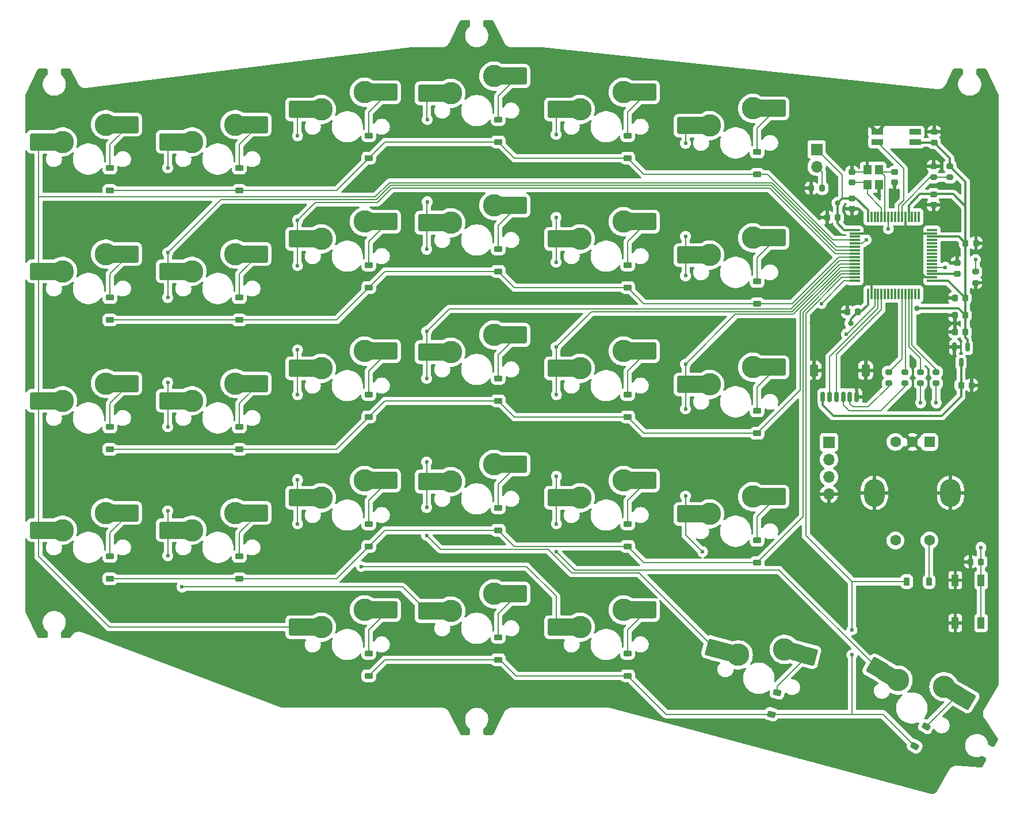
<source format=gbr>
%TF.GenerationSoftware,KiCad,Pcbnew,8.0.4*%
%TF.CreationDate,2024-08-15T14:36:39+02:00*%
%TF.ProjectId,pcb-left,7063622d-6c65-4667-942e-6b696361645f,rev?*%
%TF.SameCoordinates,Original*%
%TF.FileFunction,Copper,L2,Bot*%
%TF.FilePolarity,Positive*%
%FSLAX46Y46*%
G04 Gerber Fmt 4.6, Leading zero omitted, Abs format (unit mm)*
G04 Created by KiCad (PCBNEW 8.0.4) date 2024-08-15 14:36:39*
%MOMM*%
%LPD*%
G01*
G04 APERTURE LIST*
G04 Aperture macros list*
%AMRoundRect*
0 Rectangle with rounded corners*
0 $1 Rounding radius*
0 $2 $3 $4 $5 $6 $7 $8 $9 X,Y pos of 4 corners*
0 Add a 4 corners polygon primitive as box body*
4,1,4,$2,$3,$4,$5,$6,$7,$8,$9,$2,$3,0*
0 Add four circle primitives for the rounded corners*
1,1,$1+$1,$2,$3*
1,1,$1+$1,$4,$5*
1,1,$1+$1,$6,$7*
1,1,$1+$1,$8,$9*
0 Add four rect primitives between the rounded corners*
20,1,$1+$1,$2,$3,$4,$5,0*
20,1,$1+$1,$4,$5,$6,$7,0*
20,1,$1+$1,$6,$7,$8,$9,0*
20,1,$1+$1,$8,$9,$2,$3,0*%
%AMRotRect*
0 Rectangle, with rotation*
0 The origin of the aperture is its center*
0 $1 length*
0 $2 width*
0 $3 Rotation angle, in degrees counterclockwise*
0 Add horizontal line*
21,1,$1,$2,0,0,$3*%
G04 Aperture macros list end*
%TA.AperFunction,ComponentPad*%
%ADD10RoundRect,0.250000X-0.550000X0.550000X-0.550000X-0.550000X0.550000X-0.550000X0.550000X0.550000X0*%
%TD*%
%TA.AperFunction,ComponentPad*%
%ADD11C,1.600000*%
%TD*%
%TA.AperFunction,ComponentPad*%
%ADD12O,3.000000X4.100000*%
%TD*%
%TA.AperFunction,SMDPad,CuDef*%
%ADD13R,1.700000X0.820000*%
%TD*%
%TA.AperFunction,SMDPad,CuDef*%
%ADD14RoundRect,0.225000X0.375000X-0.225000X0.375000X0.225000X-0.375000X0.225000X-0.375000X-0.225000X0*%
%TD*%
%TA.AperFunction,ComponentPad*%
%ADD15C,3.300000*%
%TD*%
%TA.AperFunction,SMDPad,CuDef*%
%ADD16R,1.650000X2.500000*%
%TD*%
%TA.AperFunction,SMDPad,CuDef*%
%ADD17RoundRect,0.250000X1.025000X1.000000X-1.025000X1.000000X-1.025000X-1.000000X1.025000X-1.000000X0*%
%TD*%
%TA.AperFunction,SMDPad,CuDef*%
%ADD18R,1.200000X1.400000*%
%TD*%
%TA.AperFunction,SMDPad,CuDef*%
%ADD19RoundRect,0.225000X-0.250000X0.225000X-0.250000X-0.225000X0.250000X-0.225000X0.250000X0.225000X0*%
%TD*%
%TA.AperFunction,SMDPad,CuDef*%
%ADD20RoundRect,0.200000X0.275000X-0.200000X0.275000X0.200000X-0.275000X0.200000X-0.275000X-0.200000X0*%
%TD*%
%TA.AperFunction,SMDPad,CuDef*%
%ADD21RoundRect,0.075000X-0.075000X0.700000X-0.075000X-0.700000X0.075000X-0.700000X0.075000X0.700000X0*%
%TD*%
%TA.AperFunction,SMDPad,CuDef*%
%ADD22RoundRect,0.075000X-0.700000X0.075000X-0.700000X-0.075000X0.700000X-0.075000X0.700000X0.075000X0*%
%TD*%
%TA.AperFunction,SMDPad,CuDef*%
%ADD23RoundRect,0.225000X0.225000X0.250000X-0.225000X0.250000X-0.225000X-0.250000X0.225000X-0.250000X0*%
%TD*%
%TA.AperFunction,ComponentPad*%
%ADD24R,1.700000X1.700000*%
%TD*%
%TA.AperFunction,ComponentPad*%
%ADD25O,1.700000X1.700000*%
%TD*%
%TA.AperFunction,SMDPad,CuDef*%
%ADD26RoundRect,0.200000X-0.275000X0.200000X-0.275000X-0.200000X0.275000X-0.200000X0.275000X0.200000X0*%
%TD*%
%TA.AperFunction,SMDPad,CuDef*%
%ADD27RoundRect,0.225000X-0.225000X-0.250000X0.225000X-0.250000X0.225000X0.250000X-0.225000X0.250000X0*%
%TD*%
%TA.AperFunction,SMDPad,CuDef*%
%ADD28R,1.000000X1.700000*%
%TD*%
%TA.AperFunction,SMDPad,CuDef*%
%ADD29RoundRect,0.225000X0.212260X-0.382356X0.437260X0.007356X-0.212260X0.382356X-0.437260X-0.007356X0*%
%TD*%
%TA.AperFunction,SMDPad,CuDef*%
%ADD30RoundRect,0.225000X0.250000X-0.225000X0.250000X0.225000X-0.250000X0.225000X-0.250000X-0.225000X0*%
%TD*%
%TA.AperFunction,SMDPad,CuDef*%
%ADD31RotRect,1.650000X2.500000X345.000000*%
%TD*%
%TA.AperFunction,SMDPad,CuDef*%
%ADD32RoundRect,0.250000X1.248893X0.700636X-0.731255X1.231215X-1.248893X-0.700636X0.731255X-1.231215X0*%
%TD*%
%TA.AperFunction,SMDPad,CuDef*%
%ADD33RotRect,1.650000X2.500000X165.000000*%
%TD*%
%TA.AperFunction,SMDPad,CuDef*%
%ADD34RoundRect,0.225000X-0.225000X-0.375000X0.225000X-0.375000X0.225000X0.375000X-0.225000X0.375000X0*%
%TD*%
%TA.AperFunction,SMDPad,CuDef*%
%ADD35RoundRect,0.200000X0.200000X0.275000X-0.200000X0.275000X-0.200000X-0.275000X0.200000X-0.275000X0*%
%TD*%
%TA.AperFunction,SMDPad,CuDef*%
%ADD36RoundRect,0.225000X0.303988X-0.314390X0.420456X0.120276X-0.303988X0.314390X-0.420456X-0.120276X0*%
%TD*%
%TA.AperFunction,SMDPad,CuDef*%
%ADD37RoundRect,0.150000X-0.150000X0.512500X-0.150000X-0.512500X0.150000X-0.512500X0.150000X0.512500X0*%
%TD*%
%TA.AperFunction,SMDPad,CuDef*%
%ADD38RotRect,1.650000X2.500000X330.000000*%
%TD*%
%TA.AperFunction,SMDPad,CuDef*%
%ADD39RoundRect,0.250000X1.387676X0.353525X-0.387676X1.378525X-1.387676X-0.353525X0.387676X-1.378525X0*%
%TD*%
%TA.AperFunction,SMDPad,CuDef*%
%ADD40RotRect,1.650000X2.500000X150.000000*%
%TD*%
%TA.AperFunction,SMDPad,CuDef*%
%ADD41RoundRect,0.150000X-0.150000X-0.625000X0.150000X-0.625000X0.150000X0.625000X-0.150000X0.625000X0*%
%TD*%
%TA.AperFunction,SMDPad,CuDef*%
%ADD42RoundRect,0.250000X-0.350000X-0.650000X0.350000X-0.650000X0.350000X0.650000X-0.350000X0.650000X0*%
%TD*%
%TA.AperFunction,ViaPad*%
%ADD43C,0.800000*%
%TD*%
%TA.AperFunction,ViaPad*%
%ADD44C,0.600000*%
%TD*%
%TA.AperFunction,Conductor*%
%ADD45C,0.300000*%
%TD*%
%TA.AperFunction,Conductor*%
%ADD46C,0.200000*%
%TD*%
G04 APERTURE END LIST*
D10*
%TO.P,SW2,A,A*%
%TO.N,Net-(R8-Pad1)*%
X161875000Y-86868750D03*
D11*
%TO.P,SW2,B,B*%
%TO.N,Net-(R9-Pad2)*%
X156875000Y-86868750D03*
%TO.P,SW2,C,C*%
%TO.N,GND*%
X159375000Y-86868750D03*
%TO.P,SW2,S1,S1*%
%TO.N,/ENC_SW_2*%
X161875000Y-101368750D03*
%TO.P,SW2,S2,S2*%
%TO.N,/COL5*%
X156875000Y-101368750D03*
D12*
%TO.P,SW2,SH,SH*%
%TO.N,GND*%
X164975000Y-94368750D03*
X153775000Y-94368750D03*
%TD*%
D13*
%TO.P,D31,1,VDD*%
%TO.N,+3V3*%
X159800000Y-42750000D03*
%TO.P,D31,2,DOUT*%
%TO.N,unconnected-(D31-DOUT-Pad2)*%
X159800000Y-41250000D03*
%TO.P,D31,3,GND*%
%TO.N,GND*%
X154200000Y-41250000D03*
%TO.P,D31,4,DIN*%
%TO.N,/IND_LED*%
X154200000Y-42750000D03*
%TD*%
D14*
%TO.P,D17,1,K*%
%TO.N,/ROW2*%
X117474999Y-83206250D03*
%TO.P,D17,2,A*%
%TO.N,Net-(D17-A)*%
X117474999Y-79906250D03*
%TD*%
D15*
%TO.P,MX7,1,1*%
%TO.N,/COL0*%
X34290000Y-61753750D03*
D16*
X32465000Y-61753750D03*
D17*
X30740000Y-61753750D03*
%TO.P,MX7,2,2*%
%TO.N,Net-(D7-A)*%
X44190000Y-59213750D03*
D16*
X42440000Y-59213750D03*
D15*
X40640000Y-59213750D03*
%TD*%
D18*
%TO.P,Y1,1,1*%
%TO.N,/XOUT*%
X154425000Y-46818750D03*
%TO.P,Y1,2,2*%
%TO.N,GND*%
X154425000Y-49018750D03*
%TO.P,Y1,3,3*%
%TO.N,/XIN*%
X152725000Y-49018750D03*
%TO.P,Y1,4,4*%
%TO.N,GND*%
X152725000Y-46818750D03*
%TD*%
D14*
%TO.P,D1,1,K*%
%TO.N,/ROW0*%
X41274999Y-49868750D03*
%TO.P,D1,2,A*%
%TO.N,Net-(D1-A)*%
X41274999Y-46568750D03*
%TD*%
D19*
%TO.P,C3,1*%
%TO.N,+3V3*%
X162475000Y-50443750D03*
%TO.P,C3,2*%
%TO.N,GND*%
X162475000Y-51993750D03*
%TD*%
D15*
%TO.P,MX3,1,1*%
%TO.N,/COL2*%
X72390000Y-37941250D03*
D16*
X70565000Y-37941250D03*
D17*
X68840000Y-37941250D03*
%TO.P,MX3,2,2*%
%TO.N,Net-(D3-A)*%
X82290000Y-35401250D03*
D16*
X80540000Y-35401250D03*
D15*
X78740000Y-35401250D03*
%TD*%
%TO.P,MX11,1,1*%
%TO.N,/COL4*%
X110490000Y-56991250D03*
D16*
X108665000Y-56991250D03*
D17*
X106940000Y-56991250D03*
%TO.P,MX11,2,2*%
%TO.N,Net-(D11-A)*%
X120390000Y-54451250D03*
D16*
X118640000Y-54451250D03*
D15*
X116840000Y-54451250D03*
%TD*%
D20*
%TO.P,R8,1*%
%TO.N,Net-(R8-Pad1)*%
X162875000Y-78243750D03*
%TO.P,R8,2*%
%TO.N,/ENC_A*%
X162875000Y-76593750D03*
%TD*%
D15*
%TO.P,MX1,1,1*%
%TO.N,/COL0*%
X34290000Y-42703750D03*
D16*
X32465000Y-42703750D03*
D17*
X30740000Y-42703750D03*
%TO.P,MX1,2,2*%
%TO.N,Net-(D1-A)*%
X44190000Y-40163750D03*
D16*
X42440000Y-40163750D03*
D15*
X40640000Y-40163750D03*
%TD*%
D14*
%TO.P,D27,1,K*%
%TO.N,/ROW4*%
X117474999Y-121306250D03*
%TO.P,D27,2,A*%
%TO.N,Net-(D27-A)*%
X117474999Y-118006250D03*
%TD*%
D15*
%TO.P,MX16,1,1*%
%TO.N,/COL3*%
X91440000Y-73660000D03*
D16*
X89615000Y-73660000D03*
D17*
X87890000Y-73660000D03*
%TO.P,MX16,2,2*%
%TO.N,Net-(D16-A)*%
X101340000Y-71120000D03*
D16*
X99590000Y-71120000D03*
D15*
X97790000Y-71120000D03*
%TD*%
D14*
%TO.P,D3,1,K*%
%TO.N,/ROW0*%
X79374999Y-45106250D03*
%TO.P,D3,2,A*%
%TO.N,Net-(D3-A)*%
X79374999Y-41806250D03*
%TD*%
%TO.P,D15,1,K*%
%TO.N,/ROW2*%
X79374999Y-83206250D03*
%TO.P,D15,2,A*%
%TO.N,Net-(D15-A)*%
X79374999Y-79906250D03*
%TD*%
D21*
%TO.P,U2,1,VBAT*%
%TO.N,+3V3*%
X152825000Y-53743750D03*
%TO.P,U2,2,PC13*%
%TO.N,unconnected-(U2-PC13-Pad2)*%
X153325000Y-53743750D03*
%TO.P,U2,3,PC14*%
%TO.N,unconnected-(U2-PC14-Pad3)*%
X153825000Y-53743750D03*
%TO.P,U2,4,PC15*%
%TO.N,unconnected-(U2-PC15-Pad4)*%
X154325000Y-53743750D03*
%TO.P,U2,5,PH0*%
%TO.N,/XIN*%
X154825000Y-53743750D03*
%TO.P,U2,6,PH1*%
%TO.N,/XOUT*%
X155325000Y-53743750D03*
%TO.P,U2,7,NRST*%
%TO.N,/nRESET*%
X155825000Y-53743750D03*
%TO.P,U2,8,PC0*%
%TO.N,unconnected-(U2-PC0-Pad8)*%
X156325000Y-53743750D03*
%TO.P,U2,9,PC1*%
%TO.N,unconnected-(U2-PC1-Pad9)*%
X156825000Y-53743750D03*
%TO.P,U2,10,PC2*%
%TO.N,/IND_LED*%
X157325000Y-53743750D03*
%TO.P,U2,11,PC3*%
%TO.N,/HANDEDNESS*%
X157825000Y-53743750D03*
%TO.P,U2,12,VSSA*%
%TO.N,GND*%
X158325000Y-53743750D03*
%TO.P,U2,13,VREF+*%
%TO.N,+3V3*%
X158825000Y-53743750D03*
%TO.P,U2,14,PA0*%
%TO.N,unconnected-(U2-PA0-Pad14)*%
X159325000Y-53743750D03*
%TO.P,U2,15,PA1*%
%TO.N,unconnected-(U2-PA1-Pad15)*%
X159825000Y-53743750D03*
%TO.P,U2,16,PA2*%
%TO.N,unconnected-(U2-PA2-Pad16)*%
X160325000Y-53743750D03*
D22*
%TO.P,U2,17,PA3*%
%TO.N,unconnected-(U2-PA3-Pad17)*%
X162250000Y-55668750D03*
%TO.P,U2,18,VSS*%
%TO.N,GND*%
X162250000Y-56168750D03*
%TO.P,U2,19,VDD*%
%TO.N,+3V3*%
X162250000Y-56668750D03*
%TO.P,U2,20,PA4*%
%TO.N,unconnected-(U2-PA4-Pad20)*%
X162250000Y-57168750D03*
%TO.P,U2,21,PA5*%
%TO.N,unconnected-(U2-PA5-Pad21)*%
X162250000Y-57668750D03*
%TO.P,U2,22,PA6*%
%TO.N,unconnected-(U2-PA6-Pad22)*%
X162250000Y-58168750D03*
%TO.P,U2,23,PA7*%
%TO.N,unconnected-(U2-PA7-Pad23)*%
X162250000Y-58668750D03*
%TO.P,U2,24,PC4*%
%TO.N,unconnected-(U2-PC4-Pad24)*%
X162250000Y-59168750D03*
%TO.P,U2,25,PC5*%
%TO.N,unconnected-(U2-PC5-Pad25)*%
X162250000Y-59668750D03*
%TO.P,U2,26,PB0*%
%TO.N,unconnected-(U2-PB0-Pad26)*%
X162250000Y-60168750D03*
%TO.P,U2,27,PB1*%
%TO.N,unconnected-(U2-PB1-Pad27)*%
X162250000Y-60668750D03*
%TO.P,U2,28,PB2*%
%TO.N,/BOOT1*%
X162250000Y-61168750D03*
%TO.P,U2,29,PB10*%
%TO.N,unconnected-(U2-PB10-Pad29)*%
X162250000Y-61668750D03*
%TO.P,U2,30,VCAP1*%
%TO.N,Net-(U2-VCAP1)*%
X162250000Y-62168750D03*
%TO.P,U2,31,VSS*%
%TO.N,GND*%
X162250000Y-62668750D03*
%TO.P,U2,32,VDD*%
%TO.N,+3V3*%
X162250000Y-63168750D03*
D21*
%TO.P,U2,33,PB12*%
%TO.N,unconnected-(U2-PB12-Pad33)*%
X160325000Y-65093750D03*
%TO.P,U2,34,PB13*%
%TO.N,unconnected-(U2-PB13-Pad34)*%
X159825000Y-65093750D03*
%TO.P,U2,35,PB14*%
%TO.N,/ENC_A*%
X159325000Y-65093750D03*
%TO.P,U2,36,PB15*%
%TO.N,/ENC_B*%
X158825000Y-65093750D03*
%TO.P,U2,37,PC6*%
%TO.N,/UART_TX*%
X158325000Y-65093750D03*
%TO.P,U2,38,PC7*%
%TO.N,/UART_RX*%
X157825000Y-65093750D03*
%TO.P,U2,39,PC8*%
%TO.N,unconnected-(U2-PC8-Pad39)*%
X157325000Y-65093750D03*
%TO.P,U2,40,PC9*%
%TO.N,unconnected-(U2-PC9-Pad40)*%
X156825000Y-65093750D03*
%TO.P,U2,41,PA8*%
%TO.N,unconnected-(U2-PA8-Pad41)*%
X156325000Y-65093750D03*
%TO.P,U2,42,PA9*%
%TO.N,unconnected-(U2-PA9-Pad42)*%
X155825000Y-65093750D03*
%TO.P,U2,43,PA10*%
%TO.N,unconnected-(U2-PA10-Pad43)*%
X155325000Y-65093750D03*
%TO.P,U2,44,PA11*%
%TO.N,/USB_D-*%
X154825000Y-65093750D03*
%TO.P,U2,45,PA12*%
%TO.N,/USB_D+*%
X154325000Y-65093750D03*
%TO.P,U2,46,PA13*%
%TO.N,/SWDIO*%
X153825000Y-65093750D03*
%TO.P,U2,47,VSS*%
%TO.N,GND*%
X153325000Y-65093750D03*
%TO.P,U2,48,VDD*%
%TO.N,+3V3*%
X152825000Y-65093750D03*
D22*
%TO.P,U2,49,PA14*%
%TO.N,/SWCLK*%
X150900000Y-63168750D03*
%TO.P,U2,50,PA15*%
%TO.N,/ROW4*%
X150900000Y-62668750D03*
%TO.P,U2,51,PC10*%
%TO.N,/ROW3*%
X150900000Y-62168750D03*
%TO.P,U2,52,PC11*%
%TO.N,/ROW2*%
X150900000Y-61668750D03*
%TO.P,U2,53,PC12*%
%TO.N,/COL5*%
X150900000Y-61168750D03*
%TO.P,U2,54,PD2*%
%TO.N,/COL4*%
X150900000Y-60668750D03*
%TO.P,U2,55,PB3*%
%TO.N,/COL3*%
X150900000Y-60168750D03*
%TO.P,U2,56,PB4*%
%TO.N,/ROW1*%
X150900000Y-59668750D03*
%TO.P,U2,57,PB5*%
%TO.N,/COL2*%
X150900000Y-59168750D03*
%TO.P,U2,58,PB6*%
%TO.N,/COL1*%
X150900000Y-58668750D03*
%TO.P,U2,59,PB7*%
%TO.N,/COL0*%
X150900000Y-58168750D03*
%TO.P,U2,60,BOOT0*%
%TO.N,/BOOT0*%
X150900000Y-57668750D03*
%TO.P,U2,61,PB8*%
%TO.N,/ROW0*%
X150900000Y-57168750D03*
%TO.P,U2,62,PB9*%
%TO.N,unconnected-(U2-PB9-Pad62)*%
X150900000Y-56668750D03*
%TO.P,U2,63,VSS*%
%TO.N,GND*%
X150900000Y-56168750D03*
%TO.P,U2,64,VDD*%
%TO.N,+3V3*%
X150900000Y-55668750D03*
%TD*%
D23*
%TO.P,C8,1*%
%TO.N,/nRESET*%
X169450000Y-104518750D03*
%TO.P,C8,2*%
%TO.N,GND*%
X167900000Y-104518750D03*
%TD*%
D15*
%TO.P,MX14,1,1*%
%TO.N,/COL1*%
X53340000Y-80803750D03*
D16*
X51515000Y-80803750D03*
D17*
X49790000Y-80803750D03*
%TO.P,MX14,2,2*%
%TO.N,Net-(D14-A)*%
X63240000Y-78263750D03*
D16*
X61490000Y-78263750D03*
D15*
X59690000Y-78263750D03*
%TD*%
D20*
%TO.P,R3,1*%
%TO.N,/SPLIT_TX*%
X158275000Y-78243750D03*
%TO.P,R3,2*%
%TO.N,/UART_TX*%
X158275000Y-76593750D03*
%TD*%
D14*
%TO.P,D10,1,K*%
%TO.N,/ROW1*%
X98424999Y-61775000D03*
%TO.P,D10,2,A*%
%TO.N,Net-(D10-A)*%
X98424999Y-58475000D03*
%TD*%
D15*
%TO.P,MX9,1,1*%
%TO.N,/COL2*%
X72390000Y-56991250D03*
D16*
X70565000Y-56991250D03*
D17*
X68840000Y-56991250D03*
%TO.P,MX9,2,2*%
%TO.N,Net-(D9-A)*%
X82290000Y-54451250D03*
D16*
X80540000Y-54451250D03*
D15*
X78740000Y-54451250D03*
%TD*%
D14*
%TO.P,D22,1,K*%
%TO.N,/ROW3*%
X98424999Y-99875000D03*
%TO.P,D22,2,A*%
%TO.N,Net-(D22-A)*%
X98424999Y-96575000D03*
%TD*%
D24*
%TO.P,J2,1,Pin_1*%
%TO.N,+3V3*%
X147075000Y-86918750D03*
D25*
%TO.P,J2,2,Pin_2*%
%TO.N,/SWCLK*%
X147075000Y-89458750D03*
%TO.P,J2,3,Pin_3*%
%TO.N,/SWDIO*%
X147075000Y-91998750D03*
%TO.P,J2,4,Pin_4*%
%TO.N,GND*%
X147075000Y-94538750D03*
%TD*%
D20*
%TO.P,R10,1*%
%TO.N,/HANDEDNESS*%
X162475000Y-47943750D03*
%TO.P,R10,2*%
%TO.N,GND*%
X162475000Y-46293750D03*
%TD*%
D15*
%TO.P,MX24,1,1*%
%TO.N,/COL5*%
X129540000Y-97472500D03*
D16*
X127715000Y-97472500D03*
D17*
X125990000Y-97472500D03*
%TO.P,MX24,2,2*%
%TO.N,Net-(D24-A)*%
X139440000Y-94932500D03*
D16*
X137690000Y-94932500D03*
D15*
X135890000Y-94932500D03*
%TD*%
D26*
%TO.P,R2,1*%
%TO.N,/BOOT1*%
X168675000Y-61793750D03*
%TO.P,R2,2*%
%TO.N,GND*%
X168675000Y-63443750D03*
%TD*%
D14*
%TO.P,D14,1,K*%
%TO.N,/ROW2*%
X60324999Y-87968750D03*
%TO.P,D14,2,A*%
%TO.N,Net-(D14-A)*%
X60324999Y-84668750D03*
%TD*%
%TO.P,D20,1,K*%
%TO.N,/ROW3*%
X60324999Y-107018750D03*
%TO.P,D20,2,A*%
%TO.N,Net-(D20-A)*%
X60324999Y-103718750D03*
%TD*%
D15*
%TO.P,MX22,1,1*%
%TO.N,/COL3*%
X91440000Y-92710000D03*
D16*
X89615000Y-92710000D03*
D17*
X87890000Y-92710000D03*
%TO.P,MX22,2,2*%
%TO.N,Net-(D22-A)*%
X101340000Y-90170000D03*
D16*
X99590000Y-90170000D03*
D15*
X97790000Y-90170000D03*
%TD*%
%TO.P,MX21,1,1*%
%TO.N,/COL2*%
X72390000Y-95091250D03*
D16*
X70565000Y-95091250D03*
D17*
X68840000Y-95091250D03*
%TO.P,MX21,2,2*%
%TO.N,Net-(D21-A)*%
X82290000Y-92551250D03*
D16*
X80540000Y-92551250D03*
D15*
X78740000Y-92551250D03*
%TD*%
D14*
%TO.P,D11,1,K*%
%TO.N,/ROW1*%
X117474999Y-64156250D03*
%TO.P,D11,2,A*%
%TO.N,Net-(D11-A)*%
X117474999Y-60856250D03*
%TD*%
D27*
%TO.P,C7,1*%
%TO.N,+3V3*%
X167175000Y-57618750D03*
%TO.P,C7,2*%
%TO.N,GND*%
X168725000Y-57618750D03*
%TD*%
D15*
%TO.P,MX13,1,1*%
%TO.N,/COL0*%
X34290000Y-80803750D03*
D16*
X32465000Y-80803750D03*
D17*
X30740000Y-80803750D03*
%TO.P,MX13,2,2*%
%TO.N,Net-(D13-A)*%
X44190000Y-78263750D03*
D16*
X42440000Y-78263750D03*
D15*
X40640000Y-78263750D03*
%TD*%
D14*
%TO.P,D5,1,K*%
%TO.N,/ROW0*%
X117474999Y-45106250D03*
%TO.P,D5,2,A*%
%TO.N,Net-(D5-A)*%
X117474999Y-41806250D03*
%TD*%
D15*
%TO.P,MX15,1,1*%
%TO.N,/COL2*%
X72390000Y-76041250D03*
D16*
X70565000Y-76041250D03*
D17*
X68840000Y-76041250D03*
%TO.P,MX15,2,2*%
%TO.N,Net-(D15-A)*%
X82290000Y-73501250D03*
D16*
X80540000Y-73501250D03*
D15*
X78740000Y-73501250D03*
%TD*%
D14*
%TO.P,D12,1,K*%
%TO.N,/ROW1*%
X136524999Y-66537500D03*
%TO.P,D12,2,A*%
%TO.N,Net-(D12-A)*%
X136524999Y-63237500D03*
%TD*%
D15*
%TO.P,MX19,1,1*%
%TO.N,/COL0*%
X34290000Y-99853750D03*
D16*
X32465000Y-99853750D03*
D17*
X30740000Y-99853750D03*
%TO.P,MX19,2,2*%
%TO.N,Net-(D19-A)*%
X44190000Y-97313750D03*
D16*
X42440000Y-97313750D03*
D15*
X40640000Y-97313750D03*
%TD*%
D14*
%TO.P,D9,1,K*%
%TO.N,/ROW1*%
X79374999Y-64156250D03*
%TO.P,D9,2,A*%
%TO.N,Net-(D9-A)*%
X79374999Y-60856250D03*
%TD*%
D15*
%TO.P,MX17,1,1*%
%TO.N,/COL4*%
X110490000Y-76041250D03*
D16*
X108665000Y-76041250D03*
D17*
X106940000Y-76041250D03*
%TO.P,MX17,2,2*%
%TO.N,Net-(D17-A)*%
X120390000Y-73501250D03*
D16*
X118640000Y-73501250D03*
D15*
X116840000Y-73501250D03*
%TD*%
D24*
%TO.P,J1,1,Pin_1*%
%TO.N,+3V3*%
X145275000Y-43818750D03*
D25*
%TO.P,J1,2,Pin_2*%
%TO.N,/BOOT0*%
X145275000Y-46358750D03*
%TD*%
D20*
%TO.P,R5,1*%
%TO.N,/SPLIT_RX*%
X155875000Y-78243750D03*
%TO.P,R5,2*%
%TO.N,/UART_RX*%
X155875000Y-76593750D03*
%TD*%
D19*
%TO.P,C12,1*%
%TO.N,GND*%
X150475000Y-47143750D03*
%TO.P,C12,2*%
%TO.N,/XIN*%
X150475000Y-48693750D03*
%TD*%
D14*
%TO.P,D18,1,K*%
%TO.N,/ROW2*%
X136524999Y-85587500D03*
%TO.P,D18,2,A*%
%TO.N,Net-(D18-A)*%
X136524999Y-82287500D03*
%TD*%
D23*
%TO.P,C6,1*%
%TO.N,+3V3*%
X151350000Y-67718750D03*
%TO.P,C6,2*%
%TO.N,GND*%
X149800000Y-67718750D03*
%TD*%
D28*
%TO.P,SW1,1,1*%
%TO.N,GND*%
X165675000Y-107218750D03*
X165675000Y-113518750D03*
%TO.P,SW1,2,2*%
%TO.N,/nRESET*%
X169475000Y-107218750D03*
X169475000Y-113518750D03*
%TD*%
D15*
%TO.P,MX4,1,1*%
%TO.N,/COL3*%
X91440000Y-35560000D03*
D16*
X89615000Y-35560000D03*
D17*
X87890000Y-35560000D03*
%TO.P,MX4,2,2*%
%TO.N,Net-(D4-A)*%
X101340000Y-33020000D03*
D16*
X99590000Y-33020000D03*
D15*
X97790000Y-33020000D03*
%TD*%
D14*
%TO.P,D7,1,K*%
%TO.N,/ROW1*%
X41274999Y-68918750D03*
%TO.P,D7,2,A*%
%TO.N,Net-(D7-A)*%
X41274999Y-65618750D03*
%TD*%
D29*
%TO.P,D29,1,K*%
%TO.N,/ROW4*%
X159718294Y-131628151D03*
%TO.P,D29,2,A*%
%TO.N,Net-(D29-A)*%
X161368294Y-128770267D03*
%TD*%
D23*
%TO.P,C2,1*%
%TO.N,+3V3*%
X167150000Y-65718750D03*
%TO.P,C2,2*%
%TO.N,GND*%
X165600000Y-65718750D03*
%TD*%
D15*
%TO.P,MX20,1,1*%
%TO.N,/COL1*%
X53340000Y-99853750D03*
D16*
X51515000Y-99853750D03*
D17*
X49790000Y-99853750D03*
%TO.P,MX20,2,2*%
%TO.N,Net-(D20-A)*%
X63240000Y-97313750D03*
D16*
X61490000Y-97313750D03*
D15*
X59690000Y-97313750D03*
%TD*%
D14*
%TO.P,D25,1,K*%
%TO.N,/ROW4*%
X79374999Y-121306250D03*
%TO.P,D25,2,A*%
%TO.N,Net-(D25-A)*%
X79374999Y-118006250D03*
%TD*%
D15*
%TO.P,MX27,1,1*%
%TO.N,/COL2*%
X110490000Y-114141250D03*
D16*
X108665000Y-114141250D03*
D17*
X106940000Y-114141250D03*
%TO.P,MX27,2,2*%
%TO.N,Net-(D27-A)*%
X120390000Y-111601250D03*
D16*
X118640000Y-111601250D03*
D15*
X116840000Y-111601250D03*
%TD*%
%TO.P,MX10,1,1*%
%TO.N,/COL3*%
X91440000Y-54610000D03*
D16*
X89615000Y-54610000D03*
D17*
X87890000Y-54610000D03*
%TO.P,MX10,2,2*%
%TO.N,Net-(D10-A)*%
X101340000Y-52070000D03*
D16*
X99590000Y-52070000D03*
D15*
X97790000Y-52070000D03*
%TD*%
D30*
%TO.P,C11,1*%
%TO.N,Net-(U2-VCAP1)*%
X165975000Y-62093750D03*
%TO.P,C11,2*%
%TO.N,GND*%
X165975000Y-60543750D03*
%TD*%
D14*
%TO.P,D16,1,K*%
%TO.N,/ROW2*%
X98424999Y-80825000D03*
%TO.P,D16,2,A*%
%TO.N,Net-(D16-A)*%
X98424999Y-77525000D03*
%TD*%
D15*
%TO.P,MX26,1,1*%
%TO.N,/COL1*%
X91440000Y-111760000D03*
D16*
X89615000Y-111760000D03*
D17*
X87890000Y-111760000D03*
%TO.P,MX26,2,2*%
%TO.N,Net-(D26-A)*%
X101340000Y-109220000D03*
D16*
X99590000Y-109220000D03*
D15*
X97790000Y-109220000D03*
%TD*%
D14*
%TO.P,D4,1,K*%
%TO.N,/ROW0*%
X98424999Y-42725000D03*
%TO.P,D4,2,A*%
%TO.N,Net-(D4-A)*%
X98424999Y-39425000D03*
%TD*%
D15*
%TO.P,MX18,1,1*%
%TO.N,/COL5*%
X129540000Y-78422500D03*
D16*
X127715000Y-78422500D03*
D17*
X125990000Y-78422500D03*
%TO.P,MX18,2,2*%
%TO.N,Net-(D18-A)*%
X139440000Y-75882500D03*
D16*
X137690000Y-75882500D03*
D15*
X135890000Y-75882500D03*
%TD*%
%TO.P,MX12,1,1*%
%TO.N,/COL5*%
X129540000Y-59372500D03*
D16*
X127715000Y-59372500D03*
D17*
X125990000Y-59372500D03*
%TO.P,MX12,2,2*%
%TO.N,Net-(D12-A)*%
X139440000Y-56832500D03*
D16*
X137690000Y-56832500D03*
D15*
X135890000Y-56832500D03*
%TD*%
D19*
%TO.P,C4,1*%
%TO.N,+3V3*%
X150475000Y-51043750D03*
%TO.P,C4,2*%
%TO.N,GND*%
X150475000Y-52593750D03*
%TD*%
D23*
%TO.P,C1,1*%
%TO.N,+3V3*%
X167150000Y-68218750D03*
%TO.P,C1,2*%
%TO.N,GND*%
X165600000Y-68218750D03*
%TD*%
%TO.P,C5,1*%
%TO.N,+3V3*%
X148350000Y-53818750D03*
%TO.P,C5,2*%
%TO.N,GND*%
X146800000Y-53818750D03*
%TD*%
D15*
%TO.P,MX28,1,1*%
%TO.N,/COL3*%
X133734076Y-118219225D03*
D31*
X131971261Y-117746880D03*
D32*
X130305039Y-117300417D03*
%TO.P,MX28,2,2*%
%TO.N,Net-(D28-A)*%
X143954142Y-118328082D03*
D33*
X142263772Y-117875148D03*
D15*
X140525105Y-117409274D03*
%TD*%
D30*
%TO.P,C13,1*%
%TO.N,+3V3*%
X162575000Y-42793750D03*
%TO.P,C13,2*%
%TO.N,GND*%
X162575000Y-41243750D03*
%TD*%
D34*
%TO.P,D30,1,K*%
%TO.N,/ROW4*%
X158525000Y-107418750D03*
%TO.P,D30,2,A*%
%TO.N,/ENC_SW_2*%
X161825000Y-107418750D03*
%TD*%
D23*
%TO.P,C10,1*%
%TO.N,+3V3*%
X167150000Y-70668750D03*
%TO.P,C10,2*%
%TO.N,GND*%
X165600000Y-70668750D03*
%TD*%
D14*
%TO.P,D26,1,K*%
%TO.N,/ROW4*%
X98424999Y-118925000D03*
%TO.P,D26,2,A*%
%TO.N,Net-(D26-A)*%
X98424999Y-115625000D03*
%TD*%
D15*
%TO.P,MX25,1,1*%
%TO.N,/COL0*%
X72390000Y-114141250D03*
D16*
X70565000Y-114141250D03*
D17*
X68840000Y-114141250D03*
%TO.P,MX25,2,2*%
%TO.N,Net-(D25-A)*%
X82290000Y-111601250D03*
D16*
X80540000Y-111601250D03*
D15*
X78740000Y-111601250D03*
%TD*%
D35*
%TO.P,R1,1*%
%TO.N,/BOOT0*%
X146100000Y-49518750D03*
%TO.P,R1,2*%
%TO.N,GND*%
X144450000Y-49518750D03*
%TD*%
D14*
%TO.P,D21,1,K*%
%TO.N,/ROW3*%
X79374999Y-102256250D03*
%TO.P,D21,2,A*%
%TO.N,Net-(D21-A)*%
X79374999Y-98956250D03*
%TD*%
D15*
%TO.P,MX6,1,1*%
%TO.N,/COL5*%
X129540000Y-40322500D03*
D16*
X127715000Y-40322500D03*
D17*
X125990000Y-40322500D03*
%TO.P,MX6,2,2*%
%TO.N,Net-(D6-A)*%
X139440000Y-37782500D03*
D16*
X137690000Y-37782500D03*
D15*
X135890000Y-37782500D03*
%TD*%
D14*
%TO.P,D23,1,K*%
%TO.N,/ROW3*%
X117474999Y-102256250D03*
%TO.P,D23,2,A*%
%TO.N,Net-(D23-A)*%
X117474999Y-98956250D03*
%TD*%
%TO.P,D8,1,K*%
%TO.N,/ROW1*%
X60324999Y-68918750D03*
%TO.P,D8,2,A*%
%TO.N,Net-(D8-A)*%
X60324999Y-65618750D03*
%TD*%
D15*
%TO.P,MX23,1,1*%
%TO.N,/COL4*%
X110490000Y-95091250D03*
D16*
X108665000Y-95091250D03*
D17*
X106940000Y-95091250D03*
%TO.P,MX23,2,2*%
%TO.N,Net-(D23-A)*%
X120390000Y-92551250D03*
D16*
X118640000Y-92551250D03*
D15*
X116840000Y-92551250D03*
%TD*%
D36*
%TO.P,D28,1,K*%
%TO.N,/ROW4*%
X138626630Y-126947934D03*
%TO.P,D28,2,A*%
%TO.N,Net-(D28-A)*%
X139480730Y-123760378D03*
%TD*%
D37*
%TO.P,U1,1,GND*%
%TO.N,GND*%
X165575000Y-72918750D03*
%TO.P,U1,2,VO*%
%TO.N,+3V3*%
X167475000Y-72918750D03*
%TO.P,U1,3,VI*%
%TO.N,+5V*%
X166525000Y-75193750D03*
%TD*%
D15*
%TO.P,MX8,1,1*%
%TO.N,/COL1*%
X53340000Y-61753750D03*
D16*
X51515000Y-61753750D03*
D17*
X49790000Y-61753750D03*
%TO.P,MX8,2,2*%
%TO.N,Net-(D8-A)*%
X63240000Y-59213750D03*
D16*
X61490000Y-59213750D03*
D15*
X59690000Y-59213750D03*
%TD*%
D26*
%TO.P,R7,1*%
%TO.N,+3V3*%
X164875000Y-46293750D03*
%TO.P,R7,2*%
%TO.N,/HANDEDNESS*%
X164875000Y-47943750D03*
%TD*%
D14*
%TO.P,D19,1,K*%
%TO.N,/ROW3*%
X41274999Y-107018750D03*
%TO.P,D19,2,A*%
%TO.N,Net-(D19-A)*%
X41274999Y-103718750D03*
%TD*%
D15*
%TO.P,MX29,1,1*%
%TO.N,/COL4*%
X157251607Y-121930579D03*
D38*
X155671111Y-121018079D03*
D39*
X154177217Y-120155579D03*
%TO.P,MX29,2,2*%
%TO.N,Net-(D29-A)*%
X167095259Y-124680875D03*
D40*
X165579714Y-123805875D03*
D15*
X164020869Y-122905875D03*
%TD*%
D41*
%TO.P,J3,1,Pin_1*%
%TO.N,+5V*%
X146175000Y-80218750D03*
%TO.P,J3,2,Pin_2*%
%TO.N,/USB_D+*%
X147175000Y-80218750D03*
%TO.P,J3,3,Pin_3*%
%TO.N,/USB_D-*%
X148175000Y-80218750D03*
%TO.P,J3,4,Pin_4*%
%TO.N,/SPLIT_TX*%
X149175000Y-80218750D03*
%TO.P,J3,5,Pin_5*%
%TO.N,/SPLIT_RX*%
X150175000Y-80218750D03*
%TO.P,J3,6,Pin_6*%
%TO.N,GND*%
X151175000Y-80218750D03*
D42*
%TO.P,J3,MP,MountPin*%
X144875000Y-76343750D03*
X152475000Y-76343750D03*
%TD*%
D14*
%TO.P,D13,1,K*%
%TO.N,/ROW2*%
X41274999Y-87968750D03*
%TO.P,D13,2,A*%
%TO.N,Net-(D13-A)*%
X41274999Y-84668750D03*
%TD*%
D30*
%TO.P,C14,1*%
%TO.N,GND*%
X156775000Y-48693750D03*
%TO.P,C14,2*%
%TO.N,/XOUT*%
X156775000Y-47143750D03*
%TD*%
D15*
%TO.P,MX2,1,1*%
%TO.N,/COL1*%
X53340000Y-42703750D03*
D16*
X51515000Y-42703750D03*
D17*
X49790000Y-42703750D03*
%TO.P,MX2,2,2*%
%TO.N,Net-(D2-A)*%
X63240000Y-40163750D03*
D16*
X61490000Y-40163750D03*
D15*
X59690000Y-40163750D03*
%TD*%
D14*
%TO.P,D2,1,K*%
%TO.N,/ROW0*%
X60324999Y-49868750D03*
%TO.P,D2,2,A*%
%TO.N,Net-(D2-A)*%
X60324999Y-46568750D03*
%TD*%
D27*
%TO.P,C9,1*%
%TO.N,+5V*%
X166525000Y-78518750D03*
%TO.P,C9,2*%
%TO.N,GND*%
X168075000Y-78518750D03*
%TD*%
D14*
%TO.P,D6,1,K*%
%TO.N,/ROW0*%
X136524999Y-47487500D03*
%TO.P,D6,2,A*%
%TO.N,Net-(D6-A)*%
X136524999Y-44187500D03*
%TD*%
D15*
%TO.P,MX5,1,1*%
%TO.N,/COL4*%
X110490000Y-37941250D03*
D16*
X108665000Y-37941250D03*
D17*
X106940000Y-37941250D03*
%TO.P,MX5,2,2*%
%TO.N,Net-(D5-A)*%
X120390000Y-35401250D03*
D16*
X118640000Y-35401250D03*
D15*
X116840000Y-35401250D03*
%TD*%
D14*
%TO.P,D24,1,K*%
%TO.N,/ROW3*%
X136524999Y-104637500D03*
%TO.P,D24,2,A*%
%TO.N,Net-(D24-A)*%
X136524999Y-101337500D03*
%TD*%
D26*
%TO.P,R9,1*%
%TO.N,/ENC_B*%
X160575000Y-76593750D03*
%TO.P,R9,2*%
%TO.N,Net-(R9-Pad2)*%
X160575000Y-78243750D03*
%TD*%
D43*
%TO.N,+3V3*%
X148375000Y-51693750D03*
X160075000Y-67218750D03*
X150275000Y-69418750D03*
%TO.N,GND*%
X143775000Y-105318750D03*
X166075000Y-49418750D03*
X163875000Y-64518750D03*
X149575000Y-64818750D03*
X29775000Y-69018750D03*
X162475000Y-44618750D03*
X84775000Y-31918750D03*
X55575000Y-72818750D03*
X91675000Y-78518750D03*
X132475000Y-124318750D03*
X112575000Y-51418750D03*
X157175000Y-81718750D03*
X148275000Y-37918750D03*
X169775000Y-67118750D03*
X34275000Y-53218750D03*
X142575000Y-60618750D03*
X52775000Y-91518750D03*
X156775000Y-50618750D03*
X125475000Y-34518750D03*
X144875000Y-73918750D03*
X161975000Y-69118750D03*
X113975000Y-65718750D03*
X162275000Y-37918750D03*
X95775000Y-104018750D03*
X135775000Y-52418750D03*
X159875000Y-134918750D03*
X150475000Y-44818750D03*
X152475000Y-73918750D03*
X165075000Y-58518750D03*
X63975000Y-34218750D03*
X142175000Y-101318750D03*
X96275000Y-64718750D03*
X103275000Y-61018750D03*
X159675000Y-61018750D03*
X161675000Y-79718750D03*
X65675000Y-103018750D03*
X122375000Y-62418750D03*
X29775000Y-52118750D03*
X74575000Y-63718750D03*
X123175000Y-70418750D03*
X148475000Y-110418750D03*
X168475000Y-45418750D03*
X73775000Y-110818750D03*
X169775000Y-100118750D03*
X72875000Y-83818750D03*
X65075000Y-65318750D03*
X29775000Y-89318750D03*
X146775000Y-100418750D03*
X31275000Y-109618750D03*
X91575000Y-59918750D03*
X122175000Y-100618750D03*
X167375000Y-110518750D03*
X94775000Y-46018750D03*
X106275000Y-32618750D03*
X79475000Y-48318750D03*
X46375000Y-81818750D03*
X73375000Y-45518750D03*
X148450000Y-70343750D03*
X34775000Y-71518750D03*
X42175000Y-110218750D03*
X169775000Y-85218750D03*
X64675000Y-53818750D03*
X147175000Y-122618750D03*
X52075000Y-66818750D03*
X112075000Y-86218750D03*
X154375000Y-50618750D03*
X156375000Y-67318750D03*
X160575000Y-51818750D03*
X90475000Y-101318750D03*
X159075000Y-56918750D03*
X122675000Y-114418750D03*
X144675000Y-69318750D03*
X154075000Y-62418750D03*
X45975000Y-46518750D03*
X133175000Y-110018750D03*
X46375000Y-53718750D03*
X82175000Y-103318750D03*
X45475000Y-64718750D03*
X130275000Y-101218750D03*
X73675000Y-53818750D03*
X97075000Y-101318750D03*
X155475000Y-111018750D03*
X146375000Y-70618750D03*
X103275000Y-97718750D03*
X159575000Y-48518750D03*
X154075000Y-56918750D03*
X150875000Y-77818750D03*
X116875000Y-104018750D03*
X84375000Y-51318750D03*
X165775000Y-85318750D03*
X168575000Y-118218750D03*
X52975000Y-85918750D03*
X141275000Y-78718750D03*
X49075000Y-116518750D03*
X159375000Y-75218750D03*
X84575000Y-97218750D03*
X30175000Y-38018750D03*
X104875000Y-118318750D03*
X148475000Y-84318750D03*
X110175000Y-104018750D03*
X134275000Y-89318750D03*
X87175000Y-116418750D03*
X129975000Y-83318750D03*
X46275000Y-103418750D03*
X110975000Y-42918750D03*
X145375000Y-51918750D03*
X83975000Y-70618750D03*
X112575000Y-107918750D03*
X141275000Y-44618750D03*
X165275000Y-54818750D03*
X131475000Y-72718750D03*
X72075000Y-122418750D03*
X110475000Y-81018750D03*
X91875000Y-40718750D03*
X154875000Y-105318750D03*
X130175000Y-45718750D03*
X34575000Y-96518750D03*
X81475000Y-88818750D03*
X138175000Y-129818750D03*
X94075000Y-84218750D03*
X113475000Y-47118750D03*
X164775000Y-78118750D03*
X152675000Y-124518750D03*
X117075000Y-125218750D03*
X82075000Y-106818750D03*
D44*
%TO.N,/nRESET*%
X155825000Y-55518750D03*
X169450000Y-102393750D03*
%TO.N,/BOOT0*%
X152575000Y-57118750D03*
%TO.N,/ROW4*%
X150475000Y-114518750D03*
X150475000Y-118218750D03*
%TO.N,/SWCLK*%
X145963480Y-66507230D03*
%TO.N,/SWDIO*%
X149650735Y-70994485D03*
%TO.N,/COL1*%
X49775000Y-103618750D03*
X49775000Y-59018750D03*
X49775000Y-78118750D03*
X49775000Y-97018750D03*
X49775000Y-84618750D03*
X49775000Y-46518750D03*
X49775000Y-65618750D03*
X51875000Y-108218750D03*
%TO.N,/COL2*%
X68875000Y-54218750D03*
X68875000Y-41818750D03*
X68875000Y-60918750D03*
X68875000Y-92418750D03*
X68875000Y-98918750D03*
X78275000Y-105218750D03*
X68875000Y-79918750D03*
X68875000Y-73318750D03*
%TO.N,/COL3*%
X87875000Y-77518750D03*
X87875000Y-89818750D03*
X87975000Y-51518750D03*
X87875000Y-100618750D03*
X87890000Y-58518750D03*
X87875000Y-96518750D03*
X87875000Y-70618750D03*
X87975000Y-39418750D03*
%TO.N,/COL4*%
X106975000Y-98918750D03*
X106940000Y-72883750D03*
X106975000Y-79918750D03*
X106975000Y-91918750D03*
X106940000Y-60418750D03*
X106940000Y-41618750D03*
X106940000Y-53818750D03*
X106975000Y-103018750D03*
%TO.N,/COL5*%
X125990000Y-94818750D03*
X125975000Y-56618750D03*
X125990000Y-75418750D03*
X125990000Y-82018750D03*
X125975000Y-42918750D03*
X125990000Y-62418750D03*
X128475000Y-103018750D03*
%TO.N,/BOOT1*%
X164175000Y-61168750D03*
X168675000Y-60018750D03*
%TO.N,Net-(R8-Pad1)*%
X162875000Y-81118750D03*
%TO.N,Net-(R9-Pad2)*%
X160575000Y-81118750D03*
%TD*%
D45*
%TO.N,+3V3*%
X164875000Y-45093750D02*
X162575000Y-42793750D01*
X158825000Y-52043750D02*
X158825000Y-53743750D01*
X151100000Y-51043750D02*
X152825000Y-52768750D01*
X167175000Y-57618750D02*
X166225000Y-56668750D01*
X148350000Y-54693750D02*
X149325000Y-55668750D01*
X167175000Y-52218750D02*
X165350000Y-50393750D01*
X166150000Y-67218750D02*
X167150000Y-68218750D01*
X150275000Y-68793750D02*
X151350000Y-67718750D01*
X159843750Y-42793750D02*
X159800000Y-42750000D01*
X167150000Y-68218750D02*
X167150000Y-65718750D01*
D46*
X145275000Y-43818750D02*
X149025000Y-47568750D01*
D45*
X165350000Y-50393750D02*
X160475000Y-50393750D01*
X164600000Y-63168750D02*
X162250000Y-63168750D01*
X148375000Y-51693750D02*
X148350000Y-51718750D01*
X167150000Y-65718750D02*
X167150000Y-57643750D01*
X164875000Y-46293750D02*
X164875000Y-45093750D01*
X150475000Y-51043750D02*
X151100000Y-51043750D01*
X167150000Y-70668750D02*
X167150000Y-68218750D01*
X151350000Y-67718750D02*
X151775000Y-67718750D01*
X167150000Y-57643750D02*
X167175000Y-57618750D01*
X148350000Y-53818750D02*
X148350000Y-54693750D01*
X167150000Y-71493750D02*
X167150000Y-70668750D01*
X160475000Y-50393750D02*
X158825000Y-52043750D01*
X149025000Y-51043750D02*
X150475000Y-51043750D01*
X167175000Y-52218750D02*
X167175000Y-48593750D01*
X151775000Y-67718750D02*
X152825000Y-66668750D01*
X167175000Y-57618750D02*
X167175000Y-52218750D01*
D46*
X149025000Y-47568750D02*
X149025000Y-51043750D01*
D45*
X167475000Y-71818750D02*
X167150000Y-71493750D01*
X148375000Y-51693750D02*
X149025000Y-51043750D01*
X167150000Y-70668750D02*
X167150000Y-70643750D01*
X167175000Y-48593750D02*
X164875000Y-46293750D01*
X167150000Y-65718750D02*
X164600000Y-63168750D01*
X162575000Y-42793750D02*
X159843750Y-42793750D01*
X152825000Y-66668750D02*
X152825000Y-65093750D01*
X148350000Y-51718750D02*
X148350000Y-53818750D01*
X160075000Y-67218750D02*
X166150000Y-67218750D01*
X166225000Y-56668750D02*
X162250000Y-56668750D01*
X167150000Y-70643750D02*
X167275000Y-70518750D01*
X152825000Y-52768750D02*
X152825000Y-53743750D01*
X149325000Y-55668750D02*
X150900000Y-55668750D01*
X167475000Y-72918750D02*
X167475000Y-71818750D01*
X150275000Y-69418750D02*
X150275000Y-68793750D01*
%TO.N,GND*%
X158325000Y-56168750D02*
X159075000Y-56918750D01*
X158325000Y-53743750D02*
X158325000Y-56168750D01*
X153325000Y-65093750D02*
X153325000Y-63168750D01*
X165575000Y-68443750D02*
X165600000Y-68418750D01*
X165600000Y-68418750D02*
X165600000Y-68218750D01*
X152475000Y-76343750D02*
X152475000Y-73918750D01*
X159825000Y-56168750D02*
X159075000Y-56918750D01*
X162250000Y-56168750D02*
X159825000Y-56168750D01*
X153325000Y-63168750D02*
X154075000Y-62418750D01*
D46*
X150475000Y-47143750D02*
X153200000Y-47143750D01*
D45*
X161325000Y-62668750D02*
X159675000Y-61018750D01*
X144875000Y-76343750D02*
X144875000Y-73918750D01*
X162250000Y-62668750D02*
X161325000Y-62668750D01*
X150900000Y-56168750D02*
X153325000Y-56168750D01*
X153325000Y-56168750D02*
X154075000Y-56918750D01*
%TO.N,+5V*%
X166525000Y-80168750D02*
X166525000Y-78518750D01*
X163675000Y-83018750D02*
X166525000Y-80168750D01*
X146175000Y-81418750D02*
X147775000Y-83018750D01*
X166525000Y-78518750D02*
X166525000Y-75193750D01*
X147775000Y-83018750D02*
X163675000Y-83018750D01*
X146175000Y-80218750D02*
X146175000Y-81418750D01*
D46*
%TO.N,/nRESET*%
X155825000Y-55518750D02*
X155825000Y-53743750D01*
X169475000Y-113718750D02*
X169450000Y-113743750D01*
X169475000Y-113518750D02*
X169475000Y-113718750D01*
X169475000Y-107218750D02*
X169475000Y-104543750D01*
X169475000Y-104543750D02*
X169450000Y-104518750D01*
X169450000Y-102393750D02*
X169450000Y-104518750D01*
X169475000Y-113518750D02*
X169475000Y-107218750D01*
D45*
%TO.N,Net-(U2-VCAP1)*%
X162250000Y-62168750D02*
X165900000Y-62168750D01*
X165900000Y-62168750D02*
X165975000Y-62093750D01*
D46*
%TO.N,/XIN*%
X150475000Y-48693750D02*
X152400000Y-48693750D01*
X152400000Y-48693750D02*
X152725000Y-49018750D01*
X154825000Y-52468750D02*
X154825000Y-53743750D01*
X152725000Y-49018750D02*
X152725000Y-50368750D01*
X152725000Y-50368750D02*
X154825000Y-52468750D01*
%TO.N,/BOOT0*%
X146100000Y-47183750D02*
X146100000Y-49518750D01*
X150900000Y-57668750D02*
X152025000Y-57668750D01*
X145275000Y-46358750D02*
X146100000Y-47183750D01*
X152025000Y-57668750D02*
X152575000Y-57118750D01*
%TO.N,/ROW0*%
X98424999Y-42725000D02*
X100806249Y-45106250D01*
X138043750Y-47487500D02*
X147725000Y-57168750D01*
X81756249Y-42725000D02*
X98424999Y-42725000D01*
X147725000Y-57168750D02*
X150900000Y-57168750D01*
X136524999Y-47487500D02*
X138043750Y-47487500D01*
X74612499Y-49868750D02*
X79374999Y-45106250D01*
X119856249Y-47487500D02*
X136524999Y-47487500D01*
X117474999Y-45106250D02*
X119856249Y-47487500D01*
X60324999Y-49868750D02*
X74612499Y-49868750D01*
X79374999Y-45106250D02*
X81756249Y-42725000D01*
X100806249Y-45106250D02*
X117474999Y-45106250D01*
X41274999Y-49868750D02*
X60324999Y-49868750D01*
%TO.N,Net-(D1-A)*%
X44190000Y-40163750D02*
X41274999Y-43078751D01*
X41274999Y-43078751D02*
X41274999Y-46568750D01*
%TO.N,Net-(D2-A)*%
X60324999Y-43078751D02*
X60324999Y-46568750D01*
X63240000Y-40163750D02*
X60324999Y-43078751D01*
%TO.N,Net-(D3-A)*%
X79374999Y-38316251D02*
X79374999Y-41806250D01*
X82290000Y-35401250D02*
X79374999Y-38316251D01*
%TO.N,Net-(D4-A)*%
X98424999Y-35935001D02*
X98424999Y-39425000D01*
X101340000Y-33020000D02*
X98424999Y-35935001D01*
%TO.N,Net-(D5-A)*%
X120390000Y-35401250D02*
X117474999Y-38316251D01*
X117474999Y-38316251D02*
X117474999Y-41806250D01*
%TO.N,Net-(D6-A)*%
X139440000Y-37782500D02*
X136524999Y-40697501D01*
X136524999Y-40697501D02*
X136524999Y-44187500D01*
%TO.N,/ROW1*%
X119856249Y-66537500D02*
X136524999Y-66537500D01*
X148559314Y-59668750D02*
X150900000Y-59668750D01*
X136524999Y-66537500D02*
X141690564Y-66537500D01*
X141690564Y-66537500D02*
X148559314Y-59668750D01*
X60324999Y-68918750D02*
X74612499Y-68918750D01*
X41274999Y-68918750D02*
X60324999Y-68918750D01*
X79374999Y-64156250D02*
X81756249Y-61775000D01*
X98424999Y-61775000D02*
X100806249Y-64156250D01*
X117474999Y-64156250D02*
X119856249Y-66537500D01*
X74612499Y-68918750D02*
X79374999Y-64156250D01*
X100806249Y-64156250D02*
X117474999Y-64156250D01*
X81756249Y-61775000D02*
X98424999Y-61775000D01*
%TO.N,Net-(D7-A)*%
X41274999Y-62128751D02*
X41274999Y-65618750D01*
X44190000Y-59213750D02*
X41274999Y-62128751D01*
%TO.N,Net-(D8-A)*%
X63240000Y-59213750D02*
X60324999Y-62128751D01*
X60324999Y-62128751D02*
X60324999Y-65618750D01*
%TO.N,Net-(D9-A)*%
X82290000Y-54451250D02*
X79374999Y-57366251D01*
X79374999Y-57366251D02*
X79374999Y-60856250D01*
%TO.N,Net-(D10-A)*%
X98424999Y-54985001D02*
X98424999Y-58475000D01*
X101340000Y-52070000D02*
X98424999Y-54985001D01*
%TO.N,Net-(D11-A)*%
X117474999Y-57366251D02*
X117474999Y-60856250D01*
X120390000Y-54451250D02*
X117474999Y-57366251D01*
%TO.N,Net-(D12-A)*%
X136524999Y-59747501D02*
X136524999Y-63237500D01*
X139440000Y-56832500D02*
X136524999Y-59747501D01*
%TO.N,/ROW2*%
X98424999Y-80825000D02*
X81756249Y-80825000D01*
X60324999Y-87968750D02*
X41274999Y-87968750D01*
X142875000Y-79237499D02*
X142875000Y-67615808D01*
X74612499Y-87968750D02*
X79374999Y-83206250D01*
X136524999Y-85587500D02*
X142875000Y-79237499D01*
X119856249Y-85587500D02*
X117474999Y-83206250D01*
X136524999Y-85587500D02*
X119856249Y-85587500D01*
X100806249Y-83206250D02*
X98424999Y-80825000D01*
X148822058Y-61668750D02*
X150900000Y-61668750D01*
X81756249Y-80825000D02*
X79374999Y-83206250D01*
X117474999Y-83206250D02*
X100806249Y-83206250D01*
X142875000Y-67615808D02*
X148822058Y-61668750D01*
X60324999Y-87968750D02*
X74612499Y-87968750D01*
%TO.N,Net-(D13-A)*%
X41274999Y-81178751D02*
X41274999Y-84668750D01*
X44190000Y-78263750D02*
X41274999Y-81178751D01*
%TO.N,Net-(D14-A)*%
X63240000Y-78263750D02*
X60324999Y-81178751D01*
X60324999Y-81178751D02*
X60324999Y-84668750D01*
%TO.N,Net-(D15-A)*%
X79374999Y-76416251D02*
X79374999Y-79906250D01*
X82290000Y-73501250D02*
X79374999Y-76416251D01*
%TO.N,Net-(D16-A)*%
X98424999Y-74035001D02*
X98424999Y-77525000D01*
X101340000Y-71120000D02*
X98424999Y-74035001D01*
%TO.N,Net-(D17-A)*%
X120390000Y-73501250D02*
X117474999Y-76416251D01*
X117474999Y-76416251D02*
X117474999Y-79906250D01*
%TO.N,Net-(D18-A)*%
X139440000Y-75882500D02*
X136524999Y-78797501D01*
X136524999Y-78797501D02*
X136524999Y-82287500D01*
%TO.N,/ROW3*%
X143275000Y-67781494D02*
X148887744Y-62168750D01*
X60324999Y-107018750D02*
X74612499Y-107018750D01*
X74612499Y-107018750D02*
X79374999Y-102256250D01*
X98424999Y-99875000D02*
X100806249Y-102256250D01*
X100806249Y-102256250D02*
X117474999Y-102256250D01*
X41274999Y-107018750D02*
X60324999Y-107018750D01*
X136524999Y-104637500D02*
X143275000Y-97887499D01*
X119856249Y-104637500D02*
X136524999Y-104637500D01*
X81756249Y-99875000D02*
X79374999Y-102256250D01*
X98424999Y-99875000D02*
X81756249Y-99875000D01*
X143275000Y-97887499D02*
X143275000Y-67781494D01*
X148887744Y-62168750D02*
X150900000Y-62168750D01*
X117474999Y-102256250D02*
X119856249Y-104637500D01*
%TO.N,Net-(D19-A)*%
X41274999Y-100228751D02*
X41274999Y-103718750D01*
X44190000Y-97313750D02*
X41274999Y-100228751D01*
%TO.N,Net-(D20-A)*%
X60324999Y-100228751D02*
X60324999Y-103718750D01*
X63240000Y-97313750D02*
X60324999Y-100228751D01*
%TO.N,Net-(D21-A)*%
X79374999Y-95466251D02*
X79374999Y-98956250D01*
X82290000Y-92551250D02*
X79374999Y-95466251D01*
%TO.N,Net-(D22-A)*%
X98424999Y-93085001D02*
X98424999Y-96575000D01*
X101340000Y-90170000D02*
X98424999Y-93085001D01*
%TO.N,Net-(D23-A)*%
X120390000Y-92551250D02*
X117474999Y-95466251D01*
X117474999Y-95466251D02*
X117474999Y-98956250D01*
%TO.N,Net-(D24-A)*%
X136524999Y-97847501D02*
X136524999Y-101337500D01*
X139440000Y-94932500D02*
X136524999Y-97847501D01*
%TO.N,/ROW4*%
X123116684Y-126947934D02*
X138626630Y-126947934D01*
X150475000Y-107418750D02*
X158525000Y-107418750D01*
X150575000Y-126947934D02*
X155038077Y-126947934D01*
X155038077Y-126947934D02*
X159718294Y-131628151D01*
X138626630Y-126947934D02*
X150575000Y-126947934D01*
X98681250Y-118925000D02*
X101062500Y-121306250D01*
X143675000Y-100618750D02*
X150475000Y-107418750D01*
X150475000Y-107418750D02*
X150475000Y-114518750D01*
X150475000Y-118218750D02*
X150475000Y-126847934D01*
X150475000Y-126847934D02*
X150575000Y-126947934D01*
X98424999Y-118925000D02*
X98681250Y-118925000D01*
X148953430Y-62668750D02*
X143675000Y-67947180D01*
X101062500Y-121306250D02*
X117475000Y-121306250D01*
X81756249Y-118925000D02*
X98424999Y-118925000D01*
X117475000Y-121306250D02*
X123116684Y-126947934D01*
X143675000Y-67947180D02*
X143675000Y-100618750D01*
X79374999Y-121306250D02*
X81756249Y-118925000D01*
X150900000Y-62668750D02*
X148953430Y-62668750D01*
%TO.N,Net-(D25-A)*%
X82290000Y-111601250D02*
X79374999Y-114516251D01*
X79374999Y-114516251D02*
X79374999Y-118006250D01*
%TO.N,Net-(D26-A)*%
X101340000Y-109220000D02*
X98424999Y-112135001D01*
X98424999Y-112135001D02*
X98424999Y-115625000D01*
%TO.N,Net-(D27-A)*%
X120390000Y-111601250D02*
X117474998Y-114516252D01*
X117474998Y-114516252D02*
X117474998Y-118006250D01*
%TO.N,Net-(D28-A)*%
X139480730Y-122801494D02*
X139480730Y-123760378D01*
X143954142Y-118328082D02*
X139480730Y-122801494D01*
%TO.N,/ENC_SW_2*%
X161825000Y-101418750D02*
X161875000Y-101368750D01*
X161825000Y-107418750D02*
X161825000Y-101418750D01*
%TO.N,/IND_LED*%
X158075000Y-51303064D02*
X158075000Y-46625000D01*
X158075000Y-46625000D02*
X154200000Y-42750000D01*
X157325000Y-52053064D02*
X158075000Y-51303064D01*
X157325000Y-53743750D02*
X157325000Y-52053064D01*
%TO.N,/USB_D+*%
X147175000Y-74318750D02*
X147175000Y-80218750D01*
X154325000Y-65093750D02*
X154325000Y-67168750D01*
X154325000Y-67168750D02*
X147175000Y-74318750D01*
%TO.N,/USB_D-*%
X154825000Y-65093750D02*
X154825000Y-67368750D01*
X148175000Y-74018750D02*
X148175000Y-80218750D01*
X154825000Y-67368750D02*
X148175000Y-74018750D01*
%TO.N,/SPLIT_TX*%
X149175000Y-81418750D02*
X149175000Y-80218750D01*
X158275000Y-78718750D02*
X154675000Y-82318750D01*
X154675000Y-82318750D02*
X150075000Y-82318750D01*
X158275000Y-78243750D02*
X158275000Y-78718750D01*
X150075000Y-82318750D02*
X149175000Y-81418750D01*
%TO.N,/SPLIT_RX*%
X155875000Y-78718750D02*
X152875000Y-81718750D01*
X150175000Y-81256250D02*
X150175000Y-80218750D01*
X152875000Y-81718750D02*
X150637500Y-81718750D01*
X150637500Y-81718750D02*
X150175000Y-81256250D01*
X155875000Y-78243750D02*
X155875000Y-78718750D01*
%TO.N,/SWCLK*%
X149301960Y-63168750D02*
X150900000Y-63168750D01*
X145963480Y-66507230D02*
X149301960Y-63168750D01*
%TO.N,/SWDIO*%
X149689215Y-70994485D02*
X153825000Y-66858700D01*
X149650735Y-70994485D02*
X149689215Y-70994485D01*
X153825000Y-66858700D02*
X153825000Y-65093750D01*
%TO.N,/COL0*%
X148159314Y-58168750D02*
X150900000Y-58168750D01*
X30740000Y-50818750D02*
X80275000Y-50818750D01*
X82375000Y-48718750D02*
X138709314Y-48718750D01*
X30740000Y-42703750D02*
X30740000Y-50818750D01*
X41197500Y-114141250D02*
X68840000Y-114141250D01*
X30740000Y-103683750D02*
X41197500Y-114141250D01*
X138709314Y-48718750D02*
X148159314Y-58168750D01*
X80275000Y-50818750D02*
X82375000Y-48718750D01*
X30740000Y-99853750D02*
X30740000Y-103683750D01*
X30740000Y-80803750D02*
X30740000Y-99853750D01*
X30740000Y-61753750D02*
X30740000Y-80803750D01*
X30740000Y-50818750D02*
X30740000Y-61753750D01*
%TO.N,/COL1*%
X49790000Y-65203750D02*
X49790000Y-61753750D01*
X49790000Y-80803750D02*
X49790000Y-78133750D01*
X49790000Y-46103750D02*
X49790000Y-42703750D01*
X49790000Y-61753750D02*
X49790000Y-59033750D01*
X49790000Y-97033750D02*
X49775000Y-97018750D01*
X51875000Y-108218750D02*
X84348750Y-108218750D01*
X49790000Y-59033750D02*
X49775000Y-59018750D01*
X138543628Y-49118750D02*
X148093628Y-58668750D01*
X49775000Y-65218750D02*
X49790000Y-65203750D01*
X49775000Y-103618750D02*
X49775000Y-103518750D01*
X84348750Y-108218750D02*
X87890000Y-111760000D01*
X82540686Y-49118750D02*
X138543628Y-49118750D01*
X49775000Y-103518750D02*
X49790000Y-103503750D01*
X49775000Y-59018750D02*
X57575000Y-51218750D01*
X80440686Y-51218750D02*
X82540686Y-49118750D01*
X57575000Y-51218750D02*
X80440686Y-51218750D01*
X49790000Y-103503750D02*
X49790000Y-99853750D01*
X49790000Y-84203750D02*
X49790000Y-80803750D01*
X49775000Y-84218750D02*
X49790000Y-84203750D01*
X49790000Y-78133750D02*
X49775000Y-78118750D01*
X49775000Y-46518750D02*
X49775000Y-46118750D01*
X49790000Y-99853750D02*
X49790000Y-97033750D01*
X49775000Y-84618750D02*
X49775000Y-84218750D01*
X49775000Y-46118750D02*
X49790000Y-46103750D01*
X148093628Y-58668750D02*
X150900000Y-58668750D01*
X49775000Y-65618750D02*
X49775000Y-65218750D01*
%TO.N,/COL2*%
X82706372Y-49518750D02*
X138377942Y-49518750D01*
X71475000Y-51618750D02*
X80606372Y-51618750D01*
X68875000Y-54218750D02*
X71475000Y-51618750D01*
X68875000Y-92718750D02*
X68840000Y-92753750D01*
X102575000Y-105218750D02*
X106940000Y-109583750D01*
X68840000Y-98883750D02*
X68875000Y-98918750D01*
X106940000Y-109583750D02*
X106940000Y-114141251D01*
X68840000Y-73653750D02*
X68840000Y-76041250D01*
X68840000Y-41783750D02*
X68875000Y-41818750D01*
X68840000Y-54253750D02*
X68840000Y-56991250D01*
X68840000Y-56991250D02*
X68840000Y-60883750D01*
X148027942Y-59168750D02*
X150900000Y-59168750D01*
X68875000Y-54218750D02*
X68840000Y-54253750D01*
X80606372Y-51618750D02*
X82706372Y-49518750D01*
X68875000Y-73618750D02*
X68840000Y-73653750D01*
X68840000Y-95091250D02*
X68840000Y-98883750D01*
X68840000Y-76041250D02*
X68840000Y-79883750D01*
X68840000Y-60883750D02*
X68875000Y-60918750D01*
X138377942Y-49518750D02*
X148027942Y-59168750D01*
X68840000Y-79883750D02*
X68875000Y-79918750D01*
X68875000Y-92418750D02*
X68875000Y-92718750D01*
X68840000Y-37941250D02*
X68840000Y-41783750D01*
X68840000Y-92753750D02*
X68840000Y-95091250D01*
X68875000Y-73318750D02*
X68875000Y-73618750D01*
X78275000Y-105218750D02*
X102575000Y-105218750D01*
%TO.N,/COL3*%
X87975000Y-51818750D02*
X87890000Y-51903750D01*
X109226471Y-106118750D02*
X119123371Y-106118750D01*
X141506250Y-67287500D02*
X148625000Y-60168750D01*
X148625000Y-60168750D02*
X150900000Y-60168750D01*
X91206250Y-67287500D02*
X141506250Y-67287500D01*
X87875000Y-100618750D02*
X89912500Y-102656250D01*
X105763971Y-102656250D02*
X109226471Y-106118750D01*
X87890000Y-73660000D02*
X87890000Y-77503750D01*
X87975000Y-51518750D02*
X87975000Y-51818750D01*
X87875000Y-96518750D02*
X87890000Y-96503750D01*
X87890000Y-58518750D02*
X87890000Y-54610000D01*
X87890000Y-39333750D02*
X87975000Y-39418750D01*
X87890000Y-77503750D02*
X87875000Y-77518750D01*
X87875000Y-90118750D02*
X87890000Y-90133750D01*
X89912500Y-102656250D02*
X105763971Y-102656250D01*
X87890000Y-96503750D02*
X87890000Y-92710000D01*
X87890000Y-51903750D02*
X87890000Y-54610000D01*
X119123371Y-106118750D02*
X130305039Y-117300418D01*
X87890000Y-90133750D02*
X87890000Y-92710000D01*
X87875000Y-89818750D02*
X87875000Y-90118750D01*
X87890000Y-35560000D02*
X87890000Y-39333750D01*
X87875000Y-70618750D02*
X87890000Y-70633750D01*
X87890000Y-70633750D02*
X87890000Y-73660000D01*
X87875000Y-70618750D02*
X91206250Y-67287500D01*
%TO.N,/COL4*%
X106940000Y-53818750D02*
X106940000Y-56991250D01*
X106975000Y-79918750D02*
X106940000Y-79883750D01*
X106940000Y-60418750D02*
X106940000Y-56991250D01*
X112136250Y-67687500D02*
X141671936Y-67687500D01*
X141671936Y-67687500D02*
X148690686Y-60668750D01*
X106940000Y-95091250D02*
X106940000Y-91953750D01*
X106940000Y-72883750D02*
X106940000Y-76041250D01*
X106975000Y-103018750D02*
X109675000Y-105718750D01*
X106940000Y-41618750D02*
X106940000Y-37941250D01*
X106940000Y-79883750D02*
X106940000Y-76041250D01*
X106940000Y-98883750D02*
X106940000Y-95091250D01*
X106940000Y-72883750D02*
X112136250Y-67687500D01*
X106975000Y-98918750D02*
X106940000Y-98883750D01*
X106940000Y-91953750D02*
X106975000Y-91918750D01*
X109675000Y-105718750D02*
X139740388Y-105718750D01*
X148690686Y-60668750D02*
X150900000Y-60668750D01*
X139740388Y-105718750D02*
X154177217Y-120155579D01*
%TO.N,/COL5*%
X128475000Y-103018750D02*
X125990000Y-100533750D01*
X125990000Y-42603750D02*
X125990000Y-40322500D01*
X125990000Y-56633750D02*
X125975000Y-56618750D01*
X141837622Y-68087500D02*
X148756372Y-61168750D01*
X125990000Y-62418750D02*
X125990000Y-59372500D01*
X125975000Y-42618750D02*
X125990000Y-42603750D01*
X125975000Y-42918750D02*
X125975000Y-42618750D01*
X125990000Y-75418750D02*
X133321250Y-68087500D01*
X125990000Y-75418750D02*
X125990000Y-78422500D01*
X133321250Y-68087500D02*
X141837622Y-68087500D01*
X125990000Y-100533750D02*
X125990000Y-97472500D01*
X125990000Y-82018750D02*
X125990000Y-78422500D01*
X148756372Y-61168750D02*
X150900000Y-61168750D01*
X125990000Y-59372500D02*
X125990000Y-56633750D01*
X125990000Y-94818750D02*
X125990000Y-97472500D01*
%TO.N,/BOOT1*%
X168675000Y-60018750D02*
X168675000Y-61793750D01*
X164175000Y-61168750D02*
X162250000Y-61168750D01*
%TO.N,/UART_TX*%
X158325000Y-76543750D02*
X158275000Y-76593750D01*
X158325000Y-65093750D02*
X158325000Y-76543750D01*
%TO.N,/UART_RX*%
X157825000Y-65093750D02*
X157825000Y-74643750D01*
X157825000Y-74643750D02*
X155875000Y-76593750D01*
%TO.N,/HANDEDNESS*%
X164875000Y-47943750D02*
X162475000Y-47943750D01*
X162475000Y-47943750D02*
X162000000Y-47943750D01*
X162000000Y-47943750D02*
X157825000Y-52118750D01*
X157825000Y-52118750D02*
X157825000Y-53743750D01*
%TO.N,/ENC_A*%
X159325000Y-72668750D02*
X159325000Y-65093750D01*
X162875000Y-76218750D02*
X159325000Y-72668750D01*
X162875000Y-76593750D02*
X162875000Y-76218750D01*
%TO.N,Net-(D29-A)*%
X167095259Y-124680875D02*
X165457686Y-124680875D01*
X165457686Y-124680875D02*
X161368294Y-128770267D01*
%TO.N,/ENC_B*%
X160575000Y-76593750D02*
X160575000Y-74618750D01*
X158825000Y-72868750D02*
X158825000Y-65093750D01*
X160575000Y-74618750D02*
X158825000Y-72868750D01*
%TO.N,/XOUT*%
X154750000Y-47143750D02*
X154425000Y-46818750D01*
X156775000Y-47143750D02*
X154750000Y-47143750D01*
X155325000Y-47718750D02*
X155325000Y-53743750D01*
X154425000Y-46818750D02*
X155325000Y-47718750D01*
%TO.N,Net-(R8-Pad1)*%
X162875000Y-81118750D02*
X162875000Y-78243750D01*
%TO.N,Net-(R9-Pad2)*%
X160575000Y-81118750D02*
X160575000Y-78243750D01*
%TD*%
%TA.AperFunction,Conductor*%
%TO.N,GND*%
G36*
X94009640Y-24771862D02*
G01*
X94073143Y-24781921D01*
X94110040Y-24793909D01*
X94158529Y-24818617D01*
X94189914Y-24841421D01*
X94228393Y-24879903D01*
X94251193Y-24911288D01*
X94275897Y-24959776D01*
X94287883Y-24996674D01*
X94297937Y-25060179D01*
X94297974Y-25060409D01*
X94299499Y-25079807D01*
X94299496Y-25122271D01*
X94299500Y-25122310D01*
X94299500Y-25586698D01*
X94279815Y-25653737D01*
X94252632Y-25683789D01*
X94088871Y-25813885D01*
X93914533Y-26001115D01*
X93770065Y-26212264D01*
X93658710Y-26442595D01*
X93582956Y-26686955D01*
X93582954Y-26686964D01*
X93544495Y-26939887D01*
X93544191Y-27195728D01*
X93582049Y-27448744D01*
X93657220Y-27693282D01*
X93657224Y-27693290D01*
X93768032Y-27923887D01*
X93911994Y-28135374D01*
X94085889Y-28323023D01*
X94155774Y-28378812D01*
X94285831Y-28482637D01*
X94507341Y-28610643D01*
X94745467Y-28704178D01*
X94994880Y-28761150D01*
X95250000Y-28780283D01*
X95505120Y-28761150D01*
X95754533Y-28704178D01*
X95992659Y-28610643D01*
X96214169Y-28482637D01*
X96414109Y-28323024D01*
X96588006Y-28135374D01*
X96693749Y-27980030D01*
X96731967Y-27923887D01*
X96745130Y-27896494D01*
X96842776Y-27693290D01*
X96842777Y-27693284D01*
X96842779Y-27693282D01*
X96870564Y-27602894D01*
X96917950Y-27448747D01*
X96955809Y-27195727D01*
X96955505Y-26939890D01*
X96917045Y-26686961D01*
X96841290Y-26442597D01*
X96729935Y-26212266D01*
X96585470Y-26001120D01*
X96585467Y-26001117D01*
X96585466Y-26001115D01*
X96508819Y-25918800D01*
X96411128Y-25813884D01*
X96247368Y-25683789D01*
X96207121Y-25626676D01*
X96200500Y-25586698D01*
X96200500Y-25122310D01*
X96200503Y-25122271D01*
X96200502Y-25109705D01*
X96200503Y-25109703D01*
X96200500Y-25079573D01*
X96202025Y-25060189D01*
X96212080Y-24996681D01*
X96224066Y-24959790D01*
X96248771Y-24911305D01*
X96271573Y-24879923D01*
X96310051Y-24841449D01*
X96341438Y-24818650D01*
X96389922Y-24793954D01*
X96426822Y-24781971D01*
X96443337Y-24779358D01*
X96490729Y-24771860D01*
X96510111Y-24770338D01*
X96539842Y-24770344D01*
X96539845Y-24770342D01*
X96552168Y-24770345D01*
X96552269Y-24770336D01*
X97400919Y-24770336D01*
X97432206Y-24770336D01*
X97449319Y-24771523D01*
X97505578Y-24779362D01*
X97538496Y-24788716D01*
X97547218Y-24792563D01*
X97582533Y-24808136D01*
X97611642Y-24826135D01*
X97648692Y-24856852D01*
X97671767Y-24882116D01*
X97703792Y-24928757D01*
X97712499Y-24943537D01*
X99317399Y-28157539D01*
X99317754Y-28158104D01*
X99336918Y-28196427D01*
X99447724Y-28351198D01*
X99447725Y-28351199D01*
X99581538Y-28486578D01*
X99735011Y-28599180D01*
X99735015Y-28599182D01*
X99735018Y-28599184D01*
X99904303Y-28686189D01*
X99904305Y-28686190D01*
X99904308Y-28686191D01*
X99904310Y-28686192D01*
X100085206Y-28745439D01*
X100273177Y-28775441D01*
X100316116Y-28775467D01*
X100316440Y-28775500D01*
X100368352Y-28775500D01*
X100408234Y-28775502D01*
X100408235Y-28775501D01*
X100420044Y-28775502D01*
X100420077Y-28775500D01*
X104721142Y-28775500D01*
X104723318Y-28775519D01*
X104725109Y-28775550D01*
X104748210Y-28775956D01*
X104752458Y-28776105D01*
X104776230Y-28777358D01*
X104780554Y-28777663D01*
X104790149Y-28778507D01*
X104805146Y-28779826D01*
X104807145Y-28780019D01*
X104809464Y-28780264D01*
X104809507Y-28780282D01*
X104809509Y-28780269D01*
X162981926Y-34934519D01*
X162982000Y-34934534D01*
X163008782Y-34937364D01*
X163008790Y-34937364D01*
X163009747Y-34937465D01*
X163033622Y-34940008D01*
X163033622Y-34940009D01*
X163124305Y-34949667D01*
X163306500Y-34941221D01*
X163485330Y-34905355D01*
X163656692Y-34842892D01*
X163816654Y-34755265D01*
X163961548Y-34644484D01*
X164088048Y-34513091D01*
X164193253Y-34364100D01*
X164233935Y-34282481D01*
X164233938Y-34282482D01*
X164233964Y-34282420D01*
X164251755Y-34246802D01*
X164251755Y-34246798D01*
X164258185Y-34233925D01*
X164258198Y-34233889D01*
X165330001Y-32087468D01*
X165338698Y-32072706D01*
X165370850Y-32025869D01*
X165393923Y-32000604D01*
X165430967Y-31969887D01*
X165460077Y-31951885D01*
X165504106Y-31932466D01*
X165537021Y-31923111D01*
X165577614Y-31917453D01*
X165593264Y-31915273D01*
X165610379Y-31914086D01*
X166502711Y-31914086D01*
X166502713Y-31914087D01*
X166532837Y-31914086D01*
X166552230Y-31915611D01*
X166615753Y-31925671D01*
X166652646Y-31937657D01*
X166701147Y-31962369D01*
X166732530Y-31985169D01*
X166771019Y-32023656D01*
X166793823Y-32055041D01*
X166818535Y-32103539D01*
X166830523Y-32140433D01*
X166840563Y-32203805D01*
X166842091Y-32223208D01*
X166842091Y-32730448D01*
X166822406Y-32797487D01*
X166795223Y-32827539D01*
X166631462Y-32957635D01*
X166457124Y-33144865D01*
X166312656Y-33356014D01*
X166201301Y-33586345D01*
X166125547Y-33830705D01*
X166125545Y-33830714D01*
X166087086Y-34083637D01*
X166086782Y-34339478D01*
X166124640Y-34592494D01*
X166199811Y-34837032D01*
X166199815Y-34837040D01*
X166310623Y-35067637D01*
X166454585Y-35279124D01*
X166628480Y-35466773D01*
X166687130Y-35513593D01*
X166828422Y-35626387D01*
X167049932Y-35754393D01*
X167288058Y-35847928D01*
X167537471Y-35904900D01*
X167792591Y-35924033D01*
X168047711Y-35904900D01*
X168297124Y-35847928D01*
X168535250Y-35754393D01*
X168756760Y-35626387D01*
X168956700Y-35466774D01*
X169130597Y-35279124D01*
X169247262Y-35107736D01*
X169274558Y-35067637D01*
X169282521Y-35051065D01*
X169385367Y-34837040D01*
X169385368Y-34837034D01*
X169385370Y-34837032D01*
X169426014Y-34704814D01*
X169460541Y-34592497D01*
X169498400Y-34339477D01*
X169498096Y-34083640D01*
X169459636Y-33830711D01*
X169383881Y-33586347D01*
X169272526Y-33356016D01*
X169128061Y-33144870D01*
X169128058Y-33144867D01*
X169128057Y-33144865D01*
X169051410Y-33062550D01*
X168953719Y-32957634D01*
X168789959Y-32827539D01*
X168749712Y-32770426D01*
X168743091Y-32730448D01*
X168743091Y-32223353D01*
X168744618Y-32203953D01*
X168749410Y-32173701D01*
X168754680Y-32140435D01*
X168766668Y-32103543D01*
X168778791Y-32079751D01*
X168791381Y-32055044D01*
X168814178Y-32023666D01*
X168852667Y-31985177D01*
X168884046Y-31962378D01*
X168932549Y-31937664D01*
X168969439Y-31925678D01*
X169019459Y-31917755D01*
X169032987Y-31915613D01*
X169052386Y-31914086D01*
X169943512Y-31914086D01*
X169943514Y-31914087D01*
X169974797Y-31914086D01*
X169991908Y-31915272D01*
X170048169Y-31923110D01*
X170081087Y-31932466D01*
X170125118Y-31951885D01*
X170154223Y-31969882D01*
X170191267Y-32000597D01*
X170214345Y-32025869D01*
X170246434Y-32072612D01*
X170255143Y-32087395D01*
X172005688Y-35593063D01*
X172009632Y-35601788D01*
X172050636Y-35702719D01*
X172056444Y-35720934D01*
X172080341Y-35822283D01*
X172083281Y-35841173D01*
X172091686Y-35949791D01*
X172092056Y-35959358D01*
X172092056Y-122275513D01*
X172091584Y-122286327D01*
X172080849Y-122408957D01*
X172077094Y-122430243D01*
X172046636Y-122543891D01*
X172039242Y-122564202D01*
X171987080Y-122676047D01*
X171982086Y-122685639D01*
X171959447Y-122724846D01*
X171959432Y-122724880D01*
X169941706Y-126219691D01*
X169941547Y-126219842D01*
X169868049Y-126347309D01*
X169868046Y-126347317D01*
X169800033Y-126525110D01*
X169760889Y-126711400D01*
X169760889Y-126711401D01*
X169751590Y-126901532D01*
X169772372Y-127090755D01*
X169822710Y-127274327D01*
X169822714Y-127274339D01*
X169901351Y-127447684D01*
X169901356Y-127447694D01*
X169925275Y-127483921D01*
X169925404Y-127484165D01*
X171883073Y-130445866D01*
X171883109Y-130445931D01*
X171906139Y-130480762D01*
X171914589Y-130495694D01*
X171939077Y-130546947D01*
X171949430Y-130579577D01*
X171957509Y-130626995D01*
X171958546Y-130661212D01*
X171953351Y-130709040D01*
X171944992Y-130742235D01*
X171930008Y-130779194D01*
X171923734Y-130794671D01*
X171916206Y-130810082D01*
X171897328Y-130842779D01*
X171897327Y-130842778D01*
X171897324Y-130842785D01*
X171456340Y-131606591D01*
X171456325Y-131606618D01*
X171454860Y-131609154D01*
X171443851Y-131625167D01*
X171403381Y-131675139D01*
X171374553Y-131701095D01*
X171328903Y-131730740D01*
X171293462Y-131746519D01*
X171240882Y-131760608D01*
X171202304Y-131764663D01*
X171147950Y-131761817D01*
X171110003Y-131753753D01*
X171050042Y-131730740D01*
X171050032Y-131730736D01*
X171032465Y-131722357D01*
X170593234Y-131468768D01*
X170545019Y-131418201D01*
X170532586Y-131379641D01*
X170501799Y-131172785D01*
X170501003Y-131170190D01*
X170485655Y-131120125D01*
X170426816Y-130928191D01*
X170316190Y-130697518D01*
X170279843Y-130644034D01*
X170227542Y-130567073D01*
X170172396Y-130485925D01*
X170172393Y-130485922D01*
X170172392Y-130485920D01*
X169998654Y-130298149D01*
X169798839Y-130138382D01*
X169798837Y-130138381D01*
X169577444Y-130010213D01*
X169577439Y-130010210D01*
X169339395Y-129916492D01*
X169339392Y-129916491D01*
X169339391Y-129916491D01*
X169233829Y-129892292D01*
X169090027Y-129859327D01*
X168947080Y-129848495D01*
X168834933Y-129839997D01*
X168834928Y-129839997D01*
X168834925Y-129839997D01*
X168608152Y-129856826D01*
X168579805Y-129858930D01*
X168330356Y-129915705D01*
X168330354Y-129915705D01*
X168330353Y-129915706D01*
X168092165Y-130009050D01*
X167870572Y-130136872D01*
X167870556Y-130136883D01*
X167670503Y-130296331D01*
X167670498Y-130296336D01*
X167496467Y-130483834D01*
X167496466Y-130483836D01*
X167352339Y-130695212D01*
X167241353Y-130925712D01*
X167165990Y-131170186D01*
X167165989Y-131170190D01*
X167127934Y-131423167D01*
X167128021Y-131639062D01*
X167128037Y-131678997D01*
X167153985Y-131850551D01*
X167166297Y-131931956D01*
X167241853Y-132176358D01*
X167241855Y-132176362D01*
X167241856Y-132176365D01*
X167282213Y-132260009D01*
X167353027Y-132406779D01*
X167497319Y-132618030D01*
X167497321Y-132618033D01*
X167671509Y-132805401D01*
X167671510Y-132805402D01*
X167871691Y-132964689D01*
X167871693Y-132964690D01*
X168093399Y-133092342D01*
X168245298Y-133151730D01*
X168331656Y-133185494D01*
X168331659Y-133185494D01*
X168331665Y-133185497D01*
X168581160Y-133242072D01*
X168798840Y-133258051D01*
X168836300Y-133260802D01*
X168836302Y-133260802D01*
X168836306Y-133260802D01*
X168899849Y-133255935D01*
X169091384Y-133241266D01*
X169340699Y-133183903D01*
X169535238Y-133107133D01*
X169604819Y-133100836D01*
X169642747Y-133115089D01*
X170081910Y-133368639D01*
X170097945Y-133379660D01*
X170147921Y-133420132D01*
X170173879Y-133448962D01*
X170203521Y-133494608D01*
X170219300Y-133530049D01*
X170233387Y-133582623D01*
X170237442Y-133621205D01*
X170234594Y-133675554D01*
X170226529Y-133713500D01*
X170203475Y-133773562D01*
X170195118Y-133791090D01*
X170194334Y-133792449D01*
X170194313Y-133792486D01*
X169754892Y-134553586D01*
X169754841Y-134553660D01*
X169733878Y-134589983D01*
X169724292Y-134604216D01*
X169689394Y-134649002D01*
X169664823Y-134672846D01*
X169626019Y-134701249D01*
X169595864Y-134717463D01*
X169550768Y-134734173D01*
X169517326Y-134741523D01*
X169460713Y-134745939D01*
X169443556Y-134746087D01*
X169401045Y-134743506D01*
X169400940Y-134743509D01*
X165967536Y-134535625D01*
X165967425Y-134535585D01*
X165901682Y-134531638D01*
X165901682Y-134531635D01*
X165901620Y-134531634D01*
X165858195Y-134529005D01*
X165857933Y-134529014D01*
X165822049Y-134526862D01*
X165814452Y-134526407D01*
X165814451Y-134526407D01*
X165814448Y-134526407D01*
X165625012Y-134544986D01*
X165625008Y-134544986D01*
X165440850Y-134593190D01*
X165266599Y-134669805D01*
X165106594Y-134772926D01*
X164964839Y-134899970D01*
X164844874Y-135047766D01*
X164844868Y-135047774D01*
X164823116Y-135085401D01*
X164822935Y-135085655D01*
X162989213Y-138261751D01*
X162989209Y-138261762D01*
X162980335Y-138277132D01*
X162974081Y-138286882D01*
X162897796Y-138394406D01*
X162882698Y-138411952D01*
X162791959Y-138499377D01*
X162773864Y-138513811D01*
X162668461Y-138582846D01*
X162647999Y-138593666D01*
X162531595Y-138641912D01*
X162509478Y-138648740D01*
X162386142Y-138674510D01*
X162363141Y-138677109D01*
X162237159Y-138679507D01*
X162214076Y-138677785D01*
X162084598Y-138655838D01*
X162073278Y-138653370D01*
X162064741Y-138651086D01*
X162064736Y-138651084D01*
X115003113Y-126059729D01*
X115003077Y-126059715D01*
X115001204Y-126059215D01*
X115001191Y-126059207D01*
X115001191Y-126059209D01*
X114903240Y-126033002D01*
X114903232Y-126033001D01*
X114800172Y-126014860D01*
X114800159Y-126014858D01*
X114695888Y-126005748D01*
X114695881Y-126005748D01*
X114695874Y-126005748D01*
X114643543Y-126005749D01*
X114589231Y-126005749D01*
X114589223Y-126005750D01*
X100420077Y-126005750D01*
X100420045Y-126005747D01*
X100419697Y-126005747D01*
X100419571Y-126005710D01*
X100355447Y-126005750D01*
X100317115Y-126005750D01*
X100316866Y-126005773D01*
X100273177Y-126005800D01*
X100273170Y-126005801D01*
X100085204Y-126035801D01*
X100085202Y-126035801D01*
X99904309Y-126095045D01*
X99904305Y-126095046D01*
X99735006Y-126182053D01*
X99581528Y-126294654D01*
X99581525Y-126294656D01*
X99447711Y-126430028D01*
X99447707Y-126430033D01*
X99336892Y-126584802D01*
X99336890Y-126584805D01*
X99317454Y-126623667D01*
X99317285Y-126623939D01*
X99294356Y-126669859D01*
X99294335Y-126669898D01*
X99294327Y-126669917D01*
X99294322Y-126669927D01*
X99276504Y-126705607D01*
X99276503Y-126705609D01*
X98855641Y-127548435D01*
X97712597Y-129837514D01*
X97703889Y-129852297D01*
X97671745Y-129899121D01*
X97648663Y-129924396D01*
X97611625Y-129955107D01*
X97582514Y-129973109D01*
X97538489Y-129992525D01*
X97505568Y-130001882D01*
X97456448Y-130008727D01*
X97449275Y-130009727D01*
X97432161Y-130010914D01*
X96509757Y-130010914D01*
X96490359Y-130009387D01*
X96462801Y-130005022D01*
X96426844Y-129999327D01*
X96389950Y-129987340D01*
X96341452Y-129962630D01*
X96310064Y-129939825D01*
X96271577Y-129901338D01*
X96248774Y-129869954D01*
X96224063Y-129821458D01*
X96212074Y-129784561D01*
X96202027Y-129721135D01*
X96200500Y-129701735D01*
X96200500Y-129194551D01*
X96220185Y-129127512D01*
X96247369Y-129097460D01*
X96333099Y-129029354D01*
X96411128Y-128967366D01*
X96585470Y-128780130D01*
X96729935Y-128568984D01*
X96841290Y-128338653D01*
X96917045Y-128094289D01*
X96955505Y-127841360D01*
X96955809Y-127585523D01*
X96917950Y-127332503D01*
X96869858Y-127176059D01*
X96842779Y-127087967D01*
X96842776Y-127087962D01*
X96842776Y-127087960D01*
X96731968Y-126857365D01*
X96731967Y-126857362D01*
X96604365Y-126669908D01*
X96588006Y-126645876D01*
X96559405Y-126615013D01*
X96414110Y-126458226D01*
X96275325Y-126347434D01*
X96214169Y-126298613D01*
X95992659Y-126170607D01*
X95992658Y-126170606D01*
X95992657Y-126170606D01*
X95754528Y-126077070D01*
X95505125Y-126020101D01*
X95505124Y-126020100D01*
X95505120Y-126020100D01*
X95250000Y-126000967D01*
X94994880Y-126020100D01*
X94994876Y-126020100D01*
X94994874Y-126020101D01*
X94745471Y-126077070D01*
X94507342Y-126170606D01*
X94423148Y-126219260D01*
X94285831Y-126298613D01*
X94285827Y-126298615D01*
X94285827Y-126298616D01*
X94085889Y-126458226D01*
X93911994Y-126645875D01*
X93768032Y-126857362D01*
X93657224Y-127087959D01*
X93657220Y-127087967D01*
X93582049Y-127332505D01*
X93544191Y-127585521D01*
X93544495Y-127841362D01*
X93582954Y-128094285D01*
X93582956Y-128094294D01*
X93658710Y-128338654D01*
X93770065Y-128568985D01*
X93914533Y-128780134D01*
X94088873Y-128967367D01*
X94252631Y-129097460D01*
X94292879Y-129154573D01*
X94299500Y-129194551D01*
X94299500Y-129701646D01*
X94297973Y-129721049D01*
X94287911Y-129784562D01*
X94275923Y-129821454D01*
X94251216Y-129869944D01*
X94228410Y-129901333D01*
X94189922Y-129939819D01*
X94158537Y-129962620D01*
X94110048Y-129987326D01*
X94073152Y-129999314D01*
X94009553Y-130009387D01*
X93990155Y-130010914D01*
X93067794Y-130010914D01*
X93050679Y-130009727D01*
X93048239Y-130009387D01*
X92994428Y-130001887D01*
X92961505Y-129992530D01*
X92917480Y-129973113D01*
X92888370Y-129955112D01*
X92851330Y-129924399D01*
X92828253Y-129899129D01*
X92796114Y-129852314D01*
X92787411Y-129837541D01*
X92784371Y-129831454D01*
X91229902Y-126718498D01*
X91229898Y-126718485D01*
X91229348Y-126717385D01*
X91229316Y-126717208D01*
X91191769Y-126642133D01*
X91191735Y-126642065D01*
X91182755Y-126624083D01*
X91182685Y-126623970D01*
X91182669Y-126623939D01*
X91163087Y-126584784D01*
X91052268Y-126430016D01*
X90918447Y-126294643D01*
X90918446Y-126294642D01*
X90918444Y-126294640D01*
X90764970Y-126182049D01*
X90764960Y-126182044D01*
X90729898Y-126164026D01*
X90595661Y-126095042D01*
X90595655Y-126095039D01*
X90414769Y-126035804D01*
X90414768Y-126035803D01*
X90377841Y-126029910D01*
X90226787Y-126005806D01*
X90226480Y-126005805D01*
X90183688Y-126005780D01*
X90183380Y-126005750D01*
X90171491Y-126005750D01*
X66908061Y-126005750D01*
X66908028Y-126005747D01*
X66860037Y-126005749D01*
X66852623Y-126005527D01*
X66768370Y-126000484D01*
X66753650Y-125998715D01*
X66674251Y-125984314D01*
X66659844Y-125980800D01*
X66578986Y-125955869D01*
X66571994Y-125953483D01*
X66570702Y-125952998D01*
X66569730Y-125952634D01*
X66538288Y-125940839D01*
X66527884Y-125936936D01*
X66527827Y-125936920D01*
X37117384Y-114907345D01*
X37117148Y-114907168D01*
X37040243Y-114878416D01*
X37040140Y-114878339D01*
X37040128Y-114878373D01*
X37022002Y-114871575D01*
X37021798Y-114871519D01*
X36977754Y-114855053D01*
X36785473Y-114816925D01*
X36589561Y-114810490D01*
X36589544Y-114810490D01*
X36395194Y-114835915D01*
X36395181Y-114835918D01*
X36207521Y-114892531D01*
X36207520Y-114892532D01*
X36031518Y-114978840D01*
X35871849Y-115092546D01*
X35732735Y-115230650D01*
X35732732Y-115230653D01*
X35617858Y-115389496D01*
X35617855Y-115389503D01*
X35597231Y-115430702D01*
X35596951Y-115431149D01*
X35571648Y-115481821D01*
X35571646Y-115481825D01*
X35551481Y-115522202D01*
X35551464Y-115522244D01*
X35539621Y-115545963D01*
X35539620Y-115545965D01*
X35537594Y-115550022D01*
X35528886Y-115564803D01*
X35496745Y-115611621D01*
X35473666Y-115636894D01*
X35436626Y-115667607D01*
X35407517Y-115685608D01*
X35363493Y-115705025D01*
X35330566Y-115714383D01*
X35274274Y-115722227D01*
X35257161Y-115723414D01*
X34334757Y-115723414D01*
X34315359Y-115721887D01*
X34281884Y-115716585D01*
X34251844Y-115711827D01*
X34214950Y-115699840D01*
X34166452Y-115675130D01*
X34135064Y-115652325D01*
X34096577Y-115613838D01*
X34073774Y-115582454D01*
X34049063Y-115533958D01*
X34037074Y-115497061D01*
X34027027Y-115433635D01*
X34025500Y-115414235D01*
X34025500Y-114907051D01*
X34045185Y-114840012D01*
X34072369Y-114809960D01*
X34123383Y-114769433D01*
X34236128Y-114679866D01*
X34410470Y-114492630D01*
X34554935Y-114281484D01*
X34666290Y-114051153D01*
X34742045Y-113806789D01*
X34780505Y-113553860D01*
X34780809Y-113298023D01*
X34742950Y-113045003D01*
X34711359Y-112942238D01*
X34667779Y-112800467D01*
X34667776Y-112800462D01*
X34667776Y-112800460D01*
X34606332Y-112672594D01*
X34556967Y-112569862D01*
X34421643Y-112371065D01*
X34413006Y-112358376D01*
X34369291Y-112311204D01*
X34239110Y-112170726D01*
X34095327Y-112055944D01*
X34039169Y-112011113D01*
X33817659Y-111883107D01*
X33817658Y-111883106D01*
X33817657Y-111883106D01*
X33579528Y-111789570D01*
X33330125Y-111732601D01*
X33330124Y-111732600D01*
X33330120Y-111732600D01*
X33075000Y-111713467D01*
X32819880Y-111732600D01*
X32819876Y-111732600D01*
X32819874Y-111732601D01*
X32570471Y-111789570D01*
X32332342Y-111883106D01*
X32297543Y-111903216D01*
X32110831Y-112011113D01*
X32110827Y-112011115D01*
X32110827Y-112011116D01*
X31910889Y-112170726D01*
X31736994Y-112358375D01*
X31593032Y-112569862D01*
X31482224Y-112800459D01*
X31482220Y-112800467D01*
X31407049Y-113045005D01*
X31369191Y-113298021D01*
X31369495Y-113553862D01*
X31407954Y-113806785D01*
X31407956Y-113806794D01*
X31483710Y-114051154D01*
X31595065Y-114281485D01*
X31687520Y-114416614D01*
X31728235Y-114476122D01*
X31739533Y-114492634D01*
X31913873Y-114679867D01*
X32077631Y-114809960D01*
X32117879Y-114867073D01*
X32124500Y-114907051D01*
X32124500Y-115414146D01*
X32122973Y-115433545D01*
X32119137Y-115457762D01*
X32112911Y-115497062D01*
X32100923Y-115533954D01*
X32076216Y-115582444D01*
X32053410Y-115613833D01*
X32014922Y-115652319D01*
X31983537Y-115675120D01*
X31935048Y-115699826D01*
X31898152Y-115711814D01*
X31834553Y-115721887D01*
X31815155Y-115723414D01*
X30892794Y-115723414D01*
X30875679Y-115722227D01*
X30873239Y-115721887D01*
X30819428Y-115714387D01*
X30786505Y-115705030D01*
X30742480Y-115685613D01*
X30713370Y-115667612D01*
X30676330Y-115636899D01*
X30653253Y-115611629D01*
X30621114Y-115564814D01*
X30612411Y-115550041D01*
X30610372Y-115545958D01*
X28861868Y-112044433D01*
X28857925Y-112035707D01*
X28845696Y-112005601D01*
X28816930Y-111934783D01*
X28811125Y-111916581D01*
X28787228Y-111815211D01*
X28784291Y-111796344D01*
X28775868Y-111687475D01*
X28775500Y-111677920D01*
X28775500Y-101172916D01*
X28795185Y-101105877D01*
X28847989Y-101060122D01*
X28917147Y-101050178D01*
X28980703Y-101079203D01*
X29017205Y-101133910D01*
X29030186Y-101173084D01*
X29122288Y-101322406D01*
X29246344Y-101446462D01*
X29395666Y-101538564D01*
X29562203Y-101593749D01*
X29664991Y-101604250D01*
X30015500Y-101604249D01*
X30082539Y-101623933D01*
X30128294Y-101676737D01*
X30139500Y-101728249D01*
X30139500Y-103597080D01*
X30139499Y-103597098D01*
X30139499Y-103762804D01*
X30139498Y-103762804D01*
X30160057Y-103839529D01*
X30180423Y-103915535D01*
X30200630Y-103950534D01*
X30250551Y-104037000D01*
X30259479Y-104052464D01*
X30259481Y-104052467D01*
X30378349Y-104171335D01*
X30378355Y-104171340D01*
X40712639Y-114505624D01*
X40712649Y-114505635D01*
X40716979Y-114509965D01*
X40716980Y-114509966D01*
X40828784Y-114621770D01*
X40828786Y-114621771D01*
X40828790Y-114621774D01*
X40945286Y-114689032D01*
X40965716Y-114700827D01*
X41060768Y-114726296D01*
X41118442Y-114741750D01*
X41118443Y-114741750D01*
X66940501Y-114741750D01*
X67007540Y-114761435D01*
X67053295Y-114814239D01*
X67064501Y-114865750D01*
X67064501Y-115191268D01*
X67075000Y-115294046D01*
X67075001Y-115294049D01*
X67130185Y-115460581D01*
X67130187Y-115460586D01*
X67151670Y-115495415D01*
X67222288Y-115609906D01*
X67346344Y-115733962D01*
X67495666Y-115826064D01*
X67662203Y-115881249D01*
X67764991Y-115891750D01*
X69692118Y-115891749D01*
X69692127Y-115891750D01*
X70000627Y-115891749D01*
X70067665Y-115911433D01*
X70113420Y-115964237D01*
X70123364Y-116033396D01*
X70111111Y-116072044D01*
X70030621Y-116230014D01*
X70030619Y-116230017D01*
X69973445Y-116405984D01*
X69962150Y-116477298D01*
X69944500Y-116588736D01*
X69944500Y-116773764D01*
X69958972Y-116865139D01*
X69973445Y-116956515D01*
X70030619Y-117132482D01*
X70030620Y-117132485D01*
X70075168Y-117219914D01*
X70114622Y-117297346D01*
X70223379Y-117447037D01*
X70354213Y-117577871D01*
X70503904Y-117686628D01*
X70580295Y-117725551D01*
X70668764Y-117770629D01*
X70668767Y-117770630D01*
X70756750Y-117799217D01*
X70844736Y-117827805D01*
X71027486Y-117856750D01*
X71027487Y-117856750D01*
X71212513Y-117856750D01*
X71212514Y-117856750D01*
X71395264Y-117827805D01*
X71571235Y-117770629D01*
X71736096Y-117686628D01*
X71885787Y-117577871D01*
X72016621Y-117447037D01*
X72125378Y-117297346D01*
X72209379Y-117132485D01*
X72266555Y-116956514D01*
X72295500Y-116773764D01*
X72295500Y-116588736D01*
X72277850Y-116477298D01*
X72271174Y-116435148D01*
X72280129Y-116365854D01*
X72325125Y-116312402D01*
X72391876Y-116291763D01*
X72393647Y-116291750D01*
X72537099Y-116291750D01*
X72568520Y-116287430D01*
X72828555Y-116251690D01*
X73111841Y-116172317D01*
X73381682Y-116055109D01*
X73633049Y-115902249D01*
X73836330Y-115736867D01*
X73864546Y-115713912D01*
X73865770Y-115715417D01*
X73921086Y-115687544D01*
X73990575Y-115694828D01*
X74045094Y-115738525D01*
X74067335Y-115804760D01*
X74057988Y-115856966D01*
X74022703Y-115942153D01*
X73944857Y-116232677D01*
X73905601Y-116530857D01*
X73905600Y-116530873D01*
X73905600Y-116831626D01*
X73905601Y-116831642D01*
X73943465Y-117119251D01*
X73944858Y-117129826D01*
X73946881Y-117137377D01*
X74022703Y-117420347D01*
X74137798Y-117698211D01*
X74137803Y-117698222D01*
X74288178Y-117958677D01*
X74288189Y-117958693D01*
X74471275Y-118197297D01*
X74471281Y-118197304D01*
X74683945Y-118409968D01*
X74683952Y-118409974D01*
X74728923Y-118444481D01*
X74922565Y-118593067D01*
X74922572Y-118593071D01*
X75183027Y-118743446D01*
X75183032Y-118743448D01*
X75183035Y-118743450D01*
X75460907Y-118858548D01*
X75751424Y-118936392D01*
X76049617Y-118975650D01*
X76049624Y-118975650D01*
X76350376Y-118975650D01*
X76350383Y-118975650D01*
X76648576Y-118936392D01*
X76939093Y-118858548D01*
X77216965Y-118743450D01*
X77477435Y-118593067D01*
X77716049Y-118409973D01*
X77928723Y-118197299D01*
X78052124Y-118036477D01*
X78108550Y-117995276D01*
X78178296Y-117991121D01*
X78239217Y-118025333D01*
X78271970Y-118087050D01*
X78274499Y-118111964D01*
X78274499Y-118279586D01*
X78274500Y-118279605D01*
X78284649Y-118378957D01*
X78284650Y-118378960D01*
X78337995Y-118539944D01*
X78338000Y-118539955D01*
X78427028Y-118684290D01*
X78427031Y-118684294D01*
X78546954Y-118804217D01*
X78546958Y-118804220D01*
X78691293Y-118893248D01*
X78691296Y-118893249D01*
X78691302Y-118893253D01*
X78852291Y-118946599D01*
X78951654Y-118956750D01*
X79798343Y-118956749D01*
X79798351Y-118956748D01*
X79798354Y-118956748D01*
X79852759Y-118951190D01*
X79897707Y-118946599D01*
X80058696Y-118893253D01*
X80203043Y-118804218D01*
X80322967Y-118684294D01*
X80412002Y-118539947D01*
X80465348Y-118378958D01*
X80475499Y-118279595D01*
X80475498Y-117792589D01*
X80495182Y-117725551D01*
X80547986Y-117679796D01*
X80617145Y-117669852D01*
X80659242Y-117685045D01*
X80659563Y-117684416D01*
X80663903Y-117686627D01*
X80663904Y-117686628D01*
X80695614Y-117702785D01*
X80828764Y-117770629D01*
X80828767Y-117770630D01*
X80916750Y-117799217D01*
X81004736Y-117827805D01*
X81187486Y-117856750D01*
X81187487Y-117856750D01*
X81372513Y-117856750D01*
X81372514Y-117856750D01*
X81555264Y-117827805D01*
X81731235Y-117770629D01*
X81896096Y-117686628D01*
X82045787Y-117577871D01*
X82176621Y-117447037D01*
X82285378Y-117297346D01*
X82369379Y-117132485D01*
X82426555Y-116956514D01*
X82455500Y-116773764D01*
X82455500Y-116588736D01*
X82426555Y-116405986D01*
X82388641Y-116289298D01*
X82369380Y-116230017D01*
X82369379Y-116230014D01*
X82321332Y-116135717D01*
X82285378Y-116065154D01*
X82176621Y-115915463D01*
X82045787Y-115784629D01*
X81896096Y-115675872D01*
X81873361Y-115664288D01*
X81731235Y-115591870D01*
X81731232Y-115591869D01*
X81555265Y-115534695D01*
X81417177Y-115512824D01*
X81372514Y-115505750D01*
X81187486Y-115505750D01*
X81142823Y-115512824D01*
X81004734Y-115534695D01*
X80828767Y-115591869D01*
X80828764Y-115591870D01*
X80663903Y-115675872D01*
X80583953Y-115733960D01*
X80514213Y-115784629D01*
X80514211Y-115784631D01*
X80514210Y-115784631D01*
X80383381Y-115915460D01*
X80383381Y-115915461D01*
X80383379Y-115915463D01*
X80363988Y-115942153D01*
X80274622Y-116065153D01*
X80209984Y-116192012D01*
X80162009Y-116242808D01*
X80094188Y-116259603D01*
X80028053Y-116237065D01*
X79984602Y-116182350D01*
X79975499Y-116135717D01*
X79975499Y-114816347D01*
X79995184Y-114749308D01*
X80011813Y-114728671D01*
X81352416Y-113388067D01*
X81413739Y-113354583D01*
X81440097Y-113351749D01*
X83365002Y-113351749D01*
X83365008Y-113351749D01*
X83467797Y-113341249D01*
X83634334Y-113286064D01*
X83783656Y-113193962D01*
X83907712Y-113069906D01*
X83999814Y-112920584D01*
X84054999Y-112754047D01*
X84065500Y-112651259D01*
X84065499Y-110551242D01*
X84058351Y-110481272D01*
X84054999Y-110448453D01*
X84054998Y-110448450D01*
X84029928Y-110372795D01*
X83999814Y-110281916D01*
X83907712Y-110132594D01*
X83783656Y-110008538D01*
X83638018Y-109918708D01*
X83634336Y-109916437D01*
X83634331Y-109916435D01*
X83587739Y-109900996D01*
X83467797Y-109861251D01*
X83467795Y-109861250D01*
X83365016Y-109850750D01*
X83365009Y-109850750D01*
X81412881Y-109850750D01*
X81412873Y-109850750D01*
X80035057Y-109850750D01*
X79970629Y-109832698D01*
X79792649Y-109724466D01*
X79731674Y-109687386D01*
X79461845Y-109570184D01*
X79178560Y-109490811D01*
X79178556Y-109490810D01*
X79178555Y-109490810D01*
X79032826Y-109470780D01*
X78887099Y-109450750D01*
X78887098Y-109450750D01*
X78592902Y-109450750D01*
X78592901Y-109450750D01*
X78301445Y-109490810D01*
X78301439Y-109490811D01*
X78018154Y-109570184D01*
X77748324Y-109687387D01*
X77748319Y-109687389D01*
X77496954Y-109840248D01*
X77268743Y-110025911D01*
X77067932Y-110240926D01*
X76898282Y-110481266D01*
X76898278Y-110481272D01*
X76762927Y-110742487D01*
X76664409Y-111019690D01*
X76664404Y-111019706D01*
X76604552Y-111307736D01*
X76604551Y-111307738D01*
X76584475Y-111601250D01*
X76604551Y-111894761D01*
X76604552Y-111894763D01*
X76664404Y-112182793D01*
X76664409Y-112182809D01*
X76762927Y-112460012D01*
X76898278Y-112721227D01*
X76898282Y-112721233D01*
X77067932Y-112961573D01*
X77124895Y-113022565D01*
X77177915Y-113079336D01*
X77268743Y-113176588D01*
X77332745Y-113228657D01*
X77496951Y-113362249D01*
X77496953Y-113362250D01*
X77496954Y-113362251D01*
X77748319Y-113515110D01*
X77748324Y-113515112D01*
X77904589Y-113582987D01*
X78018159Y-113632317D01*
X78301445Y-113711690D01*
X78557681Y-113746909D01*
X78592901Y-113751750D01*
X78592902Y-113751750D01*
X78887099Y-113751750D01*
X78913748Y-113748087D01*
X78989207Y-113737715D01*
X79058301Y-113748087D01*
X79110820Y-113794169D01*
X79130089Y-113861329D01*
X79109989Y-113928245D01*
X79093773Y-113948241D01*
X79006285Y-114035729D01*
X78894480Y-114147533D01*
X78894478Y-114147536D01*
X78881956Y-114169226D01*
X78852464Y-114220308D01*
X78815422Y-114284466D01*
X78774498Y-114437194D01*
X78774498Y-114437195D01*
X78774498Y-114437196D01*
X78774498Y-114605297D01*
X78774499Y-114605310D01*
X78774499Y-117002137D01*
X78754814Y-117069176D01*
X78702010Y-117114931D01*
X78692806Y-117118545D01*
X78691303Y-117119246D01*
X78691302Y-117119247D01*
X78691300Y-117119248D01*
X78691294Y-117119251D01*
X78657881Y-117139860D01*
X78590488Y-117158300D01*
X78523825Y-117137377D01*
X78479056Y-117083734D01*
X78469846Y-117018135D01*
X78471953Y-117002137D01*
X78494400Y-116831633D01*
X78494400Y-116530867D01*
X78455142Y-116232674D01*
X78377298Y-115942157D01*
X78262200Y-115664285D01*
X78262198Y-115664282D01*
X78262196Y-115664277D01*
X78111821Y-115403822D01*
X78111817Y-115403815D01*
X78027591Y-115294049D01*
X77928724Y-115165202D01*
X77928718Y-115165195D01*
X77716054Y-114952531D01*
X77716047Y-114952525D01*
X77477443Y-114769439D01*
X77477441Y-114769437D01*
X77477435Y-114769433D01*
X77477430Y-114769430D01*
X77477427Y-114769428D01*
X77216972Y-114619053D01*
X77216961Y-114619048D01*
X76939097Y-114503953D01*
X76739145Y-114450376D01*
X76648576Y-114426108D01*
X76648575Y-114426107D01*
X76648572Y-114426107D01*
X76350392Y-114386851D01*
X76350389Y-114386850D01*
X76350383Y-114386850D01*
X76049617Y-114386850D01*
X76049611Y-114386850D01*
X76049607Y-114386851D01*
X75751427Y-114426107D01*
X75460902Y-114503953D01*
X75183038Y-114619048D01*
X75183027Y-114619053D01*
X74922572Y-114769428D01*
X74922556Y-114769439D01*
X74683953Y-114952524D01*
X74607065Y-115029412D01*
X74545741Y-115062896D01*
X74476050Y-115057911D01*
X74420116Y-115016040D01*
X74395700Y-114950575D01*
X74402544Y-114900205D01*
X74425392Y-114835917D01*
X74465592Y-114722804D01*
X74465592Y-114722799D01*
X74465595Y-114722793D01*
X74507996Y-114518746D01*
X74525448Y-114434761D01*
X74545525Y-114141250D01*
X74525448Y-113847739D01*
X74497177Y-113711690D01*
X74465595Y-113559706D01*
X74465590Y-113559690D01*
X74395420Y-113362251D01*
X74367072Y-113282486D01*
X74231722Y-113021274D01*
X74231721Y-113021272D01*
X74231717Y-113021266D01*
X74062067Y-112780926D01*
X73995130Y-112709254D01*
X73861260Y-112565915D01*
X73861258Y-112565914D01*
X73861256Y-112565911D01*
X73642806Y-112388189D01*
X73633049Y-112380251D01*
X73633047Y-112380250D01*
X73633045Y-112380248D01*
X73381680Y-112227389D01*
X73381675Y-112227387D01*
X73111845Y-112110184D01*
X72828560Y-112030811D01*
X72828556Y-112030810D01*
X72828555Y-112030810D01*
X72645147Y-112005601D01*
X72537099Y-111990750D01*
X72537098Y-111990750D01*
X72242902Y-111990750D01*
X72242901Y-111990750D01*
X71951445Y-112030810D01*
X71951439Y-112030811D01*
X71668154Y-112110184D01*
X71398324Y-112227387D01*
X71398319Y-112227389D01*
X71159370Y-112372698D01*
X71094942Y-112390750D01*
X67764998Y-112390750D01*
X67764981Y-112390751D01*
X67662203Y-112401250D01*
X67662200Y-112401251D01*
X67495668Y-112456435D01*
X67495663Y-112456437D01*
X67346342Y-112548539D01*
X67222289Y-112672592D01*
X67130187Y-112821913D01*
X67130186Y-112821916D01*
X67075001Y-112988453D01*
X67075001Y-112988454D01*
X67075000Y-112988454D01*
X67064500Y-113091233D01*
X67064500Y-113416750D01*
X67044815Y-113483789D01*
X66992011Y-113529544D01*
X66940500Y-113540750D01*
X41497597Y-113540750D01*
X41430558Y-113521065D01*
X41409916Y-113504431D01*
X31376819Y-103471334D01*
X31343334Y-103410011D01*
X31340500Y-103383653D01*
X31340500Y-101728249D01*
X31360185Y-101661210D01*
X31412989Y-101615455D01*
X31464500Y-101604249D01*
X31592118Y-101604249D01*
X31592127Y-101604250D01*
X31900627Y-101604249D01*
X31967665Y-101623933D01*
X32013420Y-101676737D01*
X32023364Y-101745896D01*
X32011111Y-101784544D01*
X31930621Y-101942514D01*
X31930619Y-101942517D01*
X31873445Y-102118484D01*
X31858238Y-102214500D01*
X31844500Y-102301236D01*
X31844500Y-102486264D01*
X31847866Y-102507514D01*
X31873445Y-102669015D01*
X31930619Y-102844982D01*
X31930620Y-102844985D01*
X31976126Y-102934294D01*
X32014622Y-103009846D01*
X32123379Y-103159537D01*
X32254213Y-103290371D01*
X32403904Y-103399128D01*
X32474336Y-103435015D01*
X32568764Y-103483129D01*
X32568767Y-103483130D01*
X32656750Y-103511717D01*
X32744736Y-103540305D01*
X32927486Y-103569250D01*
X32927487Y-103569250D01*
X33112513Y-103569250D01*
X33112514Y-103569250D01*
X33295264Y-103540305D01*
X33471235Y-103483129D01*
X33636096Y-103399128D01*
X33785787Y-103290371D01*
X33916621Y-103159537D01*
X34025378Y-103009846D01*
X34109379Y-102844985D01*
X34166555Y-102669014D01*
X34195500Y-102486264D01*
X34195500Y-102301236D01*
X34181762Y-102214500D01*
X34171174Y-102147648D01*
X34180129Y-102078354D01*
X34225125Y-102024902D01*
X34291876Y-102004263D01*
X34293647Y-102004250D01*
X34437099Y-102004250D01*
X34468520Y-101999930D01*
X34728555Y-101964190D01*
X35011841Y-101884817D01*
X35281682Y-101767609D01*
X35533049Y-101614749D01*
X35739901Y-101446462D01*
X35764546Y-101426412D01*
X35765770Y-101427917D01*
X35821086Y-101400044D01*
X35890575Y-101407328D01*
X35945094Y-101451025D01*
X35967335Y-101517260D01*
X35957988Y-101569466D01*
X35922703Y-101654653D01*
X35844857Y-101945177D01*
X35805601Y-102243357D01*
X35805600Y-102243373D01*
X35805600Y-102544126D01*
X35805601Y-102544142D01*
X35844485Y-102839500D01*
X35844858Y-102842326D01*
X35846881Y-102849877D01*
X35922703Y-103132847D01*
X36037798Y-103410711D01*
X36037803Y-103410722D01*
X36188178Y-103671177D01*
X36188189Y-103671193D01*
X36371275Y-103909797D01*
X36371281Y-103909804D01*
X36583945Y-104122468D01*
X36583952Y-104122474D01*
X36647636Y-104171340D01*
X36822565Y-104305567D01*
X36822572Y-104305571D01*
X37083027Y-104455946D01*
X37083032Y-104455948D01*
X37083035Y-104455950D01*
X37360907Y-104571048D01*
X37651424Y-104648892D01*
X37949617Y-104688150D01*
X37949624Y-104688150D01*
X38250376Y-104688150D01*
X38250383Y-104688150D01*
X38548576Y-104648892D01*
X38839093Y-104571048D01*
X39116965Y-104455950D01*
X39377435Y-104305567D01*
X39616049Y-104122473D01*
X39828723Y-103909799D01*
X39952124Y-103748977D01*
X40008550Y-103707776D01*
X40078296Y-103703621D01*
X40139217Y-103737833D01*
X40171970Y-103799550D01*
X40174499Y-103824464D01*
X40174499Y-103992086D01*
X40174500Y-103992105D01*
X40184649Y-104091457D01*
X40184650Y-104091460D01*
X40237995Y-104252444D01*
X40238000Y-104252455D01*
X40327028Y-104396790D01*
X40327031Y-104396794D01*
X40446954Y-104516717D01*
X40446958Y-104516720D01*
X40591293Y-104605748D01*
X40591296Y-104605749D01*
X40591302Y-104605753D01*
X40752291Y-104659099D01*
X40851654Y-104669250D01*
X41698343Y-104669249D01*
X41698351Y-104669248D01*
X41698354Y-104669248D01*
X41752759Y-104663690D01*
X41797707Y-104659099D01*
X41958696Y-104605753D01*
X42103043Y-104516718D01*
X42222967Y-104396794D01*
X42312002Y-104252447D01*
X42365348Y-104091458D01*
X42375499Y-103992095D01*
X42375498Y-103505089D01*
X42395182Y-103438051D01*
X42447986Y-103392296D01*
X42517145Y-103382352D01*
X42559242Y-103397545D01*
X42559563Y-103396916D01*
X42563903Y-103399127D01*
X42563904Y-103399128D01*
X42597395Y-103416192D01*
X42728764Y-103483129D01*
X42728767Y-103483130D01*
X42816750Y-103511717D01*
X42904736Y-103540305D01*
X43087486Y-103569250D01*
X43087487Y-103569250D01*
X43272513Y-103569250D01*
X43272514Y-103569250D01*
X43455264Y-103540305D01*
X43631235Y-103483129D01*
X43796096Y-103399128D01*
X43945787Y-103290371D01*
X44076621Y-103159537D01*
X44185378Y-103009846D01*
X44269379Y-102844985D01*
X44326555Y-102669014D01*
X44355500Y-102486264D01*
X44355500Y-102301236D01*
X44326555Y-102118486D01*
X44282503Y-101982906D01*
X44269380Y-101942517D01*
X44269379Y-101942514D01*
X44219218Y-101844069D01*
X44185378Y-101777654D01*
X44076621Y-101627963D01*
X43945787Y-101497129D01*
X43796096Y-101388372D01*
X43773361Y-101376788D01*
X43631235Y-101304370D01*
X43631232Y-101304369D01*
X43455265Y-101247195D01*
X43363889Y-101232722D01*
X43272514Y-101218250D01*
X43087486Y-101218250D01*
X43026569Y-101227898D01*
X42904734Y-101247195D01*
X42728767Y-101304369D01*
X42728764Y-101304370D01*
X42563903Y-101388372D01*
X42483953Y-101446460D01*
X42414213Y-101497129D01*
X42414211Y-101497131D01*
X42414210Y-101497131D01*
X42283381Y-101627960D01*
X42283381Y-101627961D01*
X42283379Y-101627963D01*
X42263988Y-101654653D01*
X42174622Y-101777653D01*
X42109984Y-101904512D01*
X42062009Y-101955308D01*
X41994188Y-101972103D01*
X41928053Y-101949565D01*
X41884602Y-101894850D01*
X41875499Y-101848217D01*
X41875499Y-100528847D01*
X41895184Y-100461808D01*
X41911813Y-100441171D01*
X43252416Y-99100567D01*
X43313739Y-99067083D01*
X43340097Y-99064249D01*
X45265002Y-99064249D01*
X45265008Y-99064249D01*
X45367797Y-99053749D01*
X45534334Y-98998564D01*
X45683656Y-98906462D01*
X45786385Y-98803733D01*
X48014500Y-98803733D01*
X48014500Y-100903751D01*
X48014501Y-100903768D01*
X48025000Y-101006546D01*
X48025001Y-101006549D01*
X48069903Y-101142052D01*
X48080186Y-101173084D01*
X48172288Y-101322406D01*
X48296344Y-101446462D01*
X48445666Y-101538564D01*
X48612203Y-101593749D01*
X48714991Y-101604250D01*
X49065500Y-101604249D01*
X49132539Y-101623933D01*
X49178294Y-101676737D01*
X49189500Y-101728249D01*
X49189500Y-103020810D01*
X49169815Y-103087849D01*
X49153181Y-103108491D01*
X49145184Y-103116487D01*
X49049211Y-103269226D01*
X48989631Y-103439495D01*
X48989630Y-103439500D01*
X48969435Y-103618746D01*
X48969435Y-103618753D01*
X48989630Y-103797999D01*
X48989631Y-103798004D01*
X49049211Y-103968273D01*
X49126615Y-104091460D01*
X49145184Y-104121012D01*
X49272738Y-104248566D01*
X49301253Y-104266483D01*
X49412397Y-104336320D01*
X49425478Y-104344539D01*
X49566584Y-104393914D01*
X49595745Y-104404118D01*
X49595750Y-104404119D01*
X49774996Y-104424315D01*
X49775000Y-104424315D01*
X49775004Y-104424315D01*
X49954249Y-104404119D01*
X49954252Y-104404118D01*
X49954255Y-104404118D01*
X50124522Y-104344539D01*
X50277262Y-104248566D01*
X50404816Y-104121012D01*
X50500789Y-103968272D01*
X50560368Y-103798005D01*
X50564334Y-103762804D01*
X50580565Y-103618753D01*
X50580565Y-103618746D01*
X50560369Y-103439500D01*
X50560368Y-103439495D01*
X50500788Y-103269226D01*
X50409506Y-103123952D01*
X50390500Y-103057980D01*
X50390500Y-101728249D01*
X50410185Y-101661210D01*
X50462989Y-101615455D01*
X50514500Y-101604249D01*
X50642118Y-101604249D01*
X50642127Y-101604250D01*
X50950627Y-101604249D01*
X51017665Y-101623933D01*
X51063420Y-101676737D01*
X51073364Y-101745896D01*
X51061111Y-101784544D01*
X50980621Y-101942514D01*
X50980619Y-101942517D01*
X50923445Y-102118484D01*
X50908238Y-102214500D01*
X50894500Y-102301236D01*
X50894500Y-102486264D01*
X50897866Y-102507514D01*
X50923445Y-102669015D01*
X50980619Y-102844982D01*
X50980620Y-102844985D01*
X51026126Y-102934294D01*
X51064622Y-103009846D01*
X51173379Y-103159537D01*
X51304213Y-103290371D01*
X51453904Y-103399128D01*
X51524336Y-103435015D01*
X51618764Y-103483129D01*
X51618767Y-103483130D01*
X51706750Y-103511717D01*
X51794736Y-103540305D01*
X51977486Y-103569250D01*
X51977487Y-103569250D01*
X52162513Y-103569250D01*
X52162514Y-103569250D01*
X52345264Y-103540305D01*
X52521235Y-103483129D01*
X52686096Y-103399128D01*
X52835787Y-103290371D01*
X52966621Y-103159537D01*
X53075378Y-103009846D01*
X53159379Y-102844985D01*
X53216555Y-102669014D01*
X53245500Y-102486264D01*
X53245500Y-102301236D01*
X53231762Y-102214500D01*
X53221174Y-102147648D01*
X53230129Y-102078354D01*
X53275125Y-102024902D01*
X53341876Y-102004263D01*
X53343647Y-102004250D01*
X53487099Y-102004250D01*
X53518520Y-101999930D01*
X53778555Y-101964190D01*
X54061841Y-101884817D01*
X54331682Y-101767609D01*
X54583049Y-101614749D01*
X54789901Y-101446462D01*
X54814546Y-101426412D01*
X54815770Y-101427917D01*
X54871086Y-101400044D01*
X54940575Y-101407328D01*
X54995094Y-101451025D01*
X55017335Y-101517260D01*
X55007988Y-101569466D01*
X54972703Y-101654653D01*
X54894857Y-101945177D01*
X54855601Y-102243357D01*
X54855600Y-102243373D01*
X54855600Y-102544126D01*
X54855601Y-102544142D01*
X54894485Y-102839500D01*
X54894858Y-102842326D01*
X54896881Y-102849877D01*
X54972703Y-103132847D01*
X55087798Y-103410711D01*
X55087803Y-103410722D01*
X55238178Y-103671177D01*
X55238189Y-103671193D01*
X55421275Y-103909797D01*
X55421281Y-103909804D01*
X55633945Y-104122468D01*
X55633952Y-104122474D01*
X55697636Y-104171340D01*
X55872565Y-104305567D01*
X55872572Y-104305571D01*
X56133027Y-104455946D01*
X56133032Y-104455948D01*
X56133035Y-104455950D01*
X56410907Y-104571048D01*
X56701424Y-104648892D01*
X56999617Y-104688150D01*
X56999624Y-104688150D01*
X57300376Y-104688150D01*
X57300383Y-104688150D01*
X57598576Y-104648892D01*
X57889093Y-104571048D01*
X58166965Y-104455950D01*
X58427435Y-104305567D01*
X58666049Y-104122473D01*
X58878723Y-103909799D01*
X59002124Y-103748977D01*
X59058550Y-103707776D01*
X59128296Y-103703621D01*
X59189217Y-103737833D01*
X59221970Y-103799550D01*
X59224499Y-103824464D01*
X59224499Y-103992086D01*
X59224500Y-103992105D01*
X59234649Y-104091457D01*
X59234650Y-104091460D01*
X59287995Y-104252444D01*
X59288000Y-104252455D01*
X59377028Y-104396790D01*
X59377031Y-104396794D01*
X59496954Y-104516717D01*
X59496958Y-104516720D01*
X59641293Y-104605748D01*
X59641296Y-104605749D01*
X59641302Y-104605753D01*
X59802291Y-104659099D01*
X59901654Y-104669250D01*
X60748343Y-104669249D01*
X60748351Y-104669248D01*
X60748354Y-104669248D01*
X60802759Y-104663690D01*
X60847707Y-104659099D01*
X61008696Y-104605753D01*
X61153043Y-104516718D01*
X61272967Y-104396794D01*
X61362002Y-104252447D01*
X61415348Y-104091458D01*
X61425499Y-103992095D01*
X61425498Y-103505089D01*
X61445182Y-103438051D01*
X61497986Y-103392296D01*
X61567145Y-103382352D01*
X61609242Y-103397545D01*
X61609563Y-103396916D01*
X61613903Y-103399127D01*
X61613904Y-103399128D01*
X61647395Y-103416192D01*
X61778764Y-103483129D01*
X61778767Y-103483130D01*
X61866750Y-103511717D01*
X61954736Y-103540305D01*
X62137486Y-103569250D01*
X62137487Y-103569250D01*
X62322513Y-103569250D01*
X62322514Y-103569250D01*
X62505264Y-103540305D01*
X62681235Y-103483129D01*
X62846096Y-103399128D01*
X62995787Y-103290371D01*
X63126621Y-103159537D01*
X63235378Y-103009846D01*
X63319379Y-102844985D01*
X63376555Y-102669014D01*
X63405500Y-102486264D01*
X63405500Y-102301236D01*
X63376555Y-102118486D01*
X63332503Y-101982906D01*
X63319380Y-101942517D01*
X63319379Y-101942514D01*
X63269218Y-101844069D01*
X63235378Y-101777654D01*
X63126621Y-101627963D01*
X62995787Y-101497129D01*
X62846096Y-101388372D01*
X62823361Y-101376788D01*
X62681235Y-101304370D01*
X62681232Y-101304369D01*
X62505265Y-101247195D01*
X62413889Y-101232722D01*
X62322514Y-101218250D01*
X62137486Y-101218250D01*
X62076569Y-101227898D01*
X61954734Y-101247195D01*
X61778767Y-101304369D01*
X61778764Y-101304370D01*
X61613903Y-101388372D01*
X61533953Y-101446460D01*
X61464213Y-101497129D01*
X61464211Y-101497131D01*
X61464210Y-101497131D01*
X61333381Y-101627960D01*
X61333381Y-101627961D01*
X61333379Y-101627963D01*
X61313988Y-101654653D01*
X61224622Y-101777653D01*
X61159984Y-101904512D01*
X61112009Y-101955308D01*
X61044188Y-101972103D01*
X60978053Y-101949565D01*
X60934602Y-101894850D01*
X60925499Y-101848217D01*
X60925499Y-100528847D01*
X60945184Y-100461808D01*
X60961813Y-100441171D01*
X62302416Y-99100567D01*
X62363739Y-99067083D01*
X62390097Y-99064249D01*
X64315002Y-99064249D01*
X64315008Y-99064249D01*
X64417797Y-99053749D01*
X64584334Y-98998564D01*
X64733656Y-98906462D01*
X64857712Y-98782406D01*
X64949814Y-98633084D01*
X65004999Y-98466547D01*
X65015500Y-98363759D01*
X65015499Y-96263742D01*
X65012397Y-96233380D01*
X65004999Y-96160953D01*
X65004998Y-96160950D01*
X64998470Y-96141251D01*
X64949814Y-95994416D01*
X64857712Y-95845094D01*
X64733656Y-95721038D01*
X64584334Y-95628936D01*
X64417797Y-95573751D01*
X64417795Y-95573750D01*
X64315016Y-95563250D01*
X64315009Y-95563250D01*
X62362881Y-95563250D01*
X62362873Y-95563250D01*
X60985057Y-95563250D01*
X60920629Y-95545198D01*
X60681682Y-95399891D01*
X60681674Y-95399886D01*
X60411845Y-95282684D01*
X60128560Y-95203311D01*
X60128556Y-95203310D01*
X60128555Y-95203310D01*
X59982826Y-95183280D01*
X59837099Y-95163250D01*
X59837098Y-95163250D01*
X59542902Y-95163250D01*
X59542901Y-95163250D01*
X59251445Y-95203310D01*
X59251439Y-95203311D01*
X58968154Y-95282684D01*
X58698324Y-95399887D01*
X58698319Y-95399889D01*
X58446954Y-95552748D01*
X58218743Y-95738411D01*
X58017932Y-95953426D01*
X57848282Y-96193766D01*
X57848278Y-96193772D01*
X57712927Y-96454987D01*
X57614409Y-96732190D01*
X57614404Y-96732206D01*
X57554552Y-97020236D01*
X57554551Y-97020238D01*
X57534475Y-97313750D01*
X57554551Y-97607261D01*
X57554552Y-97607263D01*
X57614404Y-97895293D01*
X57614409Y-97895309D01*
X57712927Y-98172512D01*
X57848278Y-98433727D01*
X57848282Y-98433733D01*
X58017932Y-98674073D01*
X58074895Y-98735065D01*
X58127915Y-98791836D01*
X58218743Y-98889088D01*
X58324753Y-98975333D01*
X58446951Y-99074749D01*
X58446953Y-99074750D01*
X58446954Y-99074751D01*
X58698319Y-99227610D01*
X58698324Y-99227612D01*
X58968154Y-99344815D01*
X58968159Y-99344817D01*
X59251445Y-99424190D01*
X59507681Y-99459409D01*
X59542901Y-99464250D01*
X59542902Y-99464250D01*
X59837099Y-99464250D01*
X59863748Y-99460587D01*
X59939207Y-99450215D01*
X60008301Y-99460587D01*
X60060820Y-99506669D01*
X60080089Y-99573829D01*
X60059989Y-99640745D01*
X60043773Y-99660741D01*
X59956285Y-99748229D01*
X59844480Y-99860033D01*
X59844474Y-99860041D01*
X59802209Y-99933248D01*
X59802209Y-99933249D01*
X59765422Y-99996966D01*
X59724498Y-100149694D01*
X59724498Y-100149696D01*
X59724498Y-100317797D01*
X59724499Y-100317810D01*
X59724499Y-102714637D01*
X59704814Y-102781676D01*
X59652010Y-102827431D01*
X59642806Y-102831045D01*
X59641303Y-102831746D01*
X59641302Y-102831747D01*
X59641300Y-102831748D01*
X59641294Y-102831751D01*
X59607881Y-102852360D01*
X59540488Y-102870800D01*
X59473825Y-102849877D01*
X59429056Y-102796234D01*
X59419846Y-102730635D01*
X59421953Y-102714637D01*
X59444400Y-102544133D01*
X59444400Y-102243367D01*
X59405142Y-101945174D01*
X59327298Y-101654657D01*
X59308129Y-101608380D01*
X59275065Y-101528554D01*
X59212200Y-101376785D01*
X59212198Y-101376782D01*
X59212196Y-101376777D01*
X59061821Y-101116322D01*
X59061817Y-101116315D01*
X58977591Y-101006549D01*
X58878724Y-100877702D01*
X58878718Y-100877695D01*
X58666054Y-100665031D01*
X58666047Y-100665025D01*
X58427443Y-100481939D01*
X58427441Y-100481937D01*
X58427435Y-100481933D01*
X58427430Y-100481930D01*
X58427427Y-100481928D01*
X58166972Y-100331553D01*
X58166961Y-100331548D01*
X57889097Y-100216453D01*
X57598572Y-100138607D01*
X57300392Y-100099351D01*
X57300389Y-100099350D01*
X57300383Y-100099350D01*
X56999617Y-100099350D01*
X56999611Y-100099350D01*
X56999607Y-100099351D01*
X56701427Y-100138607D01*
X56410902Y-100216453D01*
X56133038Y-100331548D01*
X56133027Y-100331553D01*
X55872572Y-100481928D01*
X55872556Y-100481939D01*
X55633953Y-100665024D01*
X55557065Y-100741912D01*
X55495741Y-100775396D01*
X55426050Y-100770411D01*
X55370116Y-100728540D01*
X55345700Y-100663075D01*
X55352544Y-100612705D01*
X55378494Y-100539689D01*
X55415592Y-100435304D01*
X55415592Y-100435299D01*
X55415595Y-100435293D01*
X55456554Y-100238182D01*
X55475448Y-100147261D01*
X55495525Y-99853750D01*
X55475448Y-99560239D01*
X55447177Y-99424190D01*
X55415595Y-99272206D01*
X55415590Y-99272190D01*
X55371778Y-99148914D01*
X55317072Y-98994986D01*
X55181722Y-98733774D01*
X55181721Y-98733772D01*
X55181717Y-98733766D01*
X55012067Y-98493426D01*
X54922046Y-98397037D01*
X54811260Y-98278415D01*
X54811258Y-98278414D01*
X54811256Y-98278411D01*
X54592806Y-98100689D01*
X54583049Y-98092751D01*
X54583047Y-98092750D01*
X54583045Y-98092748D01*
X54331680Y-97939889D01*
X54331675Y-97939887D01*
X54061845Y-97822684D01*
X53778560Y-97743311D01*
X53778556Y-97743310D01*
X53778555Y-97743310D01*
X53595147Y-97718101D01*
X53487099Y-97703250D01*
X53487098Y-97703250D01*
X53192902Y-97703250D01*
X53192901Y-97703250D01*
X52901445Y-97743310D01*
X52901439Y-97743311D01*
X52618154Y-97822684D01*
X52348324Y-97939887D01*
X52348319Y-97939889D01*
X52109370Y-98085198D01*
X52044942Y-98103250D01*
X50514500Y-98103250D01*
X50447461Y-98083565D01*
X50401706Y-98030761D01*
X50390500Y-97979250D01*
X50390500Y-97579519D01*
X50409507Y-97513547D01*
X50500787Y-97368276D01*
X50500788Y-97368273D01*
X50500789Y-97368272D01*
X50560368Y-97198005D01*
X50560954Y-97192808D01*
X50580565Y-97018753D01*
X50580565Y-97018746D01*
X50560369Y-96839500D01*
X50560368Y-96839495D01*
X50548986Y-96806966D01*
X50500789Y-96669228D01*
X50499128Y-96666585D01*
X50420765Y-96541871D01*
X50404816Y-96516488D01*
X50277262Y-96388934D01*
X50124523Y-96292961D01*
X49954254Y-96233381D01*
X49954249Y-96233380D01*
X49775004Y-96213185D01*
X49774996Y-96213185D01*
X49595750Y-96233380D01*
X49595745Y-96233381D01*
X49425476Y-96292961D01*
X49272737Y-96388934D01*
X49145184Y-96516487D01*
X49049211Y-96669226D01*
X48989631Y-96839495D01*
X48989630Y-96839500D01*
X48969435Y-97018746D01*
X48969435Y-97018753D01*
X48989630Y-97197999D01*
X48989631Y-97198004D01*
X49049211Y-97368273D01*
X49145184Y-97521012D01*
X49153181Y-97529009D01*
X49186666Y-97590332D01*
X49189500Y-97616690D01*
X49189500Y-97979250D01*
X49169815Y-98046289D01*
X49117011Y-98092044D01*
X49065500Y-98103250D01*
X48714998Y-98103250D01*
X48714980Y-98103251D01*
X48612203Y-98113750D01*
X48612200Y-98113751D01*
X48445668Y-98168935D01*
X48445663Y-98168937D01*
X48296342Y-98261039D01*
X48172289Y-98385092D01*
X48080187Y-98534413D01*
X48080185Y-98534418D01*
X48059117Y-98597998D01*
X48025001Y-98700953D01*
X48025001Y-98700954D01*
X48025000Y-98700954D01*
X48014500Y-98803733D01*
X45786385Y-98803733D01*
X45807712Y-98782406D01*
X45899814Y-98633084D01*
X45954999Y-98466547D01*
X45965500Y-98363759D01*
X45965499Y-96263742D01*
X45962397Y-96233380D01*
X45954999Y-96160953D01*
X45954998Y-96160950D01*
X45948470Y-96141251D01*
X45899814Y-95994416D01*
X45807712Y-95845094D01*
X45683656Y-95721038D01*
X45534334Y-95628936D01*
X45367797Y-95573751D01*
X45367795Y-95573750D01*
X45265016Y-95563250D01*
X45265009Y-95563250D01*
X43312881Y-95563250D01*
X43312873Y-95563250D01*
X41935057Y-95563250D01*
X41870629Y-95545198D01*
X41631682Y-95399891D01*
X41631674Y-95399886D01*
X41361845Y-95282684D01*
X41078560Y-95203311D01*
X41078556Y-95203310D01*
X41078555Y-95203310D01*
X40932826Y-95183280D01*
X40787099Y-95163250D01*
X40787098Y-95163250D01*
X40492902Y-95163250D01*
X40492901Y-95163250D01*
X40201445Y-95203310D01*
X40201439Y-95203311D01*
X39918154Y-95282684D01*
X39648324Y-95399887D01*
X39648319Y-95399889D01*
X39396954Y-95552748D01*
X39168743Y-95738411D01*
X38967932Y-95953426D01*
X38798282Y-96193766D01*
X38798278Y-96193772D01*
X38662927Y-96454987D01*
X38564409Y-96732190D01*
X38564404Y-96732206D01*
X38504552Y-97020236D01*
X38504551Y-97020238D01*
X38484475Y-97313750D01*
X38504551Y-97607261D01*
X38504552Y-97607263D01*
X38564404Y-97895293D01*
X38564409Y-97895309D01*
X38662927Y-98172512D01*
X38798278Y-98433727D01*
X38798282Y-98433733D01*
X38967932Y-98674073D01*
X39024895Y-98735065D01*
X39077915Y-98791836D01*
X39168743Y-98889088D01*
X39274753Y-98975333D01*
X39396951Y-99074749D01*
X39396953Y-99074750D01*
X39396954Y-99074751D01*
X39648319Y-99227610D01*
X39648324Y-99227612D01*
X39918154Y-99344815D01*
X39918159Y-99344817D01*
X40201445Y-99424190D01*
X40457681Y-99459409D01*
X40492901Y-99464250D01*
X40492902Y-99464250D01*
X40787099Y-99464250D01*
X40813748Y-99460587D01*
X40889207Y-99450215D01*
X40958301Y-99460587D01*
X41010820Y-99506669D01*
X41030089Y-99573829D01*
X41009989Y-99640745D01*
X40993773Y-99660741D01*
X40906285Y-99748229D01*
X40794480Y-99860033D01*
X40794474Y-99860041D01*
X40752209Y-99933248D01*
X40752209Y-99933249D01*
X40715422Y-99996966D01*
X40674498Y-100149694D01*
X40674498Y-100149696D01*
X40674498Y-100317797D01*
X40674499Y-100317810D01*
X40674499Y-102714637D01*
X40654814Y-102781676D01*
X40602010Y-102827431D01*
X40592806Y-102831045D01*
X40591303Y-102831746D01*
X40591302Y-102831747D01*
X40591300Y-102831748D01*
X40591294Y-102831751D01*
X40557881Y-102852360D01*
X40490488Y-102870800D01*
X40423825Y-102849877D01*
X40379056Y-102796234D01*
X40369846Y-102730635D01*
X40371953Y-102714637D01*
X40394400Y-102544133D01*
X40394400Y-102243367D01*
X40355142Y-101945174D01*
X40277298Y-101654657D01*
X40258129Y-101608380D01*
X40225065Y-101528554D01*
X40162200Y-101376785D01*
X40162198Y-101376782D01*
X40162196Y-101376777D01*
X40011821Y-101116322D01*
X40011817Y-101116315D01*
X39927591Y-101006549D01*
X39828724Y-100877702D01*
X39828718Y-100877695D01*
X39616054Y-100665031D01*
X39616047Y-100665025D01*
X39377443Y-100481939D01*
X39377441Y-100481937D01*
X39377435Y-100481933D01*
X39377430Y-100481930D01*
X39377427Y-100481928D01*
X39116972Y-100331553D01*
X39116961Y-100331548D01*
X38839097Y-100216453D01*
X38548572Y-100138607D01*
X38250392Y-100099351D01*
X38250389Y-100099350D01*
X38250383Y-100099350D01*
X37949617Y-100099350D01*
X37949611Y-100099350D01*
X37949607Y-100099351D01*
X37651427Y-100138607D01*
X37360902Y-100216453D01*
X37083038Y-100331548D01*
X37083027Y-100331553D01*
X36822572Y-100481928D01*
X36822556Y-100481939D01*
X36583953Y-100665024D01*
X36507065Y-100741912D01*
X36445741Y-100775396D01*
X36376050Y-100770411D01*
X36320116Y-100728540D01*
X36295700Y-100663075D01*
X36302544Y-100612705D01*
X36328494Y-100539689D01*
X36365592Y-100435304D01*
X36365592Y-100435299D01*
X36365595Y-100435293D01*
X36406554Y-100238182D01*
X36425448Y-100147261D01*
X36445525Y-99853750D01*
X36425448Y-99560239D01*
X36397177Y-99424190D01*
X36365595Y-99272206D01*
X36365590Y-99272190D01*
X36321778Y-99148914D01*
X36267072Y-98994986D01*
X36131722Y-98733774D01*
X36131721Y-98733772D01*
X36131717Y-98733766D01*
X35962067Y-98493426D01*
X35872046Y-98397037D01*
X35761260Y-98278415D01*
X35761258Y-98278414D01*
X35761256Y-98278411D01*
X35542806Y-98100689D01*
X35533049Y-98092751D01*
X35533047Y-98092750D01*
X35533045Y-98092748D01*
X35281680Y-97939889D01*
X35281675Y-97939887D01*
X35011845Y-97822684D01*
X34728560Y-97743311D01*
X34728556Y-97743310D01*
X34728555Y-97743310D01*
X34545147Y-97718101D01*
X34437099Y-97703250D01*
X34437098Y-97703250D01*
X34142902Y-97703250D01*
X34142901Y-97703250D01*
X33851445Y-97743310D01*
X33851439Y-97743311D01*
X33568154Y-97822684D01*
X33298324Y-97939887D01*
X33298319Y-97939889D01*
X33059370Y-98085198D01*
X32994942Y-98103250D01*
X31464500Y-98103250D01*
X31397461Y-98083565D01*
X31351706Y-98030761D01*
X31340500Y-97979250D01*
X31340500Y-94041233D01*
X67064500Y-94041233D01*
X67064500Y-96141251D01*
X67064501Y-96141268D01*
X67075000Y-96244046D01*
X67075001Y-96244049D01*
X67111377Y-96353822D01*
X67130186Y-96410584D01*
X67222288Y-96559906D01*
X67346344Y-96683962D01*
X67495666Y-96776064D01*
X67662203Y-96831249D01*
X67764991Y-96841750D01*
X68115500Y-96841749D01*
X68182539Y-96861433D01*
X68228294Y-96914237D01*
X68239500Y-96965749D01*
X68239500Y-98389809D01*
X68220494Y-98455781D01*
X68149211Y-98569226D01*
X68089631Y-98739495D01*
X68089630Y-98739500D01*
X68069435Y-98918746D01*
X68069435Y-98918753D01*
X68089630Y-99097999D01*
X68089631Y-99098004D01*
X68149211Y-99268273D01*
X68206831Y-99359974D01*
X68245184Y-99421012D01*
X68372738Y-99548566D01*
X68427441Y-99582938D01*
X68491219Y-99623013D01*
X68525478Y-99644539D01*
X68675700Y-99697104D01*
X68695745Y-99704118D01*
X68695750Y-99704119D01*
X68874996Y-99724315D01*
X68875000Y-99724315D01*
X68875004Y-99724315D01*
X69054249Y-99704119D01*
X69054252Y-99704118D01*
X69054255Y-99704118D01*
X69224522Y-99644539D01*
X69377262Y-99548566D01*
X69504816Y-99421012D01*
X69600789Y-99268272D01*
X69660368Y-99098005D01*
X69662731Y-99077032D01*
X69680565Y-98918753D01*
X69680565Y-98918746D01*
X69660369Y-98739500D01*
X69660368Y-98739495D01*
X69653767Y-98720630D01*
X69600789Y-98569228D01*
X69578916Y-98534418D01*
X69529505Y-98455781D01*
X69504816Y-98416488D01*
X69476819Y-98388491D01*
X69443334Y-98327168D01*
X69440500Y-98300810D01*
X69440500Y-96965749D01*
X69460185Y-96898710D01*
X69512989Y-96852955D01*
X69564500Y-96841749D01*
X69692118Y-96841749D01*
X69692127Y-96841750D01*
X70000627Y-96841749D01*
X70067665Y-96861433D01*
X70113420Y-96914237D01*
X70123364Y-96983396D01*
X70111111Y-97022044D01*
X70030621Y-97180014D01*
X70030619Y-97180017D01*
X69973445Y-97355984D01*
X69944500Y-97538736D01*
X69944500Y-97723763D01*
X69973445Y-97906515D01*
X70030619Y-98082482D01*
X70030620Y-98082485D01*
X70076492Y-98172512D01*
X70114622Y-98247346D01*
X70223379Y-98397037D01*
X70354213Y-98527871D01*
X70503904Y-98636628D01*
X70577394Y-98674073D01*
X70668764Y-98720629D01*
X70668767Y-98720630D01*
X70756750Y-98749217D01*
X70844736Y-98777805D01*
X71027486Y-98806750D01*
X71027487Y-98806750D01*
X71212513Y-98806750D01*
X71212514Y-98806750D01*
X71395264Y-98777805D01*
X71571235Y-98720629D01*
X71736096Y-98636628D01*
X71885787Y-98527871D01*
X72016621Y-98397037D01*
X72125378Y-98247346D01*
X72209379Y-98082485D01*
X72266555Y-97906514D01*
X72295500Y-97723764D01*
X72295500Y-97538736D01*
X72277850Y-97427298D01*
X72271174Y-97385148D01*
X72280129Y-97315854D01*
X72325125Y-97262402D01*
X72391876Y-97241763D01*
X72393647Y-97241750D01*
X72537099Y-97241750D01*
X72568520Y-97237430D01*
X72828555Y-97201690D01*
X73111841Y-97122317D01*
X73381682Y-97005109D01*
X73633049Y-96852249D01*
X73839901Y-96683962D01*
X73864546Y-96663912D01*
X73865770Y-96665417D01*
X73921086Y-96637544D01*
X73990575Y-96644828D01*
X74045094Y-96688525D01*
X74067335Y-96754760D01*
X74057988Y-96806966D01*
X74022703Y-96892153D01*
X73944857Y-97182677D01*
X73905601Y-97480857D01*
X73905600Y-97480873D01*
X73905600Y-97781626D01*
X73905601Y-97781642D01*
X73943465Y-98069251D01*
X73944858Y-98079826D01*
X73951135Y-98103251D01*
X74022703Y-98370347D01*
X74137798Y-98648211D01*
X74137803Y-98648222D01*
X74288178Y-98908677D01*
X74288189Y-98908693D01*
X74471275Y-99147297D01*
X74471281Y-99147304D01*
X74683945Y-99359968D01*
X74683952Y-99359974D01*
X74728923Y-99394481D01*
X74922565Y-99543067D01*
X74922572Y-99543071D01*
X75183027Y-99693446D01*
X75183032Y-99693448D01*
X75183035Y-99693450D01*
X75460907Y-99808548D01*
X75751424Y-99886392D01*
X76049617Y-99925650D01*
X76049624Y-99925650D01*
X76350376Y-99925650D01*
X76350383Y-99925650D01*
X76648576Y-99886392D01*
X76939093Y-99808548D01*
X77216965Y-99693450D01*
X77477435Y-99543067D01*
X77716049Y-99359973D01*
X77928723Y-99147299D01*
X78052124Y-98986477D01*
X78108550Y-98945276D01*
X78178296Y-98941121D01*
X78239217Y-98975333D01*
X78271970Y-99037050D01*
X78274499Y-99061964D01*
X78274499Y-99229586D01*
X78274500Y-99229605D01*
X78284649Y-99328957D01*
X78284650Y-99328958D01*
X78337995Y-99489944D01*
X78338000Y-99489955D01*
X78427028Y-99634290D01*
X78427031Y-99634294D01*
X78546954Y-99754217D01*
X78546958Y-99754220D01*
X78691293Y-99843248D01*
X78691296Y-99843249D01*
X78691302Y-99843253D01*
X78852291Y-99896599D01*
X78951654Y-99906750D01*
X79798343Y-99906749D01*
X79798351Y-99906748D01*
X79798354Y-99906748D01*
X79852759Y-99901190D01*
X79897707Y-99896599D01*
X80058696Y-99843253D01*
X80203043Y-99754218D01*
X80322967Y-99634294D01*
X80412002Y-99489947D01*
X80465348Y-99328958D01*
X80475499Y-99229595D01*
X80475498Y-98742589D01*
X80495182Y-98675551D01*
X80547986Y-98629796D01*
X80617145Y-98619852D01*
X80659242Y-98635045D01*
X80659563Y-98634416D01*
X80663903Y-98636627D01*
X80663904Y-98636628D01*
X80697395Y-98653692D01*
X80828764Y-98720629D01*
X80828767Y-98720630D01*
X80916750Y-98749217D01*
X81004736Y-98777805D01*
X81187486Y-98806750D01*
X81187487Y-98806750D01*
X81372513Y-98806750D01*
X81372514Y-98806750D01*
X81555264Y-98777805D01*
X81731235Y-98720629D01*
X81896096Y-98636628D01*
X82045787Y-98527871D01*
X82176621Y-98397037D01*
X82285378Y-98247346D01*
X82369379Y-98082485D01*
X82426555Y-97906514D01*
X82455500Y-97723764D01*
X82455500Y-97538736D01*
X82426555Y-97355986D01*
X82376422Y-97201690D01*
X82369380Y-97180017D01*
X82369379Y-97180014D01*
X82312796Y-97068965D01*
X82285378Y-97015154D01*
X82176621Y-96865463D01*
X82045787Y-96734629D01*
X81896096Y-96625872D01*
X81873361Y-96614288D01*
X81731235Y-96541870D01*
X81731232Y-96541869D01*
X81555265Y-96484695D01*
X81463889Y-96470222D01*
X81372514Y-96455750D01*
X81187486Y-96455750D01*
X81126569Y-96465398D01*
X81004734Y-96484695D01*
X80828767Y-96541869D01*
X80828764Y-96541870D01*
X80663903Y-96625872D01*
X80583953Y-96683960D01*
X80514213Y-96734629D01*
X80514211Y-96734631D01*
X80514210Y-96734631D01*
X80383381Y-96865460D01*
X80383381Y-96865461D01*
X80383379Y-96865463D01*
X80363988Y-96892153D01*
X80274622Y-97015153D01*
X80209984Y-97142012D01*
X80162009Y-97192808D01*
X80094188Y-97209603D01*
X80028053Y-97187065D01*
X79984602Y-97132350D01*
X79975499Y-97085717D01*
X79975499Y-95766347D01*
X79995184Y-95699308D01*
X80011813Y-95678671D01*
X81352416Y-94338067D01*
X81413739Y-94304583D01*
X81440097Y-94301749D01*
X83365002Y-94301749D01*
X83365008Y-94301749D01*
X83467797Y-94291249D01*
X83634334Y-94236064D01*
X83783656Y-94143962D01*
X83907712Y-94019906D01*
X83999814Y-93870584D01*
X84054999Y-93704047D01*
X84065500Y-93601259D01*
X84065499Y-91659983D01*
X86114500Y-91659983D01*
X86114500Y-93760001D01*
X86114501Y-93760018D01*
X86125000Y-93862796D01*
X86125001Y-93862799D01*
X86180185Y-94029331D01*
X86180187Y-94029336D01*
X86182682Y-94033381D01*
X86272288Y-94178656D01*
X86396344Y-94302712D01*
X86545666Y-94394814D01*
X86712203Y-94449999D01*
X86814991Y-94460500D01*
X87165500Y-94460499D01*
X87232539Y-94480183D01*
X87278294Y-94532987D01*
X87289500Y-94584499D01*
X87289500Y-95920810D01*
X87269815Y-95987849D01*
X87253181Y-96008491D01*
X87245184Y-96016487D01*
X87149211Y-96169226D01*
X87089631Y-96339495D01*
X87089630Y-96339500D01*
X87069435Y-96518746D01*
X87069435Y-96518753D01*
X87089630Y-96697999D01*
X87089631Y-96698004D01*
X87149211Y-96868273D01*
X87221548Y-96983396D01*
X87245184Y-97021012D01*
X87372738Y-97148566D01*
X87525478Y-97244539D01*
X87568220Y-97259495D01*
X87695745Y-97304118D01*
X87695750Y-97304119D01*
X87874996Y-97324315D01*
X87875000Y-97324315D01*
X87875004Y-97324315D01*
X88054249Y-97304119D01*
X88054252Y-97304118D01*
X88054255Y-97304118D01*
X88224522Y-97244539D01*
X88377262Y-97148566D01*
X88504816Y-97021012D01*
X88600789Y-96868272D01*
X88660368Y-96698005D01*
X88660369Y-96697999D01*
X88680565Y-96518753D01*
X88680565Y-96518746D01*
X88660369Y-96339500D01*
X88660368Y-96339495D01*
X88653442Y-96319703D01*
X88600789Y-96169228D01*
X88595589Y-96160953D01*
X88509506Y-96023952D01*
X88490500Y-95957980D01*
X88490500Y-94584499D01*
X88510185Y-94517460D01*
X88562989Y-94471705D01*
X88614500Y-94460499D01*
X88742118Y-94460499D01*
X88742127Y-94460500D01*
X89050627Y-94460499D01*
X89117665Y-94480183D01*
X89163420Y-94532987D01*
X89173364Y-94602146D01*
X89161111Y-94640794D01*
X89080621Y-94798764D01*
X89080619Y-94798767D01*
X89023445Y-94974734D01*
X88994500Y-95157486D01*
X88994500Y-95342513D01*
X89023445Y-95525265D01*
X89080619Y-95701232D01*
X89080620Y-95701235D01*
X89133610Y-95805232D01*
X89164622Y-95866096D01*
X89273379Y-96015787D01*
X89404213Y-96146621D01*
X89553904Y-96255378D01*
X89627394Y-96292823D01*
X89718764Y-96339379D01*
X89718767Y-96339380D01*
X89806750Y-96367967D01*
X89894736Y-96396555D01*
X90077486Y-96425500D01*
X90077487Y-96425500D01*
X90262513Y-96425500D01*
X90262514Y-96425500D01*
X90445264Y-96396555D01*
X90621235Y-96339379D01*
X90786096Y-96255378D01*
X90935787Y-96146621D01*
X91066621Y-96015787D01*
X91175378Y-95866096D01*
X91259379Y-95701235D01*
X91316555Y-95525264D01*
X91345500Y-95342514D01*
X91345500Y-95157486D01*
X91321174Y-95003898D01*
X91330129Y-94934604D01*
X91375125Y-94881152D01*
X91441876Y-94860513D01*
X91443647Y-94860500D01*
X91587099Y-94860500D01*
X91618520Y-94856180D01*
X91878555Y-94820440D01*
X92161841Y-94741067D01*
X92431682Y-94623859D01*
X92683049Y-94470999D01*
X92889901Y-94302712D01*
X92914546Y-94282662D01*
X92915770Y-94284167D01*
X92971086Y-94256294D01*
X93040575Y-94263578D01*
X93095094Y-94307275D01*
X93117335Y-94373510D01*
X93107988Y-94425716D01*
X93072703Y-94510903D01*
X92994857Y-94801427D01*
X92955601Y-95099607D01*
X92955600Y-95099623D01*
X92955600Y-95400376D01*
X92955601Y-95400392D01*
X92993465Y-95688001D01*
X92994858Y-95698576D01*
X93001135Y-95722001D01*
X93072703Y-95989097D01*
X93187798Y-96266961D01*
X93187803Y-96266972D01*
X93338178Y-96527427D01*
X93338189Y-96527443D01*
X93521275Y-96766047D01*
X93521281Y-96766054D01*
X93733945Y-96978718D01*
X93733952Y-96978724D01*
X93788056Y-97020239D01*
X93972565Y-97161817D01*
X93972572Y-97161821D01*
X94233027Y-97312196D01*
X94233032Y-97312198D01*
X94233035Y-97312200D01*
X94510907Y-97427298D01*
X94801424Y-97505142D01*
X95099617Y-97544400D01*
X95099624Y-97544400D01*
X95400376Y-97544400D01*
X95400383Y-97544400D01*
X95698576Y-97505142D01*
X95989093Y-97427298D01*
X96266965Y-97312200D01*
X96527435Y-97161817D01*
X96766049Y-96978723D01*
X96978723Y-96766049D01*
X97102124Y-96605227D01*
X97158550Y-96564026D01*
X97228296Y-96559871D01*
X97289217Y-96594083D01*
X97321970Y-96655800D01*
X97324499Y-96680714D01*
X97324499Y-96848336D01*
X97324500Y-96848355D01*
X97334649Y-96947707D01*
X97334650Y-96947710D01*
X97387995Y-97108694D01*
X97388000Y-97108705D01*
X97477028Y-97253040D01*
X97477031Y-97253044D01*
X97596954Y-97372967D01*
X97596958Y-97372970D01*
X97741293Y-97461998D01*
X97741296Y-97461999D01*
X97741302Y-97462003D01*
X97902291Y-97515349D01*
X98001654Y-97525500D01*
X98848343Y-97525499D01*
X98848351Y-97525498D01*
X98848354Y-97525498D01*
X98902759Y-97519940D01*
X98947707Y-97515349D01*
X99108696Y-97462003D01*
X99253043Y-97372968D01*
X99372967Y-97253044D01*
X99462002Y-97108697D01*
X99515348Y-96947708D01*
X99525499Y-96848345D01*
X99525498Y-96361339D01*
X99545182Y-96294301D01*
X99597986Y-96248546D01*
X99667145Y-96238602D01*
X99709242Y-96253795D01*
X99709563Y-96253166D01*
X99713903Y-96255377D01*
X99713904Y-96255378D01*
X99747395Y-96272442D01*
X99878764Y-96339379D01*
X99878767Y-96339380D01*
X99966750Y-96367967D01*
X100054736Y-96396555D01*
X100237486Y-96425500D01*
X100237487Y-96425500D01*
X100422513Y-96425500D01*
X100422514Y-96425500D01*
X100605264Y-96396555D01*
X100781235Y-96339379D01*
X100946096Y-96255378D01*
X101095787Y-96146621D01*
X101226621Y-96015787D01*
X101335378Y-95866096D01*
X101419379Y-95701235D01*
X101476555Y-95525264D01*
X101505500Y-95342514D01*
X101505500Y-95157486D01*
X101476555Y-94974736D01*
X101426422Y-94820440D01*
X101419380Y-94798767D01*
X101419379Y-94798764D01*
X101362796Y-94687715D01*
X101335378Y-94633904D01*
X101226621Y-94484213D01*
X101095787Y-94353379D01*
X100946096Y-94244622D01*
X100923361Y-94233038D01*
X100781235Y-94160620D01*
X100781232Y-94160619D01*
X100605265Y-94103445D01*
X100513889Y-94088972D01*
X100422514Y-94074500D01*
X100237486Y-94074500D01*
X100176569Y-94084148D01*
X100054734Y-94103445D01*
X99878767Y-94160619D01*
X99878764Y-94160620D01*
X99713903Y-94244622D01*
X99633953Y-94302710D01*
X99564213Y-94353379D01*
X99564211Y-94353381D01*
X99564210Y-94353381D01*
X99433381Y-94484210D01*
X99433381Y-94484211D01*
X99433379Y-94484213D01*
X99413988Y-94510903D01*
X99324622Y-94633903D01*
X99259984Y-94760762D01*
X99212009Y-94811558D01*
X99144188Y-94828353D01*
X99078053Y-94805815D01*
X99034602Y-94751100D01*
X99025499Y-94704467D01*
X99025499Y-94041233D01*
X105164500Y-94041233D01*
X105164500Y-96141251D01*
X105164501Y-96141268D01*
X105175000Y-96244046D01*
X105175001Y-96244049D01*
X105211377Y-96353822D01*
X105230186Y-96410584D01*
X105322288Y-96559906D01*
X105446344Y-96683962D01*
X105595666Y-96776064D01*
X105762203Y-96831249D01*
X105864991Y-96841750D01*
X106215500Y-96841749D01*
X106282539Y-96861433D01*
X106328294Y-96914237D01*
X106339500Y-96965749D01*
X106339500Y-98389809D01*
X106320494Y-98455781D01*
X106249211Y-98569226D01*
X106189631Y-98739495D01*
X106189630Y-98739500D01*
X106169435Y-98918746D01*
X106169435Y-98918753D01*
X106189630Y-99097999D01*
X106189631Y-99098004D01*
X106249211Y-99268273D01*
X106306831Y-99359974D01*
X106345184Y-99421012D01*
X106472738Y-99548566D01*
X106527441Y-99582938D01*
X106591219Y-99623013D01*
X106625478Y-99644539D01*
X106775700Y-99697104D01*
X106795745Y-99704118D01*
X106795750Y-99704119D01*
X106974996Y-99724315D01*
X106975000Y-99724315D01*
X106975004Y-99724315D01*
X107154249Y-99704119D01*
X107154252Y-99704118D01*
X107154255Y-99704118D01*
X107324522Y-99644539D01*
X107477262Y-99548566D01*
X107604816Y-99421012D01*
X107700789Y-99268272D01*
X107760368Y-99098005D01*
X107762731Y-99077032D01*
X107780565Y-98918753D01*
X107780565Y-98918746D01*
X107760369Y-98739500D01*
X107760368Y-98739495D01*
X107753767Y-98720630D01*
X107700789Y-98569228D01*
X107678916Y-98534418D01*
X107629505Y-98455781D01*
X107604816Y-98416488D01*
X107576819Y-98388491D01*
X107543334Y-98327168D01*
X107540500Y-98300810D01*
X107540500Y-96965749D01*
X107560185Y-96898710D01*
X107612989Y-96852955D01*
X107664500Y-96841749D01*
X107792118Y-96841749D01*
X107792127Y-96841750D01*
X108100627Y-96841749D01*
X108167665Y-96861433D01*
X108213420Y-96914237D01*
X108223364Y-96983396D01*
X108211111Y-97022044D01*
X108130621Y-97180014D01*
X108130619Y-97180017D01*
X108073445Y-97355984D01*
X108044500Y-97538736D01*
X108044500Y-97723763D01*
X108073445Y-97906515D01*
X108130619Y-98082482D01*
X108130620Y-98082485D01*
X108176492Y-98172512D01*
X108214622Y-98247346D01*
X108323379Y-98397037D01*
X108454213Y-98527871D01*
X108603904Y-98636628D01*
X108677394Y-98674073D01*
X108768764Y-98720629D01*
X108768767Y-98720630D01*
X108856750Y-98749217D01*
X108944736Y-98777805D01*
X109127486Y-98806750D01*
X109127487Y-98806750D01*
X109312513Y-98806750D01*
X109312514Y-98806750D01*
X109495264Y-98777805D01*
X109671235Y-98720629D01*
X109836096Y-98636628D01*
X109985787Y-98527871D01*
X110116621Y-98397037D01*
X110225378Y-98247346D01*
X110309379Y-98082485D01*
X110366555Y-97906514D01*
X110395500Y-97723764D01*
X110395500Y-97538736D01*
X110377850Y-97427298D01*
X110371174Y-97385148D01*
X110380129Y-97315854D01*
X110425125Y-97262402D01*
X110491876Y-97241763D01*
X110493647Y-97241750D01*
X110637099Y-97241750D01*
X110668520Y-97237430D01*
X110928555Y-97201690D01*
X111211841Y-97122317D01*
X111481682Y-97005109D01*
X111733049Y-96852249D01*
X111939901Y-96683962D01*
X111964546Y-96663912D01*
X111965770Y-96665417D01*
X112021086Y-96637544D01*
X112090575Y-96644828D01*
X112145094Y-96688525D01*
X112167335Y-96754760D01*
X112157988Y-96806966D01*
X112122703Y-96892153D01*
X112044857Y-97182677D01*
X112005601Y-97480857D01*
X112005600Y-97480873D01*
X112005600Y-97781626D01*
X112005601Y-97781642D01*
X112043465Y-98069251D01*
X112044858Y-98079826D01*
X112051135Y-98103251D01*
X112122703Y-98370347D01*
X112237798Y-98648211D01*
X112237803Y-98648222D01*
X112388178Y-98908677D01*
X112388189Y-98908693D01*
X112571275Y-99147297D01*
X112571281Y-99147304D01*
X112783945Y-99359968D01*
X112783952Y-99359974D01*
X112828923Y-99394481D01*
X113022565Y-99543067D01*
X113022572Y-99543071D01*
X113283027Y-99693446D01*
X113283032Y-99693448D01*
X113283035Y-99693450D01*
X113560907Y-99808548D01*
X113851424Y-99886392D01*
X114149617Y-99925650D01*
X114149624Y-99925650D01*
X114450376Y-99925650D01*
X114450383Y-99925650D01*
X114748576Y-99886392D01*
X115039093Y-99808548D01*
X115316965Y-99693450D01*
X115577435Y-99543067D01*
X115816049Y-99359973D01*
X116028723Y-99147299D01*
X116152124Y-98986477D01*
X116208550Y-98945276D01*
X116278296Y-98941121D01*
X116339217Y-98975333D01*
X116371970Y-99037050D01*
X116374499Y-99061964D01*
X116374499Y-99229586D01*
X116374500Y-99229605D01*
X116384649Y-99328957D01*
X116384650Y-99328958D01*
X116437995Y-99489944D01*
X116438000Y-99489955D01*
X116527028Y-99634290D01*
X116527031Y-99634294D01*
X116646954Y-99754217D01*
X116646958Y-99754220D01*
X116791293Y-99843248D01*
X116791296Y-99843249D01*
X116791302Y-99843253D01*
X116952291Y-99896599D01*
X117051654Y-99906750D01*
X117898343Y-99906749D01*
X117898351Y-99906748D01*
X117898354Y-99906748D01*
X117952759Y-99901190D01*
X117997707Y-99896599D01*
X118158696Y-99843253D01*
X118303043Y-99754218D01*
X118422967Y-99634294D01*
X118512002Y-99489947D01*
X118565348Y-99328958D01*
X118575499Y-99229595D01*
X118575498Y-98742589D01*
X118595182Y-98675551D01*
X118647986Y-98629796D01*
X118717145Y-98619852D01*
X118759242Y-98635045D01*
X118759563Y-98634416D01*
X118763903Y-98636627D01*
X118763904Y-98636628D01*
X118797395Y-98653692D01*
X118928764Y-98720629D01*
X118928767Y-98720630D01*
X119016750Y-98749217D01*
X119104736Y-98777805D01*
X119287486Y-98806750D01*
X119287487Y-98806750D01*
X119472513Y-98806750D01*
X119472514Y-98806750D01*
X119655264Y-98777805D01*
X119831235Y-98720629D01*
X119996096Y-98636628D01*
X120145787Y-98527871D01*
X120276621Y-98397037D01*
X120385378Y-98247346D01*
X120469379Y-98082485D01*
X120526555Y-97906514D01*
X120555500Y-97723764D01*
X120555500Y-97538736D01*
X120526555Y-97355986D01*
X120476422Y-97201690D01*
X120469380Y-97180017D01*
X120469379Y-97180014D01*
X120412796Y-97068965D01*
X120385378Y-97015154D01*
X120276621Y-96865463D01*
X120145787Y-96734629D01*
X119996096Y-96625872D01*
X119973361Y-96614288D01*
X119831235Y-96541870D01*
X119831232Y-96541869D01*
X119655265Y-96484695D01*
X119563889Y-96470222D01*
X119472514Y-96455750D01*
X119287486Y-96455750D01*
X119226569Y-96465398D01*
X119104734Y-96484695D01*
X118928767Y-96541869D01*
X118928764Y-96541870D01*
X118763903Y-96625872D01*
X118683953Y-96683960D01*
X118614213Y-96734629D01*
X118614211Y-96734631D01*
X118614210Y-96734631D01*
X118483381Y-96865460D01*
X118483381Y-96865461D01*
X118483379Y-96865463D01*
X118463988Y-96892153D01*
X118374622Y-97015153D01*
X118309984Y-97142012D01*
X118262009Y-97192808D01*
X118194188Y-97209603D01*
X118128053Y-97187065D01*
X118084602Y-97132350D01*
X118075499Y-97085717D01*
X118075499Y-95766347D01*
X118095184Y-95699308D01*
X118111813Y-95678671D01*
X119452416Y-94338067D01*
X119513739Y-94304583D01*
X119540097Y-94301749D01*
X121465002Y-94301749D01*
X121465008Y-94301749D01*
X121567797Y-94291249D01*
X121734334Y-94236064D01*
X121883656Y-94143962D01*
X122007712Y-94019906D01*
X122099814Y-93870584D01*
X122154999Y-93704047D01*
X122165500Y-93601259D01*
X122165499Y-91501242D01*
X122158351Y-91431272D01*
X122154999Y-91398453D01*
X122154998Y-91398450D01*
X122129307Y-91320921D01*
X122099814Y-91231916D01*
X122007712Y-91082594D01*
X121883656Y-90958538D01*
X121734334Y-90866436D01*
X121567797Y-90811251D01*
X121567795Y-90811250D01*
X121465016Y-90800750D01*
X121465009Y-90800750D01*
X119512881Y-90800750D01*
X119512873Y-90800750D01*
X118135057Y-90800750D01*
X118070629Y-90782698D01*
X117892649Y-90674466D01*
X117831674Y-90637386D01*
X117561845Y-90520184D01*
X117278560Y-90440811D01*
X117278556Y-90440810D01*
X117278555Y-90440810D01*
X117103070Y-90416690D01*
X116987099Y-90400750D01*
X116987098Y-90400750D01*
X116692902Y-90400750D01*
X116692901Y-90400750D01*
X116401445Y-90440810D01*
X116401439Y-90440811D01*
X116118154Y-90520184D01*
X115848324Y-90637387D01*
X115848319Y-90637389D01*
X115596954Y-90790248D01*
X115368743Y-90975911D01*
X115167932Y-91190926D01*
X114998282Y-91431266D01*
X114998278Y-91431272D01*
X114862927Y-91692487D01*
X114764409Y-91969690D01*
X114764404Y-91969706D01*
X114704552Y-92257736D01*
X114704551Y-92257738D01*
X114684475Y-92551250D01*
X114704551Y-92844761D01*
X114704552Y-92844763D01*
X114764404Y-93132793D01*
X114764409Y-93132809D01*
X114862927Y-93410012D01*
X114998278Y-93671227D01*
X114998282Y-93671233D01*
X115167932Y-93911573D01*
X115224895Y-93972565D01*
X115320808Y-94075263D01*
X115368743Y-94126588D01*
X115432745Y-94178657D01*
X115596951Y-94312249D01*
X115596953Y-94312250D01*
X115596954Y-94312251D01*
X115848319Y-94465110D01*
X115848324Y-94465112D01*
X116004589Y-94532987D01*
X116118159Y-94582317D01*
X116401445Y-94661690D01*
X116657681Y-94696909D01*
X116692901Y-94701750D01*
X116692902Y-94701750D01*
X116987099Y-94701750D01*
X117013748Y-94698087D01*
X117089207Y-94687715D01*
X117158301Y-94698087D01*
X117210820Y-94744169D01*
X117230089Y-94811329D01*
X117209989Y-94878245D01*
X117193773Y-94898241D01*
X117106285Y-94985729D01*
X116994480Y-95097533D01*
X116994478Y-95097536D01*
X116969419Y-95140940D01*
X116953640Y-95168272D01*
X116944360Y-95184345D01*
X116944358Y-95184347D01*
X116915424Y-95234460D01*
X116915423Y-95234461D01*
X116915422Y-95234466D01*
X116874498Y-95387194D01*
X116874498Y-95387196D01*
X116874498Y-95555297D01*
X116874499Y-95555310D01*
X116874499Y-97952137D01*
X116854814Y-98019176D01*
X116802010Y-98064931D01*
X116792806Y-98068545D01*
X116791303Y-98069246D01*
X116791302Y-98069247D01*
X116791300Y-98069248D01*
X116791294Y-98069251D01*
X116757881Y-98089860D01*
X116690488Y-98108300D01*
X116623825Y-98087377D01*
X116579056Y-98033734D01*
X116569846Y-97968135D01*
X116571953Y-97952137D01*
X116594400Y-97781633D01*
X116594400Y-97480867D01*
X116555142Y-97182674D01*
X116477298Y-96892157D01*
X116362200Y-96614285D01*
X116362198Y-96614282D01*
X116362196Y-96614277D01*
X116211821Y-96353822D01*
X116211817Y-96353815D01*
X116142702Y-96263742D01*
X116028724Y-96115202D01*
X116028718Y-96115195D01*
X115816054Y-95902531D01*
X115816047Y-95902525D01*
X115577443Y-95719439D01*
X115577441Y-95719437D01*
X115577435Y-95719433D01*
X115577430Y-95719430D01*
X115577427Y-95719428D01*
X115316972Y-95569053D01*
X115316961Y-95569048D01*
X115039097Y-95453953D01*
X114874435Y-95409832D01*
X114748576Y-95376108D01*
X114748575Y-95376107D01*
X114748572Y-95376107D01*
X114450392Y-95336851D01*
X114450389Y-95336850D01*
X114450383Y-95336850D01*
X114149617Y-95336850D01*
X114149611Y-95336850D01*
X114149607Y-95336851D01*
X113851427Y-95376107D01*
X113560902Y-95453953D01*
X113283038Y-95569048D01*
X113283027Y-95569053D01*
X113022572Y-95719428D01*
X113022556Y-95719439D01*
X112783953Y-95902524D01*
X112707065Y-95979412D01*
X112645741Y-96012896D01*
X112576050Y-96007911D01*
X112520116Y-95966040D01*
X112495700Y-95900575D01*
X112502544Y-95850205D01*
X112518631Y-95804939D01*
X112565592Y-95672804D01*
X112565592Y-95672799D01*
X112565595Y-95672793D01*
X112598583Y-95514043D01*
X112625448Y-95384761D01*
X112645525Y-95091250D01*
X112625448Y-94797739D01*
X112597177Y-94661690D01*
X112565595Y-94509706D01*
X112565590Y-94509690D01*
X112495420Y-94312251D01*
X112467072Y-94232486D01*
X112331722Y-93971274D01*
X112331721Y-93971272D01*
X112331717Y-93971266D01*
X112162067Y-93730926D01*
X112095130Y-93659254D01*
X111961260Y-93515915D01*
X111961258Y-93515914D01*
X111961256Y-93515911D01*
X111745954Y-93340750D01*
X111733049Y-93330251D01*
X111733047Y-93330250D01*
X111733045Y-93330248D01*
X111481680Y-93177389D01*
X111481675Y-93177387D01*
X111211845Y-93060184D01*
X110928560Y-92980811D01*
X110928556Y-92980810D01*
X110928555Y-92980810D01*
X110745147Y-92955601D01*
X110637099Y-92940750D01*
X110637098Y-92940750D01*
X110342902Y-92940750D01*
X110342901Y-92940750D01*
X110051445Y-92980810D01*
X110051439Y-92980811D01*
X109768154Y-93060184D01*
X109498324Y-93177387D01*
X109498319Y-93177389D01*
X109259370Y-93322698D01*
X109194942Y-93340750D01*
X107664500Y-93340750D01*
X107597461Y-93321065D01*
X107551706Y-93268261D01*
X107540500Y-93216750D01*
X107540500Y-92536690D01*
X107560185Y-92469651D01*
X107576819Y-92449009D01*
X107578139Y-92447689D01*
X107604816Y-92421012D01*
X107700789Y-92268272D01*
X107760368Y-92098005D01*
X107761962Y-92083859D01*
X107780565Y-91918753D01*
X107780565Y-91918746D01*
X107760369Y-91739500D01*
X107760368Y-91739495D01*
X107732548Y-91659991D01*
X107700789Y-91569228D01*
X107604816Y-91416488D01*
X107477262Y-91288934D01*
X107324523Y-91192961D01*
X107154254Y-91133381D01*
X107154249Y-91133380D01*
X106975004Y-91113185D01*
X106974996Y-91113185D01*
X106795750Y-91133380D01*
X106795745Y-91133381D01*
X106625476Y-91192961D01*
X106472737Y-91288934D01*
X106345184Y-91416487D01*
X106249211Y-91569226D01*
X106189631Y-91739495D01*
X106189630Y-91739500D01*
X106169435Y-91918746D01*
X106169435Y-91918753D01*
X106189630Y-92097999D01*
X106189631Y-92098004D01*
X106249211Y-92268274D01*
X106320493Y-92381716D01*
X106339500Y-92447689D01*
X106339500Y-93216750D01*
X106319815Y-93283789D01*
X106267011Y-93329544D01*
X106215500Y-93340750D01*
X105864998Y-93340750D01*
X105864980Y-93340751D01*
X105762203Y-93351250D01*
X105762200Y-93351251D01*
X105595668Y-93406435D01*
X105595663Y-93406437D01*
X105446342Y-93498539D01*
X105322289Y-93622592D01*
X105230187Y-93771913D01*
X105230185Y-93771918D01*
X105216732Y-93812516D01*
X105175001Y-93938453D01*
X105175001Y-93938454D01*
X105175000Y-93938454D01*
X105164500Y-94041233D01*
X99025499Y-94041233D01*
X99025499Y-93385097D01*
X99045184Y-93318058D01*
X99061813Y-93297421D01*
X100402416Y-91956817D01*
X100463739Y-91923333D01*
X100490097Y-91920499D01*
X102415002Y-91920499D01*
X102415008Y-91920499D01*
X102517797Y-91909999D01*
X102684334Y-91854814D01*
X102833656Y-91762712D01*
X102957712Y-91638656D01*
X103049814Y-91489334D01*
X103104999Y-91322797D01*
X103115500Y-91220009D01*
X103115499Y-89119992D01*
X103108351Y-89050022D01*
X103104999Y-89017203D01*
X103104998Y-89017200D01*
X103097670Y-88995085D01*
X103049814Y-88850666D01*
X102957712Y-88701344D01*
X102833656Y-88577288D01*
X102684334Y-88485186D01*
X102517797Y-88430001D01*
X102517795Y-88430000D01*
X102415016Y-88419500D01*
X102415009Y-88419500D01*
X100462881Y-88419500D01*
X100462873Y-88419500D01*
X99085057Y-88419500D01*
X99020629Y-88401448D01*
X98781682Y-88256141D01*
X98781674Y-88256136D01*
X98511845Y-88138934D01*
X98228560Y-88059561D01*
X98228556Y-88059560D01*
X98228555Y-88059560D01*
X98082826Y-88039530D01*
X97937099Y-88019500D01*
X97937098Y-88019500D01*
X97642902Y-88019500D01*
X97642901Y-88019500D01*
X97351445Y-88059560D01*
X97351439Y-88059561D01*
X97068154Y-88138934D01*
X96798324Y-88256137D01*
X96798319Y-88256139D01*
X96546954Y-88408998D01*
X96318743Y-88594661D01*
X96117932Y-88809676D01*
X95948282Y-89050016D01*
X95948278Y-89050022D01*
X95812927Y-89311237D01*
X95714409Y-89588440D01*
X95714404Y-89588456D01*
X95654552Y-89876486D01*
X95654551Y-89876488D01*
X95634475Y-90170000D01*
X95654551Y-90463511D01*
X95654552Y-90463513D01*
X95714404Y-90751543D01*
X95714409Y-90751559D01*
X95812927Y-91028762D01*
X95948278Y-91289977D01*
X95948282Y-91289983D01*
X96117932Y-91530323D01*
X96122381Y-91535087D01*
X96313290Y-91739500D01*
X96318743Y-91745338D01*
X96340878Y-91763346D01*
X96546951Y-91930999D01*
X96546953Y-91931000D01*
X96546954Y-91931001D01*
X96798319Y-92083860D01*
X96798324Y-92083862D01*
X96955761Y-92152246D01*
X97068159Y-92201067D01*
X97351445Y-92280440D01*
X97607681Y-92315659D01*
X97642901Y-92320500D01*
X97642902Y-92320500D01*
X97937099Y-92320500D01*
X97963748Y-92316837D01*
X98039207Y-92306465D01*
X98108301Y-92316837D01*
X98160820Y-92362919D01*
X98180089Y-92430079D01*
X98159989Y-92496995D01*
X98143773Y-92516991D01*
X98056285Y-92604479D01*
X97944480Y-92716283D01*
X97944474Y-92716291D01*
X97897413Y-92797805D01*
X97897413Y-92797806D01*
X97865422Y-92853215D01*
X97865422Y-92853216D01*
X97824498Y-93005944D01*
X97824498Y-93005946D01*
X97824498Y-93174047D01*
X97824499Y-93174060D01*
X97824499Y-95570887D01*
X97804814Y-95637926D01*
X97752010Y-95683681D01*
X97742806Y-95687295D01*
X97741303Y-95687996D01*
X97741302Y-95687997D01*
X97741300Y-95687998D01*
X97741294Y-95688001D01*
X97707881Y-95708610D01*
X97640488Y-95727050D01*
X97573825Y-95706127D01*
X97529056Y-95652484D01*
X97519846Y-95586885D01*
X97521167Y-95576855D01*
X97544400Y-95400383D01*
X97544400Y-95099617D01*
X97505142Y-94801424D01*
X97427298Y-94510907D01*
X97312200Y-94233035D01*
X97312198Y-94233032D01*
X97312196Y-94233027D01*
X97161821Y-93972572D01*
X97161817Y-93972565D01*
X97092702Y-93882492D01*
X96978724Y-93733952D01*
X96978718Y-93733945D01*
X96766054Y-93521281D01*
X96766047Y-93521275D01*
X96527443Y-93338189D01*
X96527441Y-93338187D01*
X96527435Y-93338183D01*
X96527430Y-93338180D01*
X96527427Y-93338178D01*
X96266972Y-93187803D01*
X96266961Y-93187798D01*
X95989097Y-93072703D01*
X95698572Y-92994857D01*
X95400392Y-92955601D01*
X95400389Y-92955600D01*
X95400383Y-92955600D01*
X95099617Y-92955600D01*
X95099611Y-92955600D01*
X95099607Y-92955601D01*
X94801427Y-92994857D01*
X94510902Y-93072703D01*
X94233038Y-93187798D01*
X94233027Y-93187803D01*
X93972572Y-93338178D01*
X93972556Y-93338189D01*
X93733953Y-93521274D01*
X93657065Y-93598162D01*
X93595741Y-93631646D01*
X93526050Y-93626661D01*
X93470116Y-93584790D01*
X93445700Y-93519325D01*
X93452544Y-93468955D01*
X93515592Y-93291555D01*
X93515595Y-93291543D01*
X93548583Y-93132793D01*
X93575448Y-93003511D01*
X93595525Y-92710000D01*
X93575448Y-92416489D01*
X93547177Y-92280440D01*
X93515595Y-92128456D01*
X93515590Y-92128440D01*
X93445420Y-91931001D01*
X93417072Y-91851236D01*
X93281722Y-91590024D01*
X93281721Y-91590022D01*
X93281717Y-91590016D01*
X93112067Y-91349676D01*
X93045130Y-91278004D01*
X92911260Y-91134665D01*
X92911258Y-91134664D01*
X92911256Y-91134661D01*
X92695954Y-90959500D01*
X92683049Y-90949001D01*
X92683047Y-90949000D01*
X92683045Y-90948998D01*
X92431680Y-90796139D01*
X92431675Y-90796137D01*
X92161845Y-90678934D01*
X91878560Y-90599561D01*
X91878556Y-90599560D01*
X91878555Y-90599560D01*
X91732826Y-90579530D01*
X91587099Y-90559500D01*
X91587098Y-90559500D01*
X91292902Y-90559500D01*
X91292901Y-90559500D01*
X91001445Y-90599560D01*
X91001439Y-90599561D01*
X90718154Y-90678934D01*
X90448324Y-90796137D01*
X90448319Y-90796139D01*
X90209370Y-90941448D01*
X90144942Y-90959500D01*
X88614500Y-90959500D01*
X88547461Y-90939815D01*
X88501706Y-90887011D01*
X88490500Y-90835500D01*
X88490500Y-90379519D01*
X88509507Y-90313547D01*
X88600787Y-90168276D01*
X88600788Y-90168273D01*
X88600789Y-90168272D01*
X88660368Y-89998005D01*
X88668886Y-89922405D01*
X88680565Y-89818753D01*
X88680565Y-89818746D01*
X88660369Y-89639500D01*
X88660368Y-89639495D01*
X88600788Y-89469226D01*
X88504815Y-89316487D01*
X88377262Y-89188934D01*
X88224523Y-89092961D01*
X88054254Y-89033381D01*
X88054249Y-89033380D01*
X87875004Y-89013185D01*
X87874996Y-89013185D01*
X87695750Y-89033380D01*
X87695745Y-89033381D01*
X87525476Y-89092961D01*
X87372737Y-89188934D01*
X87245184Y-89316487D01*
X87149211Y-89469226D01*
X87089631Y-89639495D01*
X87089630Y-89639500D01*
X87069435Y-89818746D01*
X87069435Y-89818753D01*
X87089630Y-89997999D01*
X87089631Y-89998004D01*
X87149211Y-90168273D01*
X87245184Y-90321012D01*
X87253181Y-90329009D01*
X87286666Y-90390332D01*
X87289500Y-90416690D01*
X87289500Y-90835500D01*
X87269815Y-90902539D01*
X87217011Y-90948294D01*
X87165500Y-90959500D01*
X86814998Y-90959500D01*
X86814980Y-90959501D01*
X86712203Y-90970000D01*
X86712200Y-90970001D01*
X86545668Y-91025185D01*
X86545663Y-91025187D01*
X86396342Y-91117289D01*
X86272289Y-91241342D01*
X86180187Y-91390663D01*
X86180185Y-91390668D01*
X86171630Y-91416487D01*
X86125001Y-91557203D01*
X86125001Y-91557204D01*
X86125000Y-91557204D01*
X86114500Y-91659983D01*
X84065499Y-91659983D01*
X84065499Y-91501242D01*
X84058351Y-91431272D01*
X84054999Y-91398453D01*
X84054998Y-91398450D01*
X84029307Y-91320921D01*
X83999814Y-91231916D01*
X83907712Y-91082594D01*
X83783656Y-90958538D01*
X83634334Y-90866436D01*
X83467797Y-90811251D01*
X83467795Y-90811250D01*
X83365016Y-90800750D01*
X83365009Y-90800750D01*
X81412881Y-90800750D01*
X81412873Y-90800750D01*
X80035057Y-90800750D01*
X79970629Y-90782698D01*
X79792649Y-90674466D01*
X79731674Y-90637386D01*
X79461845Y-90520184D01*
X79178560Y-90440811D01*
X79178556Y-90440810D01*
X79178555Y-90440810D01*
X79003070Y-90416690D01*
X78887099Y-90400750D01*
X78887098Y-90400750D01*
X78592902Y-90400750D01*
X78592901Y-90400750D01*
X78301445Y-90440810D01*
X78301439Y-90440811D01*
X78018154Y-90520184D01*
X77748324Y-90637387D01*
X77748319Y-90637389D01*
X77496954Y-90790248D01*
X77268743Y-90975911D01*
X77067932Y-91190926D01*
X76898282Y-91431266D01*
X76898278Y-91431272D01*
X76762927Y-91692487D01*
X76664409Y-91969690D01*
X76664404Y-91969706D01*
X76604552Y-92257736D01*
X76604551Y-92257738D01*
X76584475Y-92551250D01*
X76604551Y-92844761D01*
X76604552Y-92844763D01*
X76664404Y-93132793D01*
X76664409Y-93132809D01*
X76762927Y-93410012D01*
X76898278Y-93671227D01*
X76898282Y-93671233D01*
X77067932Y-93911573D01*
X77124895Y-93972565D01*
X77220808Y-94075263D01*
X77268743Y-94126588D01*
X77332745Y-94178657D01*
X77496951Y-94312249D01*
X77496953Y-94312250D01*
X77496954Y-94312251D01*
X77748319Y-94465110D01*
X77748324Y-94465112D01*
X77904589Y-94532987D01*
X78018159Y-94582317D01*
X78301445Y-94661690D01*
X78557681Y-94696909D01*
X78592901Y-94701750D01*
X78592902Y-94701750D01*
X78887099Y-94701750D01*
X78913748Y-94698087D01*
X78989207Y-94687715D01*
X79058301Y-94698087D01*
X79110820Y-94744169D01*
X79130089Y-94811329D01*
X79109989Y-94878245D01*
X79093773Y-94898241D01*
X79006285Y-94985729D01*
X78894480Y-95097533D01*
X78894478Y-95097536D01*
X78869419Y-95140940D01*
X78853640Y-95168272D01*
X78844360Y-95184345D01*
X78844358Y-95184347D01*
X78815424Y-95234460D01*
X78815423Y-95234461D01*
X78815422Y-95234466D01*
X78774498Y-95387194D01*
X78774498Y-95387196D01*
X78774498Y-95555297D01*
X78774499Y-95555310D01*
X78774499Y-97952137D01*
X78754814Y-98019176D01*
X78702010Y-98064931D01*
X78692806Y-98068545D01*
X78691303Y-98069246D01*
X78691302Y-98069247D01*
X78691300Y-98069248D01*
X78691294Y-98069251D01*
X78657881Y-98089860D01*
X78590488Y-98108300D01*
X78523825Y-98087377D01*
X78479056Y-98033734D01*
X78469846Y-97968135D01*
X78471953Y-97952137D01*
X78494400Y-97781633D01*
X78494400Y-97480867D01*
X78455142Y-97182674D01*
X78377298Y-96892157D01*
X78262200Y-96614285D01*
X78262198Y-96614282D01*
X78262196Y-96614277D01*
X78111821Y-96353822D01*
X78111817Y-96353815D01*
X78042702Y-96263742D01*
X77928724Y-96115202D01*
X77928718Y-96115195D01*
X77716054Y-95902531D01*
X77716047Y-95902525D01*
X77477443Y-95719439D01*
X77477441Y-95719437D01*
X77477435Y-95719433D01*
X77477430Y-95719430D01*
X77477427Y-95719428D01*
X77216972Y-95569053D01*
X77216961Y-95569048D01*
X76939097Y-95453953D01*
X76774435Y-95409832D01*
X76648576Y-95376108D01*
X76648575Y-95376107D01*
X76648572Y-95376107D01*
X76350392Y-95336851D01*
X76350389Y-95336850D01*
X76350383Y-95336850D01*
X76049617Y-95336850D01*
X76049611Y-95336850D01*
X76049607Y-95336851D01*
X75751427Y-95376107D01*
X75460902Y-95453953D01*
X75183038Y-95569048D01*
X75183027Y-95569053D01*
X74922572Y-95719428D01*
X74922556Y-95719439D01*
X74683953Y-95902524D01*
X74607065Y-95979412D01*
X74545741Y-96012896D01*
X74476050Y-96007911D01*
X74420116Y-95966040D01*
X74395700Y-95900575D01*
X74402544Y-95850205D01*
X74418631Y-95804939D01*
X74465592Y-95672804D01*
X74465592Y-95672799D01*
X74465595Y-95672793D01*
X74498583Y-95514043D01*
X74525448Y-95384761D01*
X74545525Y-95091250D01*
X74525448Y-94797739D01*
X74497177Y-94661690D01*
X74465595Y-94509706D01*
X74465590Y-94509690D01*
X74395420Y-94312251D01*
X74367072Y-94232486D01*
X74231722Y-93971274D01*
X74231721Y-93971272D01*
X74231717Y-93971266D01*
X74062067Y-93730926D01*
X73995130Y-93659254D01*
X73861260Y-93515915D01*
X73861258Y-93515914D01*
X73861256Y-93515911D01*
X73645954Y-93340750D01*
X73633049Y-93330251D01*
X73633047Y-93330250D01*
X73633045Y-93330248D01*
X73381680Y-93177389D01*
X73381675Y-93177387D01*
X73111845Y-93060184D01*
X72828560Y-92980811D01*
X72828556Y-92980810D01*
X72828555Y-92980810D01*
X72645147Y-92955601D01*
X72537099Y-92940750D01*
X72537098Y-92940750D01*
X72242902Y-92940750D01*
X72242901Y-92940750D01*
X71951445Y-92980810D01*
X71951439Y-92980811D01*
X71668154Y-93060184D01*
X71398324Y-93177387D01*
X71398319Y-93177389D01*
X71159370Y-93322698D01*
X71094942Y-93340750D01*
X69564500Y-93340750D01*
X69497461Y-93321065D01*
X69451706Y-93268261D01*
X69440500Y-93216750D01*
X69440500Y-93036690D01*
X69460185Y-92969651D01*
X69476819Y-92949009D01*
X69485078Y-92940750D01*
X69504816Y-92921012D01*
X69600789Y-92768272D01*
X69660368Y-92598005D01*
X69665636Y-92551250D01*
X69680565Y-92418753D01*
X69680565Y-92418746D01*
X69660369Y-92239500D01*
X69660367Y-92239492D01*
X69621508Y-92128440D01*
X69600789Y-92069228D01*
X69504816Y-91916488D01*
X69377262Y-91788934D01*
X69335527Y-91762710D01*
X69224523Y-91692961D01*
X69054254Y-91633381D01*
X69054249Y-91633380D01*
X68875004Y-91613185D01*
X68874996Y-91613185D01*
X68695750Y-91633380D01*
X68695745Y-91633381D01*
X68525476Y-91692961D01*
X68372737Y-91788934D01*
X68245184Y-91916487D01*
X68149211Y-92069226D01*
X68089633Y-92239492D01*
X68089630Y-92239500D01*
X68069435Y-92418746D01*
X68069435Y-92418753D01*
X68089630Y-92597999D01*
X68089631Y-92598004D01*
X68149211Y-92768274D01*
X68220493Y-92881716D01*
X68239500Y-92947689D01*
X68239500Y-93216750D01*
X68219815Y-93283789D01*
X68167011Y-93329544D01*
X68115500Y-93340750D01*
X67764998Y-93340750D01*
X67764980Y-93340751D01*
X67662203Y-93351250D01*
X67662200Y-93351251D01*
X67495668Y-93406435D01*
X67495663Y-93406437D01*
X67346342Y-93498539D01*
X67222289Y-93622592D01*
X67130187Y-93771913D01*
X67130185Y-93771918D01*
X67116732Y-93812516D01*
X67075001Y-93938453D01*
X67075001Y-93938454D01*
X67075000Y-93938454D01*
X67064500Y-94041233D01*
X31340500Y-94041233D01*
X31340500Y-82678249D01*
X31360185Y-82611210D01*
X31412989Y-82565455D01*
X31464500Y-82554249D01*
X31592118Y-82554249D01*
X31592127Y-82554250D01*
X31900627Y-82554249D01*
X31967665Y-82573933D01*
X32013420Y-82626737D01*
X32023364Y-82695896D01*
X32011111Y-82734544D01*
X31930621Y-82892514D01*
X31930619Y-82892517D01*
X31873445Y-83068484D01*
X31844500Y-83251236D01*
X31844500Y-83436263D01*
X31873445Y-83619015D01*
X31930619Y-83794982D01*
X31930620Y-83794985D01*
X31976126Y-83884294D01*
X32014622Y-83959846D01*
X32123379Y-84109537D01*
X32254213Y-84240371D01*
X32403904Y-84349128D01*
X32480295Y-84388051D01*
X32568764Y-84433129D01*
X32568767Y-84433130D01*
X32656750Y-84461717D01*
X32744736Y-84490305D01*
X32927486Y-84519250D01*
X32927487Y-84519250D01*
X33112513Y-84519250D01*
X33112514Y-84519250D01*
X33295264Y-84490305D01*
X33471235Y-84433129D01*
X33636096Y-84349128D01*
X33785787Y-84240371D01*
X33916621Y-84109537D01*
X34025378Y-83959846D01*
X34109379Y-83794985D01*
X34166555Y-83619014D01*
X34195500Y-83436264D01*
X34195500Y-83251236D01*
X34177850Y-83139798D01*
X34171174Y-83097648D01*
X34180129Y-83028354D01*
X34225125Y-82974902D01*
X34291876Y-82954263D01*
X34293647Y-82954250D01*
X34437099Y-82954250D01*
X34468520Y-82949930D01*
X34728555Y-82914190D01*
X35011841Y-82834817D01*
X35281682Y-82717609D01*
X35533049Y-82564749D01*
X35739901Y-82396462D01*
X35764546Y-82376412D01*
X35765770Y-82377917D01*
X35821086Y-82350044D01*
X35890575Y-82357328D01*
X35945094Y-82401025D01*
X35967335Y-82467260D01*
X35957988Y-82519466D01*
X35922703Y-82604653D01*
X35844857Y-82895177D01*
X35805601Y-83193357D01*
X35805600Y-83193373D01*
X35805600Y-83494126D01*
X35805601Y-83494142D01*
X35843465Y-83781751D01*
X35844858Y-83792326D01*
X35846881Y-83799877D01*
X35922703Y-84082847D01*
X36037798Y-84360711D01*
X36037803Y-84360722D01*
X36188178Y-84621177D01*
X36188189Y-84621193D01*
X36371275Y-84859797D01*
X36371281Y-84859804D01*
X36583945Y-85072468D01*
X36583952Y-85072474D01*
X36753333Y-85202444D01*
X36822565Y-85255567D01*
X36822572Y-85255571D01*
X37083027Y-85405946D01*
X37083032Y-85405948D01*
X37083035Y-85405950D01*
X37360907Y-85521048D01*
X37651424Y-85598892D01*
X37949617Y-85638150D01*
X37949624Y-85638150D01*
X38250376Y-85638150D01*
X38250383Y-85638150D01*
X38548576Y-85598892D01*
X38839093Y-85521048D01*
X39116965Y-85405950D01*
X39377435Y-85255567D01*
X39616049Y-85072473D01*
X39828723Y-84859799D01*
X39952124Y-84698977D01*
X40008550Y-84657776D01*
X40078296Y-84653621D01*
X40139217Y-84687833D01*
X40171970Y-84749550D01*
X40174499Y-84774464D01*
X40174499Y-84942086D01*
X40174500Y-84942105D01*
X40184649Y-85041457D01*
X40184650Y-85041460D01*
X40237995Y-85202444D01*
X40238000Y-85202455D01*
X40327028Y-85346790D01*
X40327031Y-85346794D01*
X40446954Y-85466717D01*
X40446958Y-85466720D01*
X40591293Y-85555748D01*
X40591296Y-85555749D01*
X40591302Y-85555753D01*
X40752291Y-85609099D01*
X40851654Y-85619250D01*
X41698343Y-85619249D01*
X41698351Y-85619248D01*
X41698354Y-85619248D01*
X41752759Y-85613690D01*
X41797707Y-85609099D01*
X41958696Y-85555753D01*
X42103043Y-85466718D01*
X42222967Y-85346794D01*
X42312002Y-85202447D01*
X42365348Y-85041458D01*
X42375499Y-84942095D01*
X42375498Y-84455089D01*
X42395182Y-84388051D01*
X42447986Y-84342296D01*
X42517145Y-84332352D01*
X42559242Y-84347545D01*
X42559563Y-84346916D01*
X42563903Y-84349127D01*
X42563904Y-84349128D01*
X42597395Y-84366192D01*
X42728764Y-84433129D01*
X42728767Y-84433130D01*
X42816750Y-84461717D01*
X42904736Y-84490305D01*
X43087486Y-84519250D01*
X43087487Y-84519250D01*
X43272513Y-84519250D01*
X43272514Y-84519250D01*
X43455264Y-84490305D01*
X43631235Y-84433129D01*
X43796096Y-84349128D01*
X43945787Y-84240371D01*
X44076621Y-84109537D01*
X44185378Y-83959846D01*
X44269379Y-83794985D01*
X44326555Y-83619014D01*
X44355500Y-83436264D01*
X44355500Y-83251236D01*
X44326555Y-83068486D01*
X44282503Y-82932906D01*
X44269380Y-82892517D01*
X44269379Y-82892514D01*
X44193981Y-82744539D01*
X44185378Y-82727654D01*
X44076621Y-82577963D01*
X43945787Y-82447129D01*
X43796096Y-82338372D01*
X43773361Y-82326788D01*
X43631235Y-82254370D01*
X43631232Y-82254369D01*
X43455265Y-82197195D01*
X43363889Y-82182722D01*
X43272514Y-82168250D01*
X43087486Y-82168250D01*
X43026569Y-82177898D01*
X42904734Y-82197195D01*
X42728767Y-82254369D01*
X42728764Y-82254370D01*
X42563903Y-82338372D01*
X42483953Y-82396460D01*
X42414213Y-82447129D01*
X42414211Y-82447131D01*
X42414210Y-82447131D01*
X42283381Y-82577960D01*
X42283381Y-82577961D01*
X42283379Y-82577963D01*
X42263988Y-82604653D01*
X42174622Y-82727653D01*
X42109984Y-82854512D01*
X42062009Y-82905308D01*
X41994188Y-82922103D01*
X41928053Y-82899565D01*
X41884602Y-82844850D01*
X41875499Y-82798217D01*
X41875499Y-81478847D01*
X41895184Y-81411808D01*
X41911813Y-81391171D01*
X43252416Y-80050567D01*
X43313739Y-80017083D01*
X43340097Y-80014249D01*
X45265002Y-80014249D01*
X45265008Y-80014249D01*
X45367797Y-80003749D01*
X45534334Y-79948564D01*
X45683656Y-79856462D01*
X45786385Y-79753733D01*
X48014500Y-79753733D01*
X48014500Y-81853751D01*
X48014501Y-81853768D01*
X48025000Y-81956546D01*
X48025001Y-81956549D01*
X48080185Y-82123081D01*
X48080187Y-82123086D01*
X48104835Y-82163047D01*
X48172288Y-82272406D01*
X48296344Y-82396462D01*
X48445666Y-82488564D01*
X48612203Y-82543749D01*
X48714991Y-82554250D01*
X49065500Y-82554249D01*
X49132539Y-82573933D01*
X49178294Y-82626737D01*
X49189500Y-82678249D01*
X49189500Y-84020810D01*
X49169815Y-84087849D01*
X49153181Y-84108491D01*
X49145184Y-84116487D01*
X49049211Y-84269226D01*
X48989631Y-84439495D01*
X48989630Y-84439500D01*
X48969435Y-84618746D01*
X48969435Y-84618753D01*
X48989630Y-84797999D01*
X48989631Y-84798004D01*
X49049211Y-84968273D01*
X49145184Y-85121012D01*
X49272738Y-85248566D01*
X49425478Y-85344539D01*
X49548531Y-85387597D01*
X49595745Y-85404118D01*
X49595750Y-85404119D01*
X49774996Y-85424315D01*
X49775000Y-85424315D01*
X49775004Y-85424315D01*
X49954249Y-85404119D01*
X49954252Y-85404118D01*
X49954255Y-85404118D01*
X50124522Y-85344539D01*
X50277262Y-85248566D01*
X50404816Y-85121012D01*
X50500789Y-84968272D01*
X50560368Y-84798005D01*
X50561323Y-84789529D01*
X50580565Y-84618753D01*
X50580565Y-84618746D01*
X50560369Y-84439500D01*
X50560368Y-84439495D01*
X50527973Y-84346916D01*
X50500789Y-84269228D01*
X50452934Y-84193068D01*
X50409506Y-84123952D01*
X50390500Y-84057980D01*
X50390500Y-82678249D01*
X50410185Y-82611210D01*
X50462989Y-82565455D01*
X50514500Y-82554249D01*
X50642118Y-82554249D01*
X50642127Y-82554250D01*
X50950627Y-82554249D01*
X51017665Y-82573933D01*
X51063420Y-82626737D01*
X51073364Y-82695896D01*
X51061111Y-82734544D01*
X50980621Y-82892514D01*
X50980619Y-82892517D01*
X50923445Y-83068484D01*
X50894500Y-83251236D01*
X50894500Y-83436263D01*
X50923445Y-83619015D01*
X50980619Y-83794982D01*
X50980620Y-83794985D01*
X51026126Y-83884294D01*
X51064622Y-83959846D01*
X51173379Y-84109537D01*
X51304213Y-84240371D01*
X51453904Y-84349128D01*
X51530295Y-84388051D01*
X51618764Y-84433129D01*
X51618767Y-84433130D01*
X51706750Y-84461717D01*
X51794736Y-84490305D01*
X51977486Y-84519250D01*
X51977487Y-84519250D01*
X52162513Y-84519250D01*
X52162514Y-84519250D01*
X52345264Y-84490305D01*
X52521235Y-84433129D01*
X52686096Y-84349128D01*
X52835787Y-84240371D01*
X52966621Y-84109537D01*
X53075378Y-83959846D01*
X53159379Y-83794985D01*
X53216555Y-83619014D01*
X53245500Y-83436264D01*
X53245500Y-83251236D01*
X53227850Y-83139798D01*
X53221174Y-83097648D01*
X53230129Y-83028354D01*
X53275125Y-82974902D01*
X53341876Y-82954263D01*
X53343647Y-82954250D01*
X53487099Y-82954250D01*
X53518520Y-82949930D01*
X53778555Y-82914190D01*
X54061841Y-82834817D01*
X54331682Y-82717609D01*
X54583049Y-82564749D01*
X54789901Y-82396462D01*
X54814546Y-82376412D01*
X54815770Y-82377917D01*
X54871086Y-82350044D01*
X54940575Y-82357328D01*
X54995094Y-82401025D01*
X55017335Y-82467260D01*
X55007988Y-82519466D01*
X54972703Y-82604653D01*
X54894857Y-82895177D01*
X54855601Y-83193357D01*
X54855600Y-83193373D01*
X54855600Y-83494126D01*
X54855601Y-83494142D01*
X54893465Y-83781751D01*
X54894858Y-83792326D01*
X54896881Y-83799877D01*
X54972703Y-84082847D01*
X55087798Y-84360711D01*
X55087803Y-84360722D01*
X55238178Y-84621177D01*
X55238189Y-84621193D01*
X55421275Y-84859797D01*
X55421281Y-84859804D01*
X55633945Y-85072468D01*
X55633952Y-85072474D01*
X55803333Y-85202444D01*
X55872565Y-85255567D01*
X55872572Y-85255571D01*
X56133027Y-85405946D01*
X56133032Y-85405948D01*
X56133035Y-85405950D01*
X56410907Y-85521048D01*
X56701424Y-85598892D01*
X56999617Y-85638150D01*
X56999624Y-85638150D01*
X57300376Y-85638150D01*
X57300383Y-85638150D01*
X57598576Y-85598892D01*
X57889093Y-85521048D01*
X58166965Y-85405950D01*
X58427435Y-85255567D01*
X58666049Y-85072473D01*
X58878723Y-84859799D01*
X59002124Y-84698977D01*
X59058550Y-84657776D01*
X59128296Y-84653621D01*
X59189217Y-84687833D01*
X59221970Y-84749550D01*
X59224499Y-84774464D01*
X59224499Y-84942086D01*
X59224500Y-84942105D01*
X59234649Y-85041457D01*
X59234650Y-85041460D01*
X59287995Y-85202444D01*
X59288000Y-85202455D01*
X59377028Y-85346790D01*
X59377031Y-85346794D01*
X59496954Y-85466717D01*
X59496958Y-85466720D01*
X59641293Y-85555748D01*
X59641296Y-85555749D01*
X59641302Y-85555753D01*
X59802291Y-85609099D01*
X59901654Y-85619250D01*
X60748343Y-85619249D01*
X60748351Y-85619248D01*
X60748354Y-85619248D01*
X60802759Y-85613690D01*
X60847707Y-85609099D01*
X61008696Y-85555753D01*
X61153043Y-85466718D01*
X61272967Y-85346794D01*
X61362002Y-85202447D01*
X61415348Y-85041458D01*
X61425499Y-84942095D01*
X61425498Y-84455089D01*
X61445182Y-84388051D01*
X61497986Y-84342296D01*
X61567145Y-84332352D01*
X61609242Y-84347545D01*
X61609563Y-84346916D01*
X61613903Y-84349127D01*
X61613904Y-84349128D01*
X61647395Y-84366192D01*
X61778764Y-84433129D01*
X61778767Y-84433130D01*
X61866750Y-84461717D01*
X61954736Y-84490305D01*
X62137486Y-84519250D01*
X62137487Y-84519250D01*
X62322513Y-84519250D01*
X62322514Y-84519250D01*
X62505264Y-84490305D01*
X62681235Y-84433129D01*
X62846096Y-84349128D01*
X62995787Y-84240371D01*
X63126621Y-84109537D01*
X63235378Y-83959846D01*
X63319379Y-83794985D01*
X63376555Y-83619014D01*
X63405500Y-83436264D01*
X63405500Y-83251236D01*
X63376555Y-83068486D01*
X63332503Y-82932906D01*
X63319380Y-82892517D01*
X63319379Y-82892514D01*
X63243981Y-82744539D01*
X63235378Y-82727654D01*
X63126621Y-82577963D01*
X62995787Y-82447129D01*
X62846096Y-82338372D01*
X62823361Y-82326788D01*
X62681235Y-82254370D01*
X62681232Y-82254369D01*
X62505265Y-82197195D01*
X62413889Y-82182722D01*
X62322514Y-82168250D01*
X62137486Y-82168250D01*
X62076569Y-82177898D01*
X61954734Y-82197195D01*
X61778767Y-82254369D01*
X61778764Y-82254370D01*
X61613903Y-82338372D01*
X61533953Y-82396460D01*
X61464213Y-82447129D01*
X61464211Y-82447131D01*
X61464210Y-82447131D01*
X61333381Y-82577960D01*
X61333381Y-82577961D01*
X61333379Y-82577963D01*
X61313988Y-82604653D01*
X61224622Y-82727653D01*
X61159984Y-82854512D01*
X61112009Y-82905308D01*
X61044188Y-82922103D01*
X60978053Y-82899565D01*
X60934602Y-82844850D01*
X60925499Y-82798217D01*
X60925499Y-81478847D01*
X60945184Y-81411808D01*
X60961813Y-81391171D01*
X62302416Y-80050567D01*
X62363739Y-80017083D01*
X62390097Y-80014249D01*
X64315002Y-80014249D01*
X64315008Y-80014249D01*
X64417797Y-80003749D01*
X64584334Y-79948564D01*
X64733656Y-79856462D01*
X64857712Y-79732406D01*
X64949814Y-79583084D01*
X65004999Y-79416547D01*
X65015500Y-79313759D01*
X65015499Y-77213742D01*
X65008351Y-77143772D01*
X65004999Y-77110953D01*
X65004998Y-77110950D01*
X64995854Y-77083356D01*
X64949814Y-76944416D01*
X64857712Y-76795094D01*
X64733656Y-76671038D01*
X64617692Y-76599511D01*
X64584336Y-76578937D01*
X64584331Y-76578935D01*
X64582862Y-76578448D01*
X64417797Y-76523751D01*
X64417795Y-76523750D01*
X64315016Y-76513250D01*
X64315009Y-76513250D01*
X62362881Y-76513250D01*
X62362873Y-76513250D01*
X60985057Y-76513250D01*
X60920629Y-76495198D01*
X60681682Y-76349891D01*
X60681674Y-76349886D01*
X60411845Y-76232684D01*
X60128560Y-76153311D01*
X60128556Y-76153310D01*
X60128555Y-76153310D01*
X59927649Y-76125696D01*
X59837099Y-76113250D01*
X59837098Y-76113250D01*
X59542902Y-76113250D01*
X59542901Y-76113250D01*
X59251445Y-76153310D01*
X59251439Y-76153311D01*
X58968154Y-76232684D01*
X58698324Y-76349887D01*
X58698319Y-76349889D01*
X58446954Y-76502748D01*
X58218743Y-76688411D01*
X58017932Y-76903426D01*
X57848282Y-77143766D01*
X57848278Y-77143772D01*
X57712927Y-77404987D01*
X57614409Y-77682190D01*
X57614404Y-77682206D01*
X57554552Y-77970236D01*
X57554551Y-77970238D01*
X57534475Y-78263750D01*
X57554551Y-78557261D01*
X57554552Y-78557263D01*
X57614404Y-78845293D01*
X57614409Y-78845309D01*
X57712927Y-79122512D01*
X57848278Y-79383727D01*
X57848282Y-79383733D01*
X58017932Y-79624073D01*
X58074895Y-79685065D01*
X58127915Y-79741836D01*
X58218743Y-79839088D01*
X58292759Y-79899304D01*
X58446951Y-80024749D01*
X58446953Y-80024750D01*
X58446954Y-80024751D01*
X58698319Y-80177610D01*
X58698324Y-80177612D01*
X58968154Y-80294815D01*
X58968159Y-80294817D01*
X59251445Y-80374190D01*
X59507681Y-80409409D01*
X59542901Y-80414250D01*
X59542902Y-80414250D01*
X59837099Y-80414250D01*
X59863748Y-80410587D01*
X59939207Y-80400215D01*
X60008301Y-80410587D01*
X60060820Y-80456669D01*
X60080089Y-80523829D01*
X60059989Y-80590745D01*
X60043773Y-80610741D01*
X59956285Y-80698229D01*
X59844481Y-80810032D01*
X59844479Y-80810034D01*
X59844479Y-80810035D01*
X59799735Y-80887534D01*
X59799734Y-80887534D01*
X59765423Y-80946963D01*
X59765422Y-80946964D01*
X59744960Y-81023330D01*
X59724498Y-81099694D01*
X59724498Y-81099696D01*
X59724498Y-81267797D01*
X59724499Y-81267810D01*
X59724499Y-83664637D01*
X59704814Y-83731676D01*
X59652010Y-83777431D01*
X59642806Y-83781045D01*
X59641303Y-83781746D01*
X59641302Y-83781747D01*
X59641300Y-83781748D01*
X59641294Y-83781751D01*
X59607881Y-83802360D01*
X59540488Y-83820800D01*
X59473825Y-83799877D01*
X59429056Y-83746234D01*
X59419846Y-83680635D01*
X59421953Y-83664637D01*
X59444400Y-83494133D01*
X59444400Y-83193367D01*
X59405142Y-82895174D01*
X59327298Y-82604657D01*
X59212200Y-82326785D01*
X59212198Y-82326782D01*
X59212196Y-82326777D01*
X59061821Y-82066322D01*
X59061817Y-82066315D01*
X58977591Y-81956549D01*
X58878724Y-81827702D01*
X58878718Y-81827695D01*
X58666054Y-81615031D01*
X58666047Y-81615025D01*
X58427443Y-81431939D01*
X58427441Y-81431937D01*
X58427435Y-81431933D01*
X58427430Y-81431930D01*
X58427427Y-81431928D01*
X58166972Y-81281553D01*
X58166961Y-81281548D01*
X57889097Y-81166453D01*
X57709201Y-81118250D01*
X57598576Y-81088608D01*
X57598575Y-81088607D01*
X57598572Y-81088607D01*
X57300392Y-81049351D01*
X57300389Y-81049350D01*
X57300383Y-81049350D01*
X56999617Y-81049350D01*
X56999611Y-81049350D01*
X56999607Y-81049351D01*
X56701427Y-81088607D01*
X56410902Y-81166453D01*
X56133038Y-81281548D01*
X56133027Y-81281553D01*
X55872572Y-81431928D01*
X55872556Y-81431939D01*
X55633953Y-81615024D01*
X55557065Y-81691912D01*
X55495741Y-81725396D01*
X55426050Y-81720411D01*
X55370116Y-81678540D01*
X55345700Y-81613075D01*
X55352544Y-81562705D01*
X55376873Y-81494249D01*
X55415592Y-81385304D01*
X55415592Y-81385299D01*
X55415595Y-81385293D01*
X55448511Y-81226885D01*
X55475448Y-81097261D01*
X55495525Y-80803750D01*
X55475448Y-80510239D01*
X55450207Y-80388772D01*
X55415595Y-80222206D01*
X55415590Y-80222190D01*
X55371454Y-80098004D01*
X55317072Y-79944986D01*
X55181722Y-79683774D01*
X55181721Y-79683772D01*
X55181717Y-79683766D01*
X55012067Y-79443426D01*
X54919485Y-79344295D01*
X54811260Y-79228415D01*
X54811258Y-79228414D01*
X54811256Y-79228411D01*
X54623515Y-79075673D01*
X54583049Y-79042751D01*
X54583047Y-79042750D01*
X54583045Y-79042748D01*
X54331680Y-78889889D01*
X54331675Y-78889887D01*
X54061845Y-78772684D01*
X53778560Y-78693311D01*
X53778556Y-78693310D01*
X53778555Y-78693310D01*
X53595147Y-78668101D01*
X53487099Y-78653250D01*
X53487098Y-78653250D01*
X53192902Y-78653250D01*
X53192901Y-78653250D01*
X52901445Y-78693310D01*
X52901439Y-78693311D01*
X52618154Y-78772684D01*
X52348324Y-78889887D01*
X52348319Y-78889889D01*
X52109370Y-79035198D01*
X52044942Y-79053250D01*
X50514500Y-79053250D01*
X50447461Y-79033565D01*
X50401706Y-78980761D01*
X50390500Y-78929250D01*
X50390500Y-78679519D01*
X50409507Y-78613547D01*
X50500787Y-78468276D01*
X50500788Y-78468273D01*
X50500789Y-78468272D01*
X50560368Y-78298005D01*
X50560369Y-78297999D01*
X50580565Y-78118753D01*
X50580565Y-78118746D01*
X50560369Y-77939500D01*
X50560368Y-77939495D01*
X50526308Y-77842157D01*
X50500789Y-77769228D01*
X50491310Y-77754143D01*
X50421621Y-77643233D01*
X50404816Y-77616488D01*
X50277262Y-77488934D01*
X50258974Y-77477443D01*
X50124523Y-77392961D01*
X49954254Y-77333381D01*
X49954249Y-77333380D01*
X49775004Y-77313185D01*
X49774996Y-77313185D01*
X49595750Y-77333380D01*
X49595745Y-77333381D01*
X49425476Y-77392961D01*
X49272737Y-77488934D01*
X49145184Y-77616487D01*
X49049211Y-77769226D01*
X48989631Y-77939495D01*
X48989630Y-77939500D01*
X48969435Y-78118746D01*
X48969435Y-78118753D01*
X48989630Y-78297999D01*
X48989631Y-78298004D01*
X49049211Y-78468273D01*
X49145184Y-78621012D01*
X49153181Y-78629009D01*
X49186666Y-78690332D01*
X49189500Y-78716690D01*
X49189500Y-78929250D01*
X49169815Y-78996289D01*
X49117011Y-79042044D01*
X49065500Y-79053250D01*
X48714998Y-79053250D01*
X48714980Y-79053251D01*
X48612203Y-79063750D01*
X48612200Y-79063751D01*
X48445668Y-79118935D01*
X48445663Y-79118937D01*
X48296342Y-79211039D01*
X48172289Y-79335092D01*
X48080187Y-79484413D01*
X48080185Y-79484418D01*
X48059117Y-79547998D01*
X48025001Y-79650953D01*
X48025001Y-79650954D01*
X48025000Y-79650954D01*
X48014500Y-79753733D01*
X45786385Y-79753733D01*
X45807712Y-79732406D01*
X45899814Y-79583084D01*
X45954999Y-79416547D01*
X45965500Y-79313759D01*
X45965499Y-77213742D01*
X45958351Y-77143772D01*
X45954999Y-77110953D01*
X45954998Y-77110950D01*
X45945854Y-77083356D01*
X45899814Y-76944416D01*
X45807712Y-76795094D01*
X45683656Y-76671038D01*
X45567692Y-76599511D01*
X45534336Y-76578937D01*
X45534331Y-76578935D01*
X45532862Y-76578448D01*
X45367797Y-76523751D01*
X45367795Y-76523750D01*
X45265016Y-76513250D01*
X45265009Y-76513250D01*
X43312881Y-76513250D01*
X43312873Y-76513250D01*
X41935057Y-76513250D01*
X41870629Y-76495198D01*
X41631682Y-76349891D01*
X41631674Y-76349886D01*
X41361845Y-76232684D01*
X41078560Y-76153311D01*
X41078556Y-76153310D01*
X41078555Y-76153310D01*
X40877649Y-76125696D01*
X40787099Y-76113250D01*
X40787098Y-76113250D01*
X40492902Y-76113250D01*
X40492901Y-76113250D01*
X40201445Y-76153310D01*
X40201439Y-76153311D01*
X39918154Y-76232684D01*
X39648324Y-76349887D01*
X39648319Y-76349889D01*
X39396954Y-76502748D01*
X39168743Y-76688411D01*
X38967932Y-76903426D01*
X38798282Y-77143766D01*
X38798278Y-77143772D01*
X38662927Y-77404987D01*
X38564409Y-77682190D01*
X38564404Y-77682206D01*
X38504552Y-77970236D01*
X38504551Y-77970238D01*
X38484475Y-78263750D01*
X38504551Y-78557261D01*
X38504552Y-78557263D01*
X38564404Y-78845293D01*
X38564409Y-78845309D01*
X38662927Y-79122512D01*
X38798278Y-79383727D01*
X38798282Y-79383733D01*
X38967932Y-79624073D01*
X39024895Y-79685065D01*
X39077915Y-79741836D01*
X39168743Y-79839088D01*
X39242759Y-79899304D01*
X39396951Y-80024749D01*
X39396953Y-80024750D01*
X39396954Y-80024751D01*
X39648319Y-80177610D01*
X39648324Y-80177612D01*
X39918154Y-80294815D01*
X39918159Y-80294817D01*
X40201445Y-80374190D01*
X40457681Y-80409409D01*
X40492901Y-80414250D01*
X40492902Y-80414250D01*
X40787099Y-80414250D01*
X40813748Y-80410587D01*
X40889207Y-80400215D01*
X40958301Y-80410587D01*
X41010820Y-80456669D01*
X41030089Y-80523829D01*
X41009989Y-80590745D01*
X40993773Y-80610741D01*
X40906285Y-80698229D01*
X40794481Y-80810032D01*
X40794479Y-80810034D01*
X40794479Y-80810035D01*
X40749735Y-80887534D01*
X40749734Y-80887534D01*
X40715423Y-80946963D01*
X40715422Y-80946964D01*
X40694960Y-81023330D01*
X40674498Y-81099694D01*
X40674498Y-81099696D01*
X40674498Y-81267797D01*
X40674499Y-81267810D01*
X40674499Y-83664637D01*
X40654814Y-83731676D01*
X40602010Y-83777431D01*
X40592806Y-83781045D01*
X40591303Y-83781746D01*
X40591302Y-83781747D01*
X40591300Y-83781748D01*
X40591294Y-83781751D01*
X40557881Y-83802360D01*
X40490488Y-83820800D01*
X40423825Y-83799877D01*
X40379056Y-83746234D01*
X40369846Y-83680635D01*
X40371953Y-83664637D01*
X40394400Y-83494133D01*
X40394400Y-83193367D01*
X40355142Y-82895174D01*
X40277298Y-82604657D01*
X40162200Y-82326785D01*
X40162198Y-82326782D01*
X40162196Y-82326777D01*
X40011821Y-82066322D01*
X40011817Y-82066315D01*
X39927591Y-81956549D01*
X39828724Y-81827702D01*
X39828718Y-81827695D01*
X39616054Y-81615031D01*
X39616047Y-81615025D01*
X39377443Y-81431939D01*
X39377441Y-81431937D01*
X39377435Y-81431933D01*
X39377430Y-81431930D01*
X39377427Y-81431928D01*
X39116972Y-81281553D01*
X39116961Y-81281548D01*
X38839097Y-81166453D01*
X38659201Y-81118250D01*
X38548576Y-81088608D01*
X38548575Y-81088607D01*
X38548572Y-81088607D01*
X38250392Y-81049351D01*
X38250389Y-81049350D01*
X38250383Y-81049350D01*
X37949617Y-81049350D01*
X37949611Y-81049350D01*
X37949607Y-81049351D01*
X37651427Y-81088607D01*
X37360902Y-81166453D01*
X37083038Y-81281548D01*
X37083027Y-81281553D01*
X36822572Y-81431928D01*
X36822556Y-81431939D01*
X36583953Y-81615024D01*
X36507065Y-81691912D01*
X36445741Y-81725396D01*
X36376050Y-81720411D01*
X36320116Y-81678540D01*
X36295700Y-81613075D01*
X36302544Y-81562705D01*
X36326873Y-81494249D01*
X36365592Y-81385304D01*
X36365592Y-81385299D01*
X36365595Y-81385293D01*
X36398511Y-81226885D01*
X36425448Y-81097261D01*
X36445525Y-80803750D01*
X36425448Y-80510239D01*
X36400207Y-80388772D01*
X36365595Y-80222206D01*
X36365590Y-80222190D01*
X36321454Y-80098004D01*
X36267072Y-79944986D01*
X36131722Y-79683774D01*
X36131721Y-79683772D01*
X36131717Y-79683766D01*
X35962067Y-79443426D01*
X35869485Y-79344295D01*
X35761260Y-79228415D01*
X35761258Y-79228414D01*
X35761256Y-79228411D01*
X35573515Y-79075673D01*
X35533049Y-79042751D01*
X35533047Y-79042750D01*
X35533045Y-79042748D01*
X35281680Y-78889889D01*
X35281675Y-78889887D01*
X35011845Y-78772684D01*
X34728560Y-78693311D01*
X34728556Y-78693310D01*
X34728555Y-78693310D01*
X34545147Y-78668101D01*
X34437099Y-78653250D01*
X34437098Y-78653250D01*
X34142902Y-78653250D01*
X34142901Y-78653250D01*
X33851445Y-78693310D01*
X33851439Y-78693311D01*
X33568154Y-78772684D01*
X33298324Y-78889887D01*
X33298319Y-78889889D01*
X33059370Y-79035198D01*
X32994942Y-79053250D01*
X31464500Y-79053250D01*
X31397461Y-79033565D01*
X31351706Y-78980761D01*
X31340500Y-78929250D01*
X31340500Y-74991233D01*
X67064500Y-74991233D01*
X67064500Y-77091251D01*
X67064501Y-77091268D01*
X67075000Y-77194046D01*
X67075001Y-77194049D01*
X67111377Y-77303822D01*
X67130186Y-77360584D01*
X67222288Y-77509906D01*
X67346344Y-77633962D01*
X67495666Y-77726064D01*
X67662203Y-77781249D01*
X67764991Y-77791750D01*
X68115500Y-77791749D01*
X68182539Y-77811433D01*
X68228294Y-77864237D01*
X68239500Y-77915749D01*
X68239500Y-79389809D01*
X68220494Y-79455781D01*
X68149211Y-79569226D01*
X68089631Y-79739495D01*
X68089630Y-79739500D01*
X68069435Y-79918746D01*
X68069435Y-79918753D01*
X68089630Y-80097999D01*
X68089631Y-80098004D01*
X68149211Y-80268273D01*
X68240935Y-80414250D01*
X68245184Y-80421012D01*
X68372738Y-80548566D01*
X68444492Y-80593652D01*
X68523744Y-80643450D01*
X68525478Y-80644539D01*
X68647499Y-80687236D01*
X68695745Y-80704118D01*
X68695750Y-80704119D01*
X68874996Y-80724315D01*
X68875000Y-80724315D01*
X68875004Y-80724315D01*
X69054249Y-80704119D01*
X69054252Y-80704118D01*
X69054255Y-80704118D01*
X69224522Y-80644539D01*
X69377262Y-80548566D01*
X69504816Y-80421012D01*
X69600789Y-80268272D01*
X69660368Y-80098005D01*
X69660448Y-80097297D01*
X69680565Y-79918753D01*
X69680565Y-79918746D01*
X69660369Y-79739500D01*
X69660368Y-79739495D01*
X69643955Y-79692590D01*
X69600789Y-79569228D01*
X69572111Y-79523588D01*
X69546988Y-79483605D01*
X69504816Y-79416488D01*
X69476819Y-79388491D01*
X69443334Y-79327168D01*
X69440500Y-79300810D01*
X69440500Y-77915749D01*
X69460185Y-77848710D01*
X69512989Y-77802955D01*
X69564500Y-77791749D01*
X69692118Y-77791749D01*
X69692127Y-77791750D01*
X70000627Y-77791749D01*
X70067665Y-77811433D01*
X70113420Y-77864237D01*
X70123364Y-77933396D01*
X70111111Y-77972044D01*
X70030621Y-78130014D01*
X70030619Y-78130017D01*
X69973445Y-78305984D01*
X69944500Y-78488736D01*
X69944500Y-78673763D01*
X69973445Y-78856515D01*
X70030619Y-79032482D01*
X70030620Y-79032485D01*
X70083092Y-79135465D01*
X70114622Y-79197346D01*
X70223379Y-79347037D01*
X70354213Y-79477871D01*
X70503904Y-79586628D01*
X70577394Y-79624073D01*
X70668764Y-79670629D01*
X70668767Y-79670630D01*
X70756750Y-79699217D01*
X70844736Y-79727805D01*
X71027486Y-79756750D01*
X71027487Y-79756750D01*
X71212513Y-79756750D01*
X71212514Y-79756750D01*
X71395264Y-79727805D01*
X71571235Y-79670629D01*
X71736096Y-79586628D01*
X71885787Y-79477871D01*
X72016621Y-79347037D01*
X72125378Y-79197346D01*
X72209379Y-79032485D01*
X72266555Y-78856514D01*
X72295500Y-78673764D01*
X72295500Y-78488736D01*
X72277850Y-78377298D01*
X72271174Y-78335148D01*
X72280129Y-78265854D01*
X72325125Y-78212402D01*
X72391876Y-78191763D01*
X72393647Y-78191750D01*
X72537099Y-78191750D01*
X72568520Y-78187430D01*
X72828555Y-78151690D01*
X73111841Y-78072317D01*
X73381682Y-77955109D01*
X73633049Y-77802249D01*
X73839901Y-77633962D01*
X73864546Y-77613912D01*
X73865770Y-77615417D01*
X73921086Y-77587544D01*
X73990575Y-77594828D01*
X74045094Y-77638525D01*
X74067335Y-77704760D01*
X74057988Y-77756966D01*
X74022703Y-77842153D01*
X73944857Y-78132677D01*
X73905601Y-78430857D01*
X73905600Y-78430873D01*
X73905600Y-78731626D01*
X73905601Y-78731642D01*
X73944240Y-79025138D01*
X73944858Y-79029826D01*
X73957249Y-79076071D01*
X74022703Y-79320347D01*
X74137798Y-79598211D01*
X74137803Y-79598222D01*
X74288178Y-79858677D01*
X74288189Y-79858693D01*
X74471275Y-80097297D01*
X74471281Y-80097304D01*
X74683945Y-80309968D01*
X74683952Y-80309974D01*
X74747185Y-80358494D01*
X74922565Y-80493067D01*
X74922572Y-80493071D01*
X75183027Y-80643446D01*
X75183032Y-80643448D01*
X75183035Y-80643450D01*
X75460907Y-80758548D01*
X75751424Y-80836392D01*
X76049617Y-80875650D01*
X76049624Y-80875650D01*
X76350376Y-80875650D01*
X76350383Y-80875650D01*
X76648576Y-80836392D01*
X76939093Y-80758548D01*
X77216965Y-80643450D01*
X77477435Y-80493067D01*
X77716049Y-80309973D01*
X77928723Y-80097299D01*
X78052124Y-79936477D01*
X78108550Y-79895276D01*
X78178296Y-79891121D01*
X78239217Y-79925333D01*
X78271970Y-79987050D01*
X78274499Y-80011964D01*
X78274499Y-80179586D01*
X78274500Y-80179605D01*
X78284649Y-80278957D01*
X78284650Y-80278958D01*
X78337995Y-80439944D01*
X78338000Y-80439955D01*
X78427028Y-80584290D01*
X78427031Y-80584294D01*
X78546954Y-80704217D01*
X78546958Y-80704220D01*
X78691293Y-80793248D01*
X78691296Y-80793249D01*
X78691302Y-80793253D01*
X78852291Y-80846599D01*
X78951654Y-80856750D01*
X79798343Y-80856749D01*
X79798351Y-80856748D01*
X79798354Y-80856748D01*
X79852759Y-80851190D01*
X79897707Y-80846599D01*
X80058696Y-80793253D01*
X80203043Y-80704218D01*
X80322967Y-80584294D01*
X80412002Y-80439947D01*
X80465348Y-80278958D01*
X80475499Y-80179595D01*
X80475498Y-79692589D01*
X80495182Y-79625551D01*
X80547986Y-79579796D01*
X80617145Y-79569852D01*
X80659242Y-79585045D01*
X80659563Y-79584416D01*
X80663903Y-79586627D01*
X80663904Y-79586628D01*
X80697395Y-79603692D01*
X80828764Y-79670629D01*
X80828767Y-79670630D01*
X80916750Y-79699217D01*
X81004736Y-79727805D01*
X81187486Y-79756750D01*
X81187487Y-79756750D01*
X81372513Y-79756750D01*
X81372514Y-79756750D01*
X81555264Y-79727805D01*
X81731235Y-79670629D01*
X81896096Y-79586628D01*
X82045787Y-79477871D01*
X82176621Y-79347037D01*
X82285378Y-79197346D01*
X82369379Y-79032485D01*
X82426555Y-78856514D01*
X82455500Y-78673764D01*
X82455500Y-78488736D01*
X82426555Y-78305986D01*
X82376422Y-78151690D01*
X82369380Y-78130017D01*
X82369379Y-78130014D01*
X82312796Y-78018965D01*
X82285378Y-77965154D01*
X82176621Y-77815463D01*
X82045787Y-77684629D01*
X81896096Y-77575872D01*
X81873361Y-77564288D01*
X81731235Y-77491870D01*
X81731232Y-77491869D01*
X81555265Y-77434695D01*
X81454592Y-77418750D01*
X81372514Y-77405750D01*
X81187486Y-77405750D01*
X81126569Y-77415398D01*
X81004734Y-77434695D01*
X80828767Y-77491869D01*
X80828764Y-77491870D01*
X80663903Y-77575872D01*
X80583953Y-77633960D01*
X80514213Y-77684629D01*
X80514211Y-77684631D01*
X80514210Y-77684631D01*
X80383381Y-77815460D01*
X80383381Y-77815461D01*
X80383379Y-77815463D01*
X80363988Y-77842153D01*
X80274622Y-77965153D01*
X80209984Y-78092012D01*
X80162009Y-78142808D01*
X80094188Y-78159603D01*
X80028053Y-78137065D01*
X79984602Y-78082350D01*
X79975499Y-78035717D01*
X79975499Y-76716347D01*
X79995184Y-76649308D01*
X80011813Y-76628671D01*
X81352416Y-75288067D01*
X81413739Y-75254583D01*
X81440097Y-75251749D01*
X83365002Y-75251749D01*
X83365008Y-75251749D01*
X83467797Y-75241249D01*
X83634334Y-75186064D01*
X83783656Y-75093962D01*
X83907712Y-74969906D01*
X83999814Y-74820584D01*
X84054999Y-74654047D01*
X84065500Y-74551259D01*
X84065499Y-72451242D01*
X84058351Y-72381272D01*
X84054999Y-72348453D01*
X84054998Y-72348450D01*
X84052397Y-72340600D01*
X83999814Y-72181916D01*
X83907712Y-72032594D01*
X83783656Y-71908538D01*
X83634334Y-71816436D01*
X83467797Y-71761251D01*
X83467795Y-71761250D01*
X83365016Y-71750750D01*
X83365009Y-71750750D01*
X81412881Y-71750750D01*
X81412873Y-71750750D01*
X80035057Y-71750750D01*
X79970629Y-71732698D01*
X79763694Y-71606858D01*
X79731674Y-71587386D01*
X79461845Y-71470184D01*
X79178560Y-71390811D01*
X79178556Y-71390810D01*
X79178555Y-71390810D01*
X79032826Y-71370780D01*
X78887099Y-71350750D01*
X78887098Y-71350750D01*
X78592902Y-71350750D01*
X78592901Y-71350750D01*
X78301445Y-71390810D01*
X78301439Y-71390811D01*
X78018154Y-71470184D01*
X77748324Y-71587387D01*
X77748319Y-71587389D01*
X77496954Y-71740248D01*
X77268743Y-71925911D01*
X77067932Y-72140926D01*
X76898282Y-72381266D01*
X76898278Y-72381272D01*
X76762927Y-72642487D01*
X76664409Y-72919690D01*
X76664404Y-72919706D01*
X76604552Y-73207736D01*
X76604551Y-73207738D01*
X76584475Y-73501250D01*
X76604551Y-73794761D01*
X76604552Y-73794763D01*
X76664404Y-74082793D01*
X76664409Y-74082809D01*
X76762927Y-74360012D01*
X76898278Y-74621227D01*
X76898282Y-74621233D01*
X77067932Y-74861573D01*
X77124895Y-74922565D01*
X77177915Y-74979336D01*
X77268743Y-75076588D01*
X77332745Y-75128657D01*
X77496951Y-75262249D01*
X77496953Y-75262250D01*
X77496954Y-75262251D01*
X77748319Y-75415110D01*
X77748324Y-75415112D01*
X77870005Y-75467965D01*
X78018159Y-75532317D01*
X78301445Y-75611690D01*
X78534902Y-75643778D01*
X78592901Y-75651750D01*
X78592902Y-75651750D01*
X78887099Y-75651750D01*
X78913748Y-75648087D01*
X78989207Y-75637715D01*
X79058301Y-75648087D01*
X79110820Y-75694169D01*
X79130089Y-75761329D01*
X79109989Y-75828245D01*
X79093773Y-75848241D01*
X79006285Y-75935729D01*
X78894480Y-76047533D01*
X78894478Y-76047536D01*
X78872431Y-76085724D01*
X78859504Y-76108115D01*
X78844360Y-76134345D01*
X78844358Y-76134347D01*
X78815424Y-76184460D01*
X78815423Y-76184461D01*
X78803543Y-76228799D01*
X78774498Y-76337194D01*
X78774498Y-76337196D01*
X78774498Y-76505297D01*
X78774499Y-76505310D01*
X78774499Y-78902137D01*
X78754814Y-78969176D01*
X78702010Y-79014931D01*
X78692806Y-79018545D01*
X78691303Y-79019246D01*
X78691302Y-79019247D01*
X78691300Y-79019248D01*
X78691294Y-79019251D01*
X78657881Y-79039860D01*
X78590488Y-79058300D01*
X78523825Y-79037377D01*
X78479056Y-78983734D01*
X78469846Y-78918135D01*
X78470081Y-78916356D01*
X78494400Y-78731633D01*
X78494400Y-78430867D01*
X78455142Y-78132674D01*
X78377298Y-77842157D01*
X78366470Y-77816017D01*
X78340842Y-77754144D01*
X78262200Y-77564285D01*
X78262198Y-77564282D01*
X78262196Y-77564277D01*
X78111821Y-77303822D01*
X78111817Y-77303815D01*
X78042702Y-77213742D01*
X77928724Y-77065202D01*
X77928718Y-77065195D01*
X77716054Y-76852531D01*
X77716047Y-76852525D01*
X77477443Y-76669439D01*
X77477441Y-76669437D01*
X77477435Y-76669433D01*
X77477430Y-76669430D01*
X77477427Y-76669428D01*
X77216972Y-76519053D01*
X77216961Y-76519048D01*
X76939097Y-76403953D01*
X76648572Y-76326107D01*
X76350392Y-76286851D01*
X76350389Y-76286850D01*
X76350383Y-76286850D01*
X76049617Y-76286850D01*
X76049611Y-76286850D01*
X76049607Y-76286851D01*
X75751427Y-76326107D01*
X75460902Y-76403953D01*
X75183038Y-76519048D01*
X75183027Y-76519053D01*
X74922572Y-76669428D01*
X74922556Y-76669439D01*
X74683953Y-76852524D01*
X74607065Y-76929412D01*
X74545741Y-76962896D01*
X74476050Y-76957911D01*
X74420116Y-76916040D01*
X74395700Y-76850575D01*
X74402544Y-76800205D01*
X74411652Y-76774575D01*
X74465592Y-76622804D01*
X74465592Y-76622799D01*
X74465595Y-76622793D01*
X74505415Y-76431166D01*
X74525448Y-76334761D01*
X74545525Y-76041250D01*
X74525448Y-75747739D01*
X74497177Y-75611690D01*
X74465595Y-75459706D01*
X74465590Y-75459690D01*
X74395420Y-75262251D01*
X74367072Y-75182486D01*
X74231722Y-74921274D01*
X74231721Y-74921272D01*
X74231717Y-74921266D01*
X74062067Y-74680926D01*
X73975325Y-74588048D01*
X73861260Y-74465915D01*
X73861258Y-74465914D01*
X73861256Y-74465911D01*
X73645954Y-74290750D01*
X73633049Y-74280251D01*
X73633047Y-74280250D01*
X73633045Y-74280248D01*
X73381680Y-74127389D01*
X73381675Y-74127387D01*
X73111845Y-74010184D01*
X72828560Y-73930811D01*
X72828556Y-73930810D01*
X72828555Y-73930810D01*
X72645147Y-73905601D01*
X72537099Y-73890750D01*
X72537098Y-73890750D01*
X72242902Y-73890750D01*
X72242901Y-73890750D01*
X71951445Y-73930810D01*
X71951439Y-73930811D01*
X71668154Y-74010184D01*
X71398324Y-74127387D01*
X71398319Y-74127389D01*
X71159370Y-74272698D01*
X71094942Y-74290750D01*
X69564500Y-74290750D01*
X69497461Y-74271065D01*
X69451706Y-74218261D01*
X69440500Y-74166750D01*
X69440500Y-73936690D01*
X69460185Y-73869651D01*
X69476819Y-73849009D01*
X69487600Y-73838228D01*
X69504816Y-73821012D01*
X69600789Y-73668272D01*
X69660368Y-73498005D01*
X69660488Y-73496944D01*
X69680565Y-73318753D01*
X69680565Y-73318746D01*
X69660369Y-73139500D01*
X69660368Y-73139495D01*
X69600789Y-72969228D01*
X69578003Y-72932965D01*
X69547081Y-72883753D01*
X69504816Y-72816488D01*
X69377262Y-72688934D01*
X69224523Y-72592961D01*
X69054254Y-72533381D01*
X69054249Y-72533380D01*
X68875004Y-72513185D01*
X68874996Y-72513185D01*
X68695750Y-72533380D01*
X68695745Y-72533381D01*
X68525476Y-72592961D01*
X68372737Y-72688934D01*
X68245184Y-72816487D01*
X68149211Y-72969226D01*
X68089631Y-73139495D01*
X68089630Y-73139500D01*
X68069435Y-73318746D01*
X68069435Y-73318753D01*
X68089630Y-73497999D01*
X68089631Y-73498004D01*
X68149211Y-73668274D01*
X68220493Y-73781716D01*
X68239500Y-73847689D01*
X68239500Y-74166750D01*
X68219815Y-74233789D01*
X68167011Y-74279544D01*
X68115500Y-74290750D01*
X67764998Y-74290750D01*
X67764980Y-74290751D01*
X67662203Y-74301250D01*
X67662200Y-74301251D01*
X67495668Y-74356435D01*
X67495663Y-74356437D01*
X67346342Y-74448539D01*
X67222289Y-74572592D01*
X67130187Y-74721913D01*
X67130185Y-74721918D01*
X67116732Y-74762516D01*
X67075001Y-74888453D01*
X67075001Y-74888454D01*
X67075000Y-74888454D01*
X67064500Y-74991233D01*
X31340500Y-74991233D01*
X31340500Y-63628249D01*
X31360185Y-63561210D01*
X31412989Y-63515455D01*
X31464500Y-63504249D01*
X31592118Y-63504249D01*
X31592127Y-63504250D01*
X31900627Y-63504249D01*
X31967665Y-63523933D01*
X32013420Y-63576737D01*
X32023364Y-63645896D01*
X32011111Y-63684544D01*
X31930621Y-63842514D01*
X31930619Y-63842517D01*
X31873445Y-64018484D01*
X31844500Y-64201236D01*
X31844500Y-64386263D01*
X31873445Y-64569015D01*
X31930619Y-64744982D01*
X31930620Y-64744985D01*
X31976126Y-64834294D01*
X32014622Y-64909846D01*
X32123379Y-65059537D01*
X32254213Y-65190371D01*
X32403904Y-65299128D01*
X32446907Y-65321039D01*
X32568764Y-65383129D01*
X32568767Y-65383130D01*
X32656750Y-65411717D01*
X32744736Y-65440305D01*
X32927486Y-65469250D01*
X32927487Y-65469250D01*
X33112513Y-65469250D01*
X33112514Y-65469250D01*
X33295264Y-65440305D01*
X33471235Y-65383129D01*
X33636096Y-65299128D01*
X33785787Y-65190371D01*
X33916621Y-65059537D01*
X34025378Y-64909846D01*
X34109379Y-64744985D01*
X34166555Y-64569014D01*
X34195500Y-64386264D01*
X34195500Y-64201236D01*
X34177850Y-64089798D01*
X34171174Y-64047648D01*
X34180129Y-63978354D01*
X34225125Y-63924902D01*
X34291876Y-63904263D01*
X34293647Y-63904250D01*
X34437099Y-63904250D01*
X34468520Y-63899930D01*
X34728555Y-63864190D01*
X35011841Y-63784817D01*
X35281682Y-63667609D01*
X35533049Y-63514749D01*
X35739901Y-63346462D01*
X35764546Y-63326412D01*
X35765770Y-63327917D01*
X35821086Y-63300044D01*
X35890575Y-63307328D01*
X35945094Y-63351025D01*
X35967335Y-63417260D01*
X35957988Y-63469466D01*
X35922703Y-63554653D01*
X35844857Y-63845177D01*
X35805601Y-64143357D01*
X35805600Y-64143373D01*
X35805600Y-64444126D01*
X35805601Y-64444142D01*
X35843675Y-64733347D01*
X35844858Y-64742326D01*
X35846881Y-64749877D01*
X35922703Y-65032847D01*
X36037798Y-65310711D01*
X36037803Y-65310722D01*
X36188178Y-65571177D01*
X36188189Y-65571193D01*
X36371275Y-65809797D01*
X36371281Y-65809804D01*
X36583945Y-66022468D01*
X36583952Y-66022474D01*
X36712370Y-66121012D01*
X36822565Y-66205567D01*
X36822572Y-66205571D01*
X37083027Y-66355946D01*
X37083032Y-66355948D01*
X37083035Y-66355950D01*
X37229747Y-66416720D01*
X37344608Y-66464297D01*
X37360907Y-66471048D01*
X37651424Y-66548892D01*
X37949617Y-66588150D01*
X37949624Y-66588150D01*
X38250376Y-66588150D01*
X38250383Y-66588150D01*
X38548576Y-66548892D01*
X38839093Y-66471048D01*
X39116965Y-66355950D01*
X39377435Y-66205567D01*
X39616049Y-66022473D01*
X39828723Y-65809799D01*
X39952124Y-65648977D01*
X40008550Y-65607776D01*
X40078296Y-65603621D01*
X40139217Y-65637833D01*
X40171970Y-65699550D01*
X40174499Y-65724464D01*
X40174499Y-65892086D01*
X40174500Y-65892105D01*
X40184649Y-65991457D01*
X40184650Y-65991460D01*
X40237995Y-66152444D01*
X40238000Y-66152455D01*
X40327028Y-66296790D01*
X40327031Y-66296794D01*
X40446954Y-66416717D01*
X40446958Y-66416720D01*
X40591293Y-66505748D01*
X40591296Y-66505749D01*
X40591302Y-66505753D01*
X40752291Y-66559099D01*
X40851654Y-66569250D01*
X41698343Y-66569249D01*
X41698351Y-66569248D01*
X41698354Y-66569248D01*
X41752759Y-66563690D01*
X41797707Y-66559099D01*
X41958696Y-66505753D01*
X42103043Y-66416718D01*
X42222967Y-66296794D01*
X42312002Y-66152447D01*
X42365348Y-65991458D01*
X42375499Y-65892095D01*
X42375498Y-65405089D01*
X42395182Y-65338051D01*
X42447986Y-65292296D01*
X42517145Y-65282352D01*
X42559242Y-65297545D01*
X42559563Y-65296916D01*
X42563903Y-65299127D01*
X42563904Y-65299128D01*
X42597395Y-65316192D01*
X42728764Y-65383129D01*
X42728767Y-65383130D01*
X42816750Y-65411717D01*
X42904736Y-65440305D01*
X43087486Y-65469250D01*
X43087487Y-65469250D01*
X43272513Y-65469250D01*
X43272514Y-65469250D01*
X43455264Y-65440305D01*
X43631235Y-65383129D01*
X43796096Y-65299128D01*
X43945787Y-65190371D01*
X44076621Y-65059537D01*
X44185378Y-64909846D01*
X44269379Y-64744985D01*
X44326555Y-64569014D01*
X44355500Y-64386264D01*
X44355500Y-64201236D01*
X44326555Y-64018486D01*
X44282503Y-63882906D01*
X44269380Y-63842517D01*
X44269379Y-63842514D01*
X44193579Y-63693750D01*
X44185378Y-63677654D01*
X44076621Y-63527963D01*
X43945787Y-63397129D01*
X43796096Y-63288372D01*
X43782550Y-63281470D01*
X43631235Y-63204370D01*
X43631232Y-63204369D01*
X43455265Y-63147195D01*
X43363889Y-63132722D01*
X43272514Y-63118250D01*
X43087486Y-63118250D01*
X43026569Y-63127898D01*
X42904734Y-63147195D01*
X42728767Y-63204369D01*
X42728764Y-63204370D01*
X42563903Y-63288372D01*
X42483953Y-63346460D01*
X42414213Y-63397129D01*
X42414211Y-63397131D01*
X42414210Y-63397131D01*
X42283381Y-63527960D01*
X42283381Y-63527961D01*
X42283379Y-63527963D01*
X42263988Y-63554653D01*
X42174622Y-63677653D01*
X42109984Y-63804512D01*
X42062009Y-63855308D01*
X41994188Y-63872103D01*
X41928053Y-63849565D01*
X41884602Y-63794850D01*
X41875499Y-63748217D01*
X41875499Y-62428847D01*
X41895184Y-62361808D01*
X41911813Y-62341171D01*
X43252416Y-61000567D01*
X43313739Y-60967083D01*
X43340097Y-60964249D01*
X45265002Y-60964249D01*
X45265008Y-60964249D01*
X45367797Y-60953749D01*
X45534334Y-60898564D01*
X45683656Y-60806462D01*
X45807712Y-60682406D01*
X45899814Y-60533084D01*
X45954999Y-60366547D01*
X45965500Y-60263759D01*
X45965499Y-58163742D01*
X45964020Y-58149268D01*
X45954999Y-58060953D01*
X45954998Y-58060950D01*
X45947215Y-58037463D01*
X45899814Y-57894416D01*
X45807712Y-57745094D01*
X45683656Y-57621038D01*
X45534334Y-57528936D01*
X45367797Y-57473751D01*
X45367795Y-57473750D01*
X45265016Y-57463250D01*
X45265009Y-57463250D01*
X43312881Y-57463250D01*
X43312873Y-57463250D01*
X41935057Y-57463250D01*
X41870629Y-57445198D01*
X41665452Y-57320427D01*
X41631674Y-57299886D01*
X41361845Y-57182684D01*
X41078560Y-57103311D01*
X41078556Y-57103310D01*
X41078555Y-57103310D01*
X40932826Y-57083280D01*
X40787099Y-57063250D01*
X40787098Y-57063250D01*
X40492902Y-57063250D01*
X40492901Y-57063250D01*
X40201445Y-57103310D01*
X40201439Y-57103311D01*
X39918154Y-57182684D01*
X39648324Y-57299887D01*
X39648319Y-57299889D01*
X39396954Y-57452748D01*
X39168743Y-57638411D01*
X38967932Y-57853426D01*
X38798282Y-58093766D01*
X38798278Y-58093772D01*
X38662927Y-58354987D01*
X38564409Y-58632190D01*
X38564404Y-58632206D01*
X38504552Y-58920236D01*
X38504551Y-58920238D01*
X38484475Y-59213750D01*
X38504551Y-59507261D01*
X38504552Y-59507263D01*
X38564404Y-59795293D01*
X38564409Y-59795309D01*
X38662927Y-60072512D01*
X38798278Y-60333727D01*
X38798281Y-60333731D01*
X38967932Y-60574073D01*
X39024895Y-60635065D01*
X39161636Y-60781479D01*
X39168743Y-60789088D01*
X39274753Y-60875333D01*
X39396951Y-60974749D01*
X39396953Y-60974750D01*
X39396954Y-60974751D01*
X39648319Y-61127610D01*
X39648324Y-61127612D01*
X39918154Y-61244815D01*
X39918159Y-61244817D01*
X40201445Y-61324190D01*
X40457681Y-61359409D01*
X40492901Y-61364250D01*
X40492902Y-61364250D01*
X40787099Y-61364250D01*
X40813748Y-61360587D01*
X40889207Y-61350215D01*
X40958301Y-61360587D01*
X41010820Y-61406669D01*
X41030089Y-61473829D01*
X41009989Y-61540745D01*
X40993773Y-61560741D01*
X40906285Y-61648229D01*
X40794480Y-61760033D01*
X40794478Y-61760036D01*
X40782098Y-61781479D01*
X40750427Y-61836337D01*
X40744360Y-61846845D01*
X40744358Y-61846847D01*
X40715424Y-61896960D01*
X40715423Y-61896961D01*
X40710192Y-61916484D01*
X40674498Y-62049694D01*
X40674498Y-62049696D01*
X40674498Y-62217797D01*
X40674499Y-62217810D01*
X40674499Y-64614637D01*
X40654814Y-64681676D01*
X40602010Y-64727431D01*
X40592806Y-64731045D01*
X40591303Y-64731746D01*
X40591302Y-64731747D01*
X40591300Y-64731748D01*
X40591294Y-64731751D01*
X40557881Y-64752360D01*
X40490488Y-64770800D01*
X40423825Y-64749877D01*
X40379056Y-64696234D01*
X40369846Y-64630635D01*
X40371953Y-64614637D01*
X40394400Y-64444133D01*
X40394400Y-64143367D01*
X40355142Y-63845174D01*
X40277298Y-63554657D01*
X40162200Y-63276785D01*
X40162198Y-63276782D01*
X40162196Y-63276777D01*
X40011821Y-63016322D01*
X40011817Y-63016315D01*
X39927591Y-62906549D01*
X39828724Y-62777702D01*
X39828718Y-62777695D01*
X39616054Y-62565031D01*
X39616047Y-62565025D01*
X39377443Y-62381939D01*
X39377441Y-62381937D01*
X39377435Y-62381933D01*
X39377430Y-62381930D01*
X39377427Y-62381928D01*
X39116972Y-62231553D01*
X39116961Y-62231548D01*
X38839097Y-62116453D01*
X38613618Y-62056036D01*
X38548576Y-62038608D01*
X38548575Y-62038607D01*
X38548572Y-62038607D01*
X38250392Y-61999351D01*
X38250389Y-61999350D01*
X38250383Y-61999350D01*
X37949617Y-61999350D01*
X37949611Y-61999350D01*
X37949607Y-61999351D01*
X37651427Y-62038607D01*
X37360902Y-62116453D01*
X37083038Y-62231548D01*
X37083027Y-62231553D01*
X36822572Y-62381928D01*
X36822556Y-62381939D01*
X36583953Y-62565024D01*
X36507065Y-62641912D01*
X36445741Y-62675396D01*
X36376050Y-62670411D01*
X36320116Y-62628540D01*
X36295700Y-62563075D01*
X36302544Y-62512705D01*
X36327134Y-62443514D01*
X36365592Y-62335304D01*
X36365592Y-62335299D01*
X36365595Y-62335293D01*
X36410137Y-62120942D01*
X36425448Y-62047261D01*
X36445525Y-61753750D01*
X36425448Y-61460239D01*
X36397177Y-61324190D01*
X36365595Y-61172206D01*
X36365590Y-61172190D01*
X36321654Y-61048565D01*
X36267072Y-60894986D01*
X36131722Y-60633774D01*
X36131721Y-60633772D01*
X36131717Y-60633766D01*
X35962067Y-60393426D01*
X35872046Y-60297037D01*
X35761260Y-60178415D01*
X35761258Y-60178414D01*
X35761256Y-60178411D01*
X35542806Y-60000689D01*
X35533049Y-59992751D01*
X35533047Y-59992750D01*
X35533045Y-59992748D01*
X35281680Y-59839889D01*
X35281675Y-59839887D01*
X35011845Y-59722684D01*
X34728560Y-59643311D01*
X34728556Y-59643310D01*
X34728555Y-59643310D01*
X34545147Y-59618101D01*
X34437099Y-59603250D01*
X34437098Y-59603250D01*
X34142902Y-59603250D01*
X34142901Y-59603250D01*
X33851445Y-59643310D01*
X33851439Y-59643311D01*
X33568154Y-59722684D01*
X33298324Y-59839887D01*
X33298319Y-59839889D01*
X33059370Y-59985198D01*
X32994942Y-60003250D01*
X31464500Y-60003250D01*
X31397461Y-59983565D01*
X31351706Y-59930761D01*
X31340500Y-59879250D01*
X31340500Y-51543250D01*
X31360185Y-51476211D01*
X31412989Y-51430456D01*
X31464500Y-51419250D01*
X56225902Y-51419250D01*
X56292941Y-51438935D01*
X56338696Y-51491739D01*
X56348640Y-51560897D01*
X56319615Y-51624453D01*
X56313583Y-51630931D01*
X49756465Y-58188048D01*
X49695142Y-58221533D01*
X49682668Y-58223587D01*
X49595750Y-58233380D01*
X49425478Y-58292960D01*
X49272737Y-58388934D01*
X49145184Y-58516487D01*
X49049211Y-58669226D01*
X48989631Y-58839495D01*
X48989630Y-58839500D01*
X48969435Y-59018746D01*
X48969435Y-59018753D01*
X48989630Y-59197999D01*
X48989631Y-59198004D01*
X49049211Y-59368273D01*
X49145184Y-59521012D01*
X49153181Y-59529009D01*
X49186666Y-59590332D01*
X49189500Y-59616690D01*
X49189500Y-59879250D01*
X49169815Y-59946289D01*
X49117011Y-59992044D01*
X49065500Y-60003250D01*
X48714998Y-60003250D01*
X48714980Y-60003251D01*
X48612203Y-60013750D01*
X48612200Y-60013751D01*
X48445668Y-60068935D01*
X48445663Y-60068937D01*
X48296342Y-60161039D01*
X48172289Y-60285092D01*
X48080187Y-60434413D01*
X48080185Y-60434418D01*
X48059117Y-60497998D01*
X48025001Y-60600953D01*
X48025001Y-60600954D01*
X48025000Y-60600954D01*
X48014500Y-60703733D01*
X48014500Y-62803751D01*
X48014501Y-62803768D01*
X48025000Y-62906546D01*
X48025001Y-62906549D01*
X48074532Y-63056022D01*
X48080186Y-63073084D01*
X48172288Y-63222406D01*
X48296344Y-63346462D01*
X48445666Y-63438564D01*
X48612203Y-63493749D01*
X48714991Y-63504250D01*
X49065500Y-63504249D01*
X49132539Y-63523933D01*
X49178294Y-63576737D01*
X49189500Y-63628249D01*
X49189500Y-65020810D01*
X49169815Y-65087849D01*
X49153181Y-65108491D01*
X49145184Y-65116487D01*
X49049211Y-65269226D01*
X48989631Y-65439495D01*
X48989630Y-65439500D01*
X48969435Y-65618746D01*
X48969435Y-65618753D01*
X48989630Y-65797999D01*
X48989631Y-65798004D01*
X49049211Y-65968273D01*
X49121917Y-66083983D01*
X49145184Y-66121012D01*
X49272738Y-66248566D01*
X49318358Y-66277231D01*
X49406935Y-66332888D01*
X49425478Y-66344539D01*
X49496098Y-66369250D01*
X49595745Y-66404118D01*
X49595750Y-66404119D01*
X49774996Y-66424315D01*
X49775000Y-66424315D01*
X49775004Y-66424315D01*
X49954249Y-66404119D01*
X49954252Y-66404118D01*
X49954255Y-66404118D01*
X50124522Y-66344539D01*
X50277262Y-66248566D01*
X50404816Y-66121012D01*
X50500789Y-65968272D01*
X50560368Y-65798005D01*
X50560369Y-65797999D01*
X50580565Y-65618753D01*
X50580565Y-65618746D01*
X50560369Y-65439500D01*
X50560368Y-65439495D01*
X50518955Y-65321143D01*
X50500789Y-65269228D01*
X50494955Y-65259944D01*
X50409506Y-65123952D01*
X50390500Y-65057980D01*
X50390500Y-63628249D01*
X50410185Y-63561210D01*
X50462989Y-63515455D01*
X50514500Y-63504249D01*
X50642118Y-63504249D01*
X50642127Y-63504250D01*
X50950627Y-63504249D01*
X51017665Y-63523933D01*
X51063420Y-63576737D01*
X51073364Y-63645896D01*
X51061111Y-63684544D01*
X50980621Y-63842514D01*
X50980619Y-63842517D01*
X50923445Y-64018484D01*
X50894500Y-64201236D01*
X50894500Y-64386263D01*
X50923445Y-64569015D01*
X50980619Y-64744982D01*
X50980620Y-64744985D01*
X51026126Y-64834294D01*
X51064622Y-64909846D01*
X51173379Y-65059537D01*
X51304213Y-65190371D01*
X51453904Y-65299128D01*
X51496907Y-65321039D01*
X51618764Y-65383129D01*
X51618767Y-65383130D01*
X51706750Y-65411717D01*
X51794736Y-65440305D01*
X51977486Y-65469250D01*
X51977487Y-65469250D01*
X52162513Y-65469250D01*
X52162514Y-65469250D01*
X52345264Y-65440305D01*
X52521235Y-65383129D01*
X52686096Y-65299128D01*
X52835787Y-65190371D01*
X52966621Y-65059537D01*
X53075378Y-64909846D01*
X53159379Y-64744985D01*
X53216555Y-64569014D01*
X53245500Y-64386264D01*
X53245500Y-64201236D01*
X53227850Y-64089798D01*
X53221174Y-64047648D01*
X53230129Y-63978354D01*
X53275125Y-63924902D01*
X53341876Y-63904263D01*
X53343647Y-63904250D01*
X53487099Y-63904250D01*
X53518520Y-63899930D01*
X53778555Y-63864190D01*
X54061841Y-63784817D01*
X54331682Y-63667609D01*
X54583049Y-63514749D01*
X54789901Y-63346462D01*
X54814546Y-63326412D01*
X54815770Y-63327917D01*
X54871086Y-63300044D01*
X54940575Y-63307328D01*
X54995094Y-63351025D01*
X55017335Y-63417260D01*
X55007988Y-63469466D01*
X54972703Y-63554653D01*
X54894857Y-63845177D01*
X54855601Y-64143357D01*
X54855600Y-64143373D01*
X54855600Y-64444126D01*
X54855601Y-64444142D01*
X54893675Y-64733347D01*
X54894858Y-64742326D01*
X54896881Y-64749877D01*
X54972703Y-65032847D01*
X55087798Y-65310711D01*
X55087803Y-65310722D01*
X55238178Y-65571177D01*
X55238189Y-65571193D01*
X55421275Y-65809797D01*
X55421281Y-65809804D01*
X55633945Y-66022468D01*
X55633952Y-66022474D01*
X55762370Y-66121012D01*
X55872565Y-66205567D01*
X55872572Y-66205571D01*
X56133027Y-66355946D01*
X56133032Y-66355948D01*
X56133035Y-66355950D01*
X56279747Y-66416720D01*
X56394608Y-66464297D01*
X56410907Y-66471048D01*
X56701424Y-66548892D01*
X56999617Y-66588150D01*
X56999624Y-66588150D01*
X57300376Y-66588150D01*
X57300383Y-66588150D01*
X57598576Y-66548892D01*
X57889093Y-66471048D01*
X58166965Y-66355950D01*
X58427435Y-66205567D01*
X58666049Y-66022473D01*
X58878723Y-65809799D01*
X59002124Y-65648977D01*
X59058550Y-65607776D01*
X59128296Y-65603621D01*
X59189217Y-65637833D01*
X59221970Y-65699550D01*
X59224499Y-65724464D01*
X59224499Y-65892086D01*
X59224500Y-65892105D01*
X59234649Y-65991457D01*
X59234650Y-65991460D01*
X59287995Y-66152444D01*
X59288000Y-66152455D01*
X59377028Y-66296790D01*
X59377031Y-66296794D01*
X59496954Y-66416717D01*
X59496958Y-66416720D01*
X59641293Y-66505748D01*
X59641296Y-66505749D01*
X59641302Y-66505753D01*
X59802291Y-66559099D01*
X59901654Y-66569250D01*
X60748343Y-66569249D01*
X60748351Y-66569248D01*
X60748354Y-66569248D01*
X60802759Y-66563690D01*
X60847707Y-66559099D01*
X61008696Y-66505753D01*
X61153043Y-66416718D01*
X61272967Y-66296794D01*
X61362002Y-66152447D01*
X61415348Y-65991458D01*
X61425499Y-65892095D01*
X61425498Y-65405089D01*
X61445182Y-65338051D01*
X61497986Y-65292296D01*
X61567145Y-65282352D01*
X61609242Y-65297545D01*
X61609563Y-65296916D01*
X61613903Y-65299127D01*
X61613904Y-65299128D01*
X61647395Y-65316192D01*
X61778764Y-65383129D01*
X61778767Y-65383130D01*
X61866750Y-65411717D01*
X61954736Y-65440305D01*
X62137486Y-65469250D01*
X62137487Y-65469250D01*
X62322513Y-65469250D01*
X62322514Y-65469250D01*
X62505264Y-65440305D01*
X62681235Y-65383129D01*
X62846096Y-65299128D01*
X62995787Y-65190371D01*
X63126621Y-65059537D01*
X63235378Y-64909846D01*
X63319379Y-64744985D01*
X63376555Y-64569014D01*
X63405500Y-64386264D01*
X63405500Y-64201236D01*
X63376555Y-64018486D01*
X63332503Y-63882906D01*
X63319380Y-63842517D01*
X63319379Y-63842514D01*
X63243579Y-63693750D01*
X63235378Y-63677654D01*
X63126621Y-63527963D01*
X62995787Y-63397129D01*
X62846096Y-63288372D01*
X62832550Y-63281470D01*
X62681235Y-63204370D01*
X62681232Y-63204369D01*
X62505265Y-63147195D01*
X62413889Y-63132722D01*
X62322514Y-63118250D01*
X62137486Y-63118250D01*
X62076569Y-63127898D01*
X61954734Y-63147195D01*
X61778767Y-63204369D01*
X61778764Y-63204370D01*
X61613903Y-63288372D01*
X61533953Y-63346460D01*
X61464213Y-63397129D01*
X61464211Y-63397131D01*
X61464210Y-63397131D01*
X61333381Y-63527960D01*
X61333381Y-63527961D01*
X61333379Y-63527963D01*
X61313988Y-63554653D01*
X61224622Y-63677653D01*
X61159984Y-63804512D01*
X61112009Y-63855308D01*
X61044188Y-63872103D01*
X60978053Y-63849565D01*
X60934602Y-63794850D01*
X60925499Y-63748217D01*
X60925499Y-62428847D01*
X60945184Y-62361808D01*
X60961813Y-62341171D01*
X62302416Y-61000567D01*
X62363739Y-60967083D01*
X62390097Y-60964249D01*
X64315002Y-60964249D01*
X64315008Y-60964249D01*
X64417797Y-60953749D01*
X64584334Y-60898564D01*
X64733656Y-60806462D01*
X64857712Y-60682406D01*
X64949814Y-60533084D01*
X65004999Y-60366547D01*
X65015500Y-60263759D01*
X65015499Y-58163742D01*
X65014020Y-58149268D01*
X65004999Y-58060953D01*
X65004998Y-58060950D01*
X64997215Y-58037463D01*
X64949814Y-57894416D01*
X64857712Y-57745094D01*
X64733656Y-57621038D01*
X64584334Y-57528936D01*
X64417797Y-57473751D01*
X64417795Y-57473750D01*
X64315016Y-57463250D01*
X64315009Y-57463250D01*
X62362881Y-57463250D01*
X62362873Y-57463250D01*
X60985057Y-57463250D01*
X60920629Y-57445198D01*
X60715452Y-57320427D01*
X60681674Y-57299886D01*
X60411845Y-57182684D01*
X60128560Y-57103311D01*
X60128556Y-57103310D01*
X60128555Y-57103310D01*
X59982826Y-57083280D01*
X59837099Y-57063250D01*
X59837098Y-57063250D01*
X59542902Y-57063250D01*
X59542901Y-57063250D01*
X59251445Y-57103310D01*
X59251439Y-57103311D01*
X58968154Y-57182684D01*
X58698324Y-57299887D01*
X58698319Y-57299889D01*
X58446954Y-57452748D01*
X58218743Y-57638411D01*
X58017932Y-57853426D01*
X57848282Y-58093766D01*
X57848278Y-58093772D01*
X57712927Y-58354987D01*
X57614409Y-58632190D01*
X57614404Y-58632206D01*
X57554552Y-58920236D01*
X57554551Y-58920238D01*
X57534475Y-59213750D01*
X57554551Y-59507261D01*
X57554552Y-59507263D01*
X57614404Y-59795293D01*
X57614409Y-59795309D01*
X57712927Y-60072512D01*
X57848278Y-60333727D01*
X57848281Y-60333731D01*
X58017932Y-60574073D01*
X58074895Y-60635065D01*
X58211636Y-60781479D01*
X58218743Y-60789088D01*
X58324753Y-60875333D01*
X58446951Y-60974749D01*
X58446953Y-60974750D01*
X58446954Y-60974751D01*
X58698319Y-61127610D01*
X58698324Y-61127612D01*
X58968154Y-61244815D01*
X58968159Y-61244817D01*
X59251445Y-61324190D01*
X59507681Y-61359409D01*
X59542901Y-61364250D01*
X59542902Y-61364250D01*
X59837099Y-61364250D01*
X59863748Y-61360587D01*
X59939207Y-61350215D01*
X60008301Y-61360587D01*
X60060820Y-61406669D01*
X60080089Y-61473829D01*
X60059989Y-61540745D01*
X60043773Y-61560741D01*
X59956285Y-61648229D01*
X59844480Y-61760033D01*
X59844478Y-61760036D01*
X59832098Y-61781479D01*
X59800427Y-61836337D01*
X59794360Y-61846845D01*
X59794358Y-61846847D01*
X59765424Y-61896960D01*
X59765423Y-61896961D01*
X59760192Y-61916484D01*
X59724498Y-62049694D01*
X59724498Y-62049696D01*
X59724498Y-62217797D01*
X59724499Y-62217810D01*
X59724499Y-64614637D01*
X59704814Y-64681676D01*
X59652010Y-64727431D01*
X59642806Y-64731045D01*
X59641303Y-64731746D01*
X59641302Y-64731747D01*
X59641300Y-64731748D01*
X59641294Y-64731751D01*
X59607881Y-64752360D01*
X59540488Y-64770800D01*
X59473825Y-64749877D01*
X59429056Y-64696234D01*
X59419846Y-64630635D01*
X59421953Y-64614637D01*
X59444400Y-64444133D01*
X59444400Y-64143367D01*
X59405142Y-63845174D01*
X59327298Y-63554657D01*
X59212200Y-63276785D01*
X59212198Y-63276782D01*
X59212196Y-63276777D01*
X59061821Y-63016322D01*
X59061817Y-63016315D01*
X58977591Y-62906549D01*
X58878724Y-62777702D01*
X58878718Y-62777695D01*
X58666054Y-62565031D01*
X58666047Y-62565025D01*
X58427443Y-62381939D01*
X58427441Y-62381937D01*
X58427435Y-62381933D01*
X58427430Y-62381930D01*
X58427427Y-62381928D01*
X58166972Y-62231553D01*
X58166961Y-62231548D01*
X57889097Y-62116453D01*
X57663618Y-62056036D01*
X57598576Y-62038608D01*
X57598575Y-62038607D01*
X57598572Y-62038607D01*
X57300392Y-61999351D01*
X57300389Y-61999350D01*
X57300383Y-61999350D01*
X56999617Y-61999350D01*
X56999611Y-61999350D01*
X56999607Y-61999351D01*
X56701427Y-62038607D01*
X56410902Y-62116453D01*
X56133038Y-62231548D01*
X56133027Y-62231553D01*
X55872572Y-62381928D01*
X55872556Y-62381939D01*
X55633953Y-62565024D01*
X55557065Y-62641912D01*
X55495741Y-62675396D01*
X55426050Y-62670411D01*
X55370116Y-62628540D01*
X55345700Y-62563075D01*
X55352544Y-62512705D01*
X55377134Y-62443514D01*
X55415592Y-62335304D01*
X55415592Y-62335299D01*
X55415595Y-62335293D01*
X55460137Y-62120942D01*
X55475448Y-62047261D01*
X55495525Y-61753750D01*
X55475448Y-61460239D01*
X55447177Y-61324190D01*
X55415595Y-61172206D01*
X55415590Y-61172190D01*
X55371654Y-61048565D01*
X55317072Y-60894986D01*
X55181722Y-60633774D01*
X55181721Y-60633772D01*
X55181717Y-60633766D01*
X55012067Y-60393426D01*
X54922046Y-60297037D01*
X54811260Y-60178415D01*
X54811258Y-60178414D01*
X54811256Y-60178411D01*
X54592806Y-60000689D01*
X54583049Y-59992751D01*
X54583047Y-59992750D01*
X54583045Y-59992748D01*
X54331680Y-59839889D01*
X54331675Y-59839887D01*
X54061845Y-59722684D01*
X53778560Y-59643311D01*
X53778556Y-59643310D01*
X53778555Y-59643310D01*
X53595147Y-59618101D01*
X53487099Y-59603250D01*
X53487098Y-59603250D01*
X53192902Y-59603250D01*
X53192901Y-59603250D01*
X52901445Y-59643310D01*
X52901439Y-59643311D01*
X52618154Y-59722684D01*
X52348324Y-59839887D01*
X52348319Y-59839889D01*
X52109370Y-59985198D01*
X52044942Y-60003250D01*
X50514500Y-60003250D01*
X50447461Y-59983565D01*
X50401706Y-59930761D01*
X50390500Y-59879250D01*
X50390500Y-59579519D01*
X50409507Y-59513547D01*
X50500789Y-59368274D01*
X50531165Y-59281463D01*
X50560368Y-59198005D01*
X50570161Y-59111079D01*
X50597226Y-59046668D01*
X50605690Y-59037293D01*
X57787417Y-51855569D01*
X57848740Y-51822084D01*
X57875098Y-51819250D01*
X70125903Y-51819250D01*
X70192942Y-51838935D01*
X70238697Y-51891739D01*
X70248641Y-51960897D01*
X70219616Y-52024453D01*
X70213584Y-52030931D01*
X68856465Y-53388048D01*
X68795142Y-53421533D01*
X68782668Y-53423587D01*
X68695750Y-53433380D01*
X68525478Y-53492960D01*
X68372737Y-53588934D01*
X68245184Y-53716487D01*
X68149211Y-53869226D01*
X68089631Y-54039495D01*
X68089630Y-54039500D01*
X68069435Y-54218746D01*
X68069435Y-54218753D01*
X68089630Y-54397999D01*
X68089631Y-54398004D01*
X68149211Y-54568274D01*
X68220493Y-54681716D01*
X68239500Y-54747689D01*
X68239500Y-55116750D01*
X68219815Y-55183789D01*
X68167011Y-55229544D01*
X68115500Y-55240750D01*
X67764998Y-55240750D01*
X67764980Y-55240751D01*
X67662203Y-55251250D01*
X67662200Y-55251251D01*
X67495668Y-55306435D01*
X67495663Y-55306437D01*
X67346342Y-55398539D01*
X67222289Y-55522592D01*
X67130187Y-55671913D01*
X67130185Y-55671918D01*
X67121543Y-55697999D01*
X67075001Y-55838453D01*
X67075001Y-55838454D01*
X67075000Y-55838454D01*
X67064500Y-55941233D01*
X67
... [386099 chars truncated]
</source>
